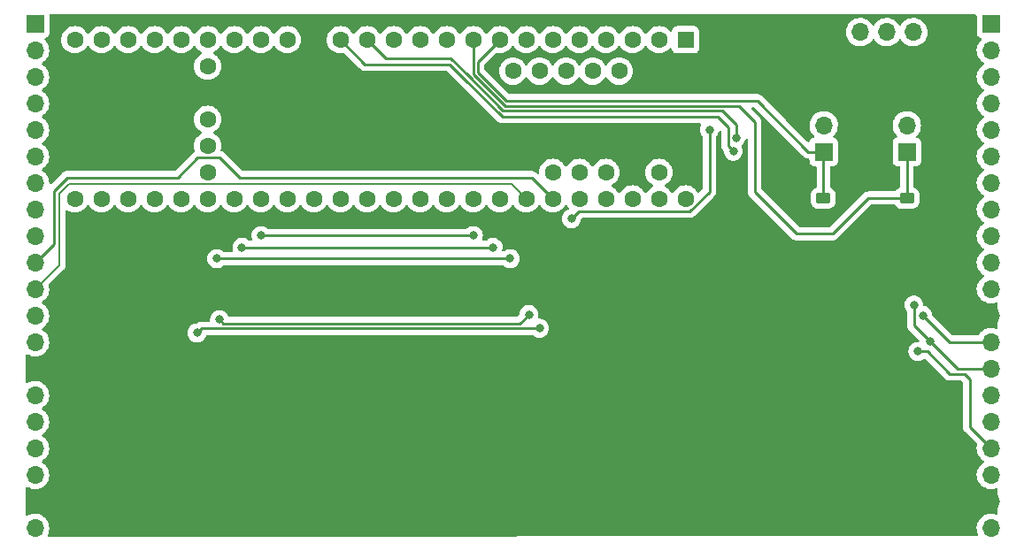
<source format=gbr>
G04 #@! TF.GenerationSoftware,KiCad,Pcbnew,(6.0.7-1)-1*
G04 #@! TF.CreationDate,2022-10-14T20:53:50-04:00*
G04 #@! TF.ProjectId,ebike_TFT,6562696b-655f-4544-9654-2e6b69636164,rev?*
G04 #@! TF.SameCoordinates,Original*
G04 #@! TF.FileFunction,Copper,L2,Bot*
G04 #@! TF.FilePolarity,Positive*
%FSLAX46Y46*%
G04 Gerber Fmt 4.6, Leading zero omitted, Abs format (unit mm)*
G04 Created by KiCad (PCBNEW (6.0.7-1)-1) date 2022-10-14 20:53:50*
%MOMM*%
%LPD*%
G01*
G04 APERTURE LIST*
G04 Aperture macros list*
%AMRoundRect*
0 Rectangle with rounded corners*
0 $1 Rounding radius*
0 $2 $3 $4 $5 $6 $7 $8 $9 X,Y pos of 4 corners*
0 Add a 4 corners polygon primitive as box body*
4,1,4,$2,$3,$4,$5,$6,$7,$8,$9,$2,$3,0*
0 Add four circle primitives for the rounded corners*
1,1,$1+$1,$2,$3*
1,1,$1+$1,$4,$5*
1,1,$1+$1,$6,$7*
1,1,$1+$1,$8,$9*
0 Add four rect primitives between the rounded corners*
20,1,$1+$1,$2,$3,$4,$5,0*
20,1,$1+$1,$4,$5,$6,$7,0*
20,1,$1+$1,$6,$7,$8,$9,0*
20,1,$1+$1,$8,$9,$2,$3,0*%
G04 Aperture macros list end*
G04 #@! TA.AperFunction,ComponentPad*
%ADD10C,1.600000*%
G04 #@! TD*
G04 #@! TA.AperFunction,ComponentPad*
%ADD11R,1.600000X1.600000*%
G04 #@! TD*
G04 #@! TA.AperFunction,ComponentPad*
%ADD12R,1.700000X1.700000*%
G04 #@! TD*
G04 #@! TA.AperFunction,ComponentPad*
%ADD13O,1.700000X1.700000*%
G04 #@! TD*
G04 #@! TA.AperFunction,SMDPad,CuDef*
%ADD14RoundRect,0.249999X0.450001X-0.262501X0.450001X0.262501X-0.450001X0.262501X-0.450001X-0.262501X0*%
G04 #@! TD*
G04 #@! TA.AperFunction,ViaPad*
%ADD15C,0.800000*%
G04 #@! TD*
G04 #@! TA.AperFunction,Conductor*
%ADD16C,0.250000*%
G04 #@! TD*
G04 #@! TA.AperFunction,Conductor*
%ADD17C,0.200000*%
G04 #@! TD*
G04 APERTURE END LIST*
D10*
X46990000Y-26924000D03*
X44450000Y-26924000D03*
X41910000Y-26924000D03*
X39370000Y-26924000D03*
X49530000Y-26924000D03*
X52070000Y-26924000D03*
X54610000Y-26924000D03*
X36830000Y-26924000D03*
X34290000Y-26924000D03*
X31750000Y-26924000D03*
X29210000Y-26924000D03*
X41910000Y-29464000D03*
X41910000Y-32004000D03*
X41910000Y-34544000D03*
X41910000Y-37084000D03*
X41910000Y-39624000D03*
X29210000Y-42164000D03*
X31750000Y-42164000D03*
X34290000Y-42164000D03*
X36830000Y-42164000D03*
X39370000Y-42164000D03*
X41910000Y-42164000D03*
X44450000Y-42164000D03*
X46990000Y-42164000D03*
X57150000Y-26924000D03*
X59690000Y-26924000D03*
X62230000Y-26924000D03*
X64770000Y-26924000D03*
X67310000Y-26924000D03*
X69850000Y-26924000D03*
X72390000Y-26924000D03*
X74930000Y-26924000D03*
X77470000Y-26924000D03*
X80010000Y-26924000D03*
X82550000Y-26924000D03*
X85090000Y-26924000D03*
D11*
X87630000Y-26924000D03*
D10*
X49530000Y-42164000D03*
X52070000Y-42164000D03*
X54610000Y-42164000D03*
X57150000Y-42164000D03*
X59690000Y-42164000D03*
X62230000Y-42164000D03*
X64770000Y-42164000D03*
X67310000Y-42164000D03*
X69850000Y-42164000D03*
X72390000Y-42164000D03*
X74930000Y-42164000D03*
X77470000Y-42164000D03*
X80010000Y-42164000D03*
X82550000Y-42164000D03*
X85090000Y-42164000D03*
X87630000Y-42164000D03*
X85090000Y-39624000D03*
X80010000Y-39624000D03*
X77470000Y-39624000D03*
X74930000Y-39624000D03*
X81280000Y-29924000D03*
X78740000Y-29924000D03*
X76200000Y-29924000D03*
X73660000Y-29924000D03*
X71120000Y-29924000D03*
D12*
X116840000Y-25400000D03*
D13*
X116840000Y-27940000D03*
X116840000Y-30480000D03*
X116840000Y-33020000D03*
X116840000Y-35560000D03*
X116840000Y-38100000D03*
X116840000Y-40640000D03*
X116840000Y-43180000D03*
X116840000Y-45720000D03*
X116840000Y-48260000D03*
X116840000Y-50800000D03*
X116840000Y-53340000D03*
X116840000Y-55880000D03*
X116840000Y-58420000D03*
X116840000Y-60960000D03*
X116840000Y-63500000D03*
X116840000Y-66040000D03*
X116840000Y-68580000D03*
X116840000Y-71120000D03*
X116840000Y-73660000D03*
D12*
X25400000Y-25400000D03*
D13*
X25400000Y-27940000D03*
X25400000Y-30480000D03*
X25400000Y-33020000D03*
X25400000Y-35560000D03*
X25400000Y-38100000D03*
X25400000Y-40640000D03*
X25400000Y-43180000D03*
X25400000Y-45720000D03*
X25400000Y-48260000D03*
X25400000Y-50800000D03*
X25400000Y-53340000D03*
X25400000Y-55880000D03*
X25400000Y-58420000D03*
X25400000Y-60960000D03*
X25400000Y-63500000D03*
X25400000Y-66040000D03*
X25400000Y-68580000D03*
X25400000Y-71120000D03*
X25400000Y-73660000D03*
D12*
X101800000Y-26200000D03*
D13*
X104340000Y-26200000D03*
X106880000Y-26200000D03*
X109420000Y-26200000D03*
D12*
X100850000Y-37650000D03*
D13*
X100850000Y-35110000D03*
D12*
X108800000Y-37650000D03*
D13*
X108800000Y-35110000D03*
D14*
X108800000Y-43912500D03*
X108800000Y-42087500D03*
X100800000Y-43912500D03*
X100800000Y-42087500D03*
D15*
X76708000Y-44069000D03*
X109855000Y-56769000D03*
X109474000Y-52324000D03*
X92202000Y-37592000D03*
X92456000Y-36322000D03*
X89916000Y-35560000D03*
X73655001Y-54544999D03*
X111030000Y-55830000D03*
X40894000Y-54991000D03*
X43053000Y-53721000D03*
X72644000Y-53232003D03*
X110325000Y-53325000D03*
X42797000Y-47879000D03*
X70847000Y-47879000D03*
X45204999Y-46795001D03*
X69204999Y-46795001D03*
X67330000Y-45670000D03*
X47030000Y-45670000D03*
D16*
X41340001Y-54544999D02*
X73655001Y-54544999D01*
X41340001Y-54544999D02*
X40894000Y-54991000D01*
X72644000Y-53232003D02*
X71781004Y-54094999D01*
X71781004Y-54094999D02*
X43426999Y-54094999D01*
X43426999Y-54094999D02*
X43053000Y-53721000D01*
X88044496Y-43340496D02*
X89916000Y-41468991D01*
X88044496Y-43340496D02*
X77436504Y-43340496D01*
X76962000Y-43815000D02*
X76708000Y-44069000D01*
X77436504Y-43340496D02*
X76962000Y-43815000D01*
X116840000Y-66040000D02*
X114808000Y-64008000D01*
X114808000Y-64008000D02*
X114808000Y-59436000D01*
X114808000Y-59436000D02*
X114300000Y-58928000D01*
X114300000Y-58928000D02*
X112903000Y-58928000D01*
X112903000Y-58928000D02*
X110744000Y-56769000D01*
X110744000Y-56769000D02*
X109855000Y-56769000D01*
X74930000Y-42164000D02*
X72898000Y-40132000D01*
X72898000Y-40132000D02*
X44994000Y-40132000D01*
X44994000Y-40132000D02*
X43071000Y-38209000D01*
X28448000Y-40132000D02*
X27178000Y-41402000D01*
X43071000Y-38209000D02*
X40968001Y-38209000D01*
X40968001Y-38209000D02*
X39045002Y-40132000D01*
X39045002Y-40132000D02*
X28448000Y-40132000D01*
X27178000Y-41402000D02*
X27178000Y-46482000D01*
X27178000Y-46482000D02*
X25400000Y-48260000D01*
X111030000Y-55830000D02*
X109474000Y-54274000D01*
X109474000Y-54274000D02*
X109474000Y-52324000D01*
X58928000Y-28702000D02*
X65152396Y-28702000D01*
X92456000Y-36322000D02*
X92456000Y-35052000D01*
X92456000Y-35052000D02*
X91128000Y-33724000D01*
X91128000Y-33724000D02*
X70171604Y-33724000D01*
X70171604Y-33724000D02*
X66802000Y-30354396D01*
X66802000Y-30354396D02*
X66802000Y-30351604D01*
X66802000Y-30351604D02*
X65152396Y-28702000D01*
X89916000Y-41468991D02*
X89916000Y-35560000D01*
X58928000Y-28702000D02*
X57150000Y-26924000D01*
X91694000Y-37084000D02*
X91694000Y-35306000D01*
X70101208Y-34290000D02*
X66352000Y-30540792D01*
X91694000Y-35306000D02*
X90678000Y-34290000D01*
X90678000Y-34290000D02*
X70101208Y-34290000D01*
X92202000Y-37592000D02*
X91694000Y-37084000D01*
X66352000Y-30540792D02*
X66352000Y-30538000D01*
X66352000Y-30538000D02*
X65088198Y-29274198D01*
X65088198Y-29274198D02*
X56960198Y-29274198D01*
X56960198Y-29274198D02*
X54610000Y-26924000D01*
X94488000Y-32766000D02*
X99372000Y-37650000D01*
X69850000Y-26924000D02*
X67760000Y-29014000D01*
X67760000Y-29014000D02*
X67760000Y-30039604D01*
X67760000Y-30039604D02*
X70486396Y-32766000D01*
X70486396Y-32766000D02*
X94488000Y-32766000D01*
X70358000Y-33274000D02*
X67310000Y-30226000D01*
X67310000Y-30226000D02*
X67310000Y-26924000D01*
D17*
X25400000Y-50800000D02*
X27686000Y-48514000D01*
X27686000Y-48514000D02*
X27686000Y-41656000D01*
X27686000Y-41656000D02*
X28618000Y-40724000D01*
X28618000Y-40724000D02*
X70950000Y-40724000D01*
X70950000Y-40724000D02*
X72390000Y-42164000D01*
D16*
X94234000Y-41490000D02*
X94234000Y-34798000D01*
X94234000Y-34798000D02*
X92710000Y-33274000D01*
X70358000Y-33274000D02*
X92710000Y-33274000D01*
X98254000Y-45510000D02*
X101690000Y-45510000D01*
X98254000Y-45510000D02*
X94234000Y-41490000D01*
X99372000Y-37650000D02*
X100850000Y-37650000D01*
X111030000Y-55830000D02*
X113620000Y-58420000D01*
X116840000Y-58420000D02*
X113620000Y-58420000D01*
X110325000Y-53325000D02*
X112880000Y-55880000D01*
X116840000Y-55880000D02*
X112880000Y-55880000D01*
X70847000Y-47879000D02*
X42797000Y-47879000D01*
X45204999Y-46795001D02*
X69204999Y-46795001D01*
X67330000Y-45670000D02*
X47030000Y-45670000D01*
X105112500Y-42087500D02*
X101690000Y-45510000D01*
X108800000Y-42087500D02*
X105112500Y-42087500D01*
X108800000Y-42087500D02*
X108800000Y-37650000D01*
X100800000Y-37700000D02*
X100850000Y-37650000D01*
X100800000Y-42087500D02*
X100800000Y-37700000D01*
G04 #@! TA.AperFunction,Conductor*
G36*
X115423621Y-24528502D02*
G01*
X115470114Y-24582158D01*
X115481500Y-24634500D01*
X115481500Y-26298134D01*
X115488255Y-26360316D01*
X115539385Y-26496705D01*
X115626739Y-26613261D01*
X115743295Y-26700615D01*
X115751704Y-26703767D01*
X115751705Y-26703768D01*
X115860451Y-26744535D01*
X115917216Y-26787176D01*
X115941916Y-26853738D01*
X115926709Y-26923087D01*
X115907316Y-26949568D01*
X115858465Y-27000688D01*
X115780629Y-27082138D01*
X115654743Y-27266680D01*
X115560688Y-27469305D01*
X115500989Y-27684570D01*
X115477251Y-27906695D01*
X115477548Y-27911848D01*
X115477548Y-27911851D01*
X115489812Y-28124547D01*
X115490110Y-28129715D01*
X115491247Y-28134761D01*
X115491248Y-28134767D01*
X115513191Y-28232131D01*
X115539222Y-28347639D01*
X115623266Y-28554616D01*
X115625965Y-28559020D01*
X115707479Y-28692039D01*
X115739987Y-28745088D01*
X115886250Y-28913938D01*
X116058126Y-29056632D01*
X116105322Y-29084211D01*
X116131445Y-29099476D01*
X116180169Y-29151114D01*
X116193240Y-29220897D01*
X116166509Y-29286669D01*
X116126055Y-29320027D01*
X116113607Y-29326507D01*
X116109474Y-29329610D01*
X116109471Y-29329612D01*
X115939100Y-29457530D01*
X115934965Y-29460635D01*
X115780629Y-29622138D01*
X115654743Y-29806680D01*
X115622846Y-29875397D01*
X115590722Y-29944603D01*
X115560688Y-30009305D01*
X115500989Y-30224570D01*
X115477251Y-30446695D01*
X115477548Y-30451848D01*
X115477548Y-30451851D01*
X115483011Y-30546590D01*
X115490110Y-30669715D01*
X115491247Y-30674761D01*
X115491248Y-30674767D01*
X115496548Y-30698284D01*
X115539222Y-30887639D01*
X115579346Y-30986453D01*
X115608547Y-31058366D01*
X115623266Y-31094616D01*
X115625965Y-31099020D01*
X115698596Y-31217543D01*
X115739987Y-31285088D01*
X115886250Y-31453938D01*
X116058126Y-31596632D01*
X116128595Y-31637811D01*
X116131445Y-31639476D01*
X116180169Y-31691114D01*
X116193240Y-31760897D01*
X116166509Y-31826669D01*
X116126055Y-31860027D01*
X116113607Y-31866507D01*
X116109474Y-31869610D01*
X116109471Y-31869612D01*
X115939100Y-31997530D01*
X115934965Y-32000635D01*
X115780629Y-32162138D01*
X115777715Y-32166410D01*
X115777714Y-32166411D01*
X115723700Y-32245593D01*
X115654743Y-32346680D01*
X115560688Y-32549305D01*
X115500989Y-32764570D01*
X115477251Y-32986695D01*
X115477548Y-32991848D01*
X115477548Y-32991851D01*
X115483011Y-33086590D01*
X115490110Y-33209715D01*
X115491247Y-33214761D01*
X115491248Y-33214767D01*
X115513170Y-33312039D01*
X115539222Y-33427639D01*
X115623266Y-33634616D01*
X115625965Y-33639020D01*
X115720811Y-33793795D01*
X115739987Y-33825088D01*
X115886250Y-33993938D01*
X116058126Y-34136632D01*
X116128595Y-34177811D01*
X116131445Y-34179476D01*
X116180169Y-34231114D01*
X116193240Y-34300897D01*
X116166509Y-34366669D01*
X116126055Y-34400027D01*
X116113607Y-34406507D01*
X116109474Y-34409610D01*
X116109471Y-34409612D01*
X115939100Y-34537530D01*
X115934965Y-34540635D01*
X115931393Y-34544373D01*
X115799632Y-34682253D01*
X115780629Y-34702138D01*
X115654743Y-34886680D01*
X115560688Y-35089305D01*
X115500989Y-35304570D01*
X115477251Y-35526695D01*
X115477548Y-35531848D01*
X115477548Y-35531851D01*
X115484158Y-35646491D01*
X115490110Y-35749715D01*
X115491247Y-35754761D01*
X115491248Y-35754767D01*
X115513392Y-35853023D01*
X115539222Y-35967639D01*
X115623266Y-36174616D01*
X115636221Y-36195756D01*
X115733665Y-36354771D01*
X115739987Y-36365088D01*
X115886250Y-36533938D01*
X116058126Y-36676632D01*
X116067800Y-36682285D01*
X116131445Y-36719476D01*
X116180169Y-36771114D01*
X116193240Y-36840897D01*
X116166509Y-36906669D01*
X116126055Y-36940027D01*
X116113607Y-36946507D01*
X116109474Y-36949610D01*
X116109471Y-36949612D01*
X115939100Y-37077530D01*
X115934965Y-37080635D01*
X115780629Y-37242138D01*
X115654743Y-37426680D01*
X115639003Y-37460590D01*
X115563998Y-37622175D01*
X115560688Y-37629305D01*
X115500989Y-37844570D01*
X115477251Y-38066695D01*
X115477548Y-38071848D01*
X115477548Y-38071851D01*
X115487570Y-38245666D01*
X115490110Y-38289715D01*
X115491247Y-38294761D01*
X115491248Y-38294767D01*
X115513170Y-38392039D01*
X115539222Y-38507639D01*
X115623266Y-38714616D01*
X115625965Y-38719020D01*
X115709956Y-38856081D01*
X115739987Y-38905088D01*
X115886250Y-39073938D01*
X116058126Y-39216632D01*
X116128595Y-39257811D01*
X116131445Y-39259476D01*
X116180169Y-39311114D01*
X116193240Y-39380897D01*
X116166509Y-39446669D01*
X116126055Y-39480027D01*
X116113607Y-39486507D01*
X116109474Y-39489610D01*
X116109471Y-39489612D01*
X115939100Y-39617530D01*
X115934965Y-39620635D01*
X115780629Y-39782138D01*
X115654743Y-39966680D01*
X115560688Y-40169305D01*
X115500989Y-40384570D01*
X115477251Y-40606695D01*
X115477548Y-40611848D01*
X115477548Y-40611851D01*
X115483011Y-40706590D01*
X115490110Y-40829715D01*
X115491247Y-40834761D01*
X115491248Y-40834767D01*
X115513170Y-40932039D01*
X115539222Y-41047639D01*
X115583954Y-41157802D01*
X115618749Y-41243491D01*
X115623266Y-41254616D01*
X115625965Y-41259020D01*
X115724649Y-41420058D01*
X115739987Y-41445088D01*
X115886250Y-41613938D01*
X116058126Y-41756632D01*
X116115650Y-41790246D01*
X116131445Y-41799476D01*
X116180169Y-41851114D01*
X116193240Y-41920897D01*
X116166509Y-41986669D01*
X116126055Y-42020027D01*
X116113607Y-42026507D01*
X116109474Y-42029610D01*
X116109471Y-42029612D01*
X115939100Y-42157530D01*
X115934965Y-42160635D01*
X115780629Y-42322138D01*
X115654743Y-42506680D01*
X115560688Y-42709305D01*
X115500989Y-42924570D01*
X115477251Y-43146695D01*
X115477548Y-43151848D01*
X115477548Y-43151851D01*
X115482496Y-43237669D01*
X115490110Y-43369715D01*
X115491247Y-43374761D01*
X115491248Y-43374767D01*
X115496548Y-43398284D01*
X115539222Y-43587639D01*
X115623266Y-43794616D01*
X115633077Y-43810626D01*
X115734387Y-43975949D01*
X115739987Y-43985088D01*
X115886250Y-44153938D01*
X116058126Y-44296632D01*
X116128595Y-44337811D01*
X116131445Y-44339476D01*
X116180169Y-44391114D01*
X116193240Y-44460897D01*
X116166509Y-44526669D01*
X116126055Y-44560027D01*
X116113607Y-44566507D01*
X116109474Y-44569610D01*
X116109471Y-44569612D01*
X115939100Y-44697530D01*
X115934965Y-44700635D01*
X115894523Y-44742955D01*
X115802172Y-44839595D01*
X115780629Y-44862138D01*
X115777715Y-44866410D01*
X115777714Y-44866411D01*
X115729020Y-44937794D01*
X115654743Y-45046680D01*
X115560688Y-45249305D01*
X115500989Y-45464570D01*
X115477251Y-45686695D01*
X115477548Y-45691848D01*
X115477548Y-45691851D01*
X115488851Y-45887873D01*
X115490110Y-45909715D01*
X115491247Y-45914761D01*
X115491248Y-45914767D01*
X115508926Y-45993207D01*
X115539222Y-46127639D01*
X115623266Y-46334616D01*
X115739987Y-46525088D01*
X115886250Y-46693938D01*
X116058126Y-46836632D01*
X116128595Y-46877811D01*
X116131445Y-46879476D01*
X116180169Y-46931114D01*
X116193240Y-47000897D01*
X116166509Y-47066669D01*
X116126055Y-47100027D01*
X116113607Y-47106507D01*
X116109474Y-47109610D01*
X116109471Y-47109612D01*
X115939100Y-47237530D01*
X115934965Y-47240635D01*
X115780629Y-47402138D01*
X115654743Y-47586680D01*
X115652564Y-47591375D01*
X115567976Y-47773605D01*
X115560688Y-47789305D01*
X115500989Y-48004570D01*
X115477251Y-48226695D01*
X115477548Y-48231848D01*
X115477548Y-48231851D01*
X115487833Y-48410226D01*
X115490110Y-48449715D01*
X115491247Y-48454761D01*
X115491248Y-48454767D01*
X115502752Y-48505812D01*
X115539222Y-48667639D01*
X115623266Y-48874616D01*
X115739987Y-49065088D01*
X115886250Y-49233938D01*
X116058126Y-49376632D01*
X116128595Y-49417811D01*
X116131445Y-49419476D01*
X116180169Y-49471114D01*
X116193240Y-49540897D01*
X116166509Y-49606669D01*
X116126055Y-49640027D01*
X116113607Y-49646507D01*
X116109474Y-49649610D01*
X116109471Y-49649612D01*
X115939100Y-49777530D01*
X115934965Y-49780635D01*
X115780629Y-49942138D01*
X115654743Y-50126680D01*
X115560688Y-50329305D01*
X115500989Y-50544570D01*
X115477251Y-50766695D01*
X115477548Y-50771848D01*
X115477548Y-50771851D01*
X115483011Y-50866590D01*
X115490110Y-50989715D01*
X115491247Y-50994761D01*
X115491248Y-50994767D01*
X115511119Y-51082939D01*
X115539222Y-51207639D01*
X115623266Y-51414616D01*
X115625965Y-51419020D01*
X115698118Y-51536763D01*
X115739987Y-51605088D01*
X115886250Y-51773938D01*
X116058126Y-51916632D01*
X116251000Y-52029338D01*
X116459692Y-52109030D01*
X116464760Y-52110061D01*
X116464763Y-52110062D01*
X116551919Y-52127794D01*
X116678597Y-52153567D01*
X116683772Y-52153757D01*
X116683774Y-52153757D01*
X116896673Y-52161564D01*
X116896677Y-52161564D01*
X116901837Y-52161753D01*
X116906957Y-52161097D01*
X116906959Y-52161097D01*
X117118288Y-52134025D01*
X117118289Y-52134025D01*
X117123416Y-52133368D01*
X117141995Y-52127794D01*
X117329292Y-52071602D01*
X117400288Y-52071186D01*
X117460238Y-52109218D01*
X117490110Y-52173624D01*
X117491500Y-52192288D01*
X117491500Y-54491183D01*
X117471498Y-54559304D01*
X117417842Y-54605797D01*
X117347568Y-54615901D01*
X117323444Y-54609957D01*
X117222599Y-54574246D01*
X117193087Y-54563795D01*
X117193083Y-54563794D01*
X117188212Y-54562069D01*
X117183119Y-54561162D01*
X117183116Y-54561161D01*
X116973373Y-54523800D01*
X116973367Y-54523799D01*
X116968284Y-54522894D01*
X116894452Y-54521992D01*
X116750081Y-54520228D01*
X116750079Y-54520228D01*
X116744911Y-54520165D01*
X116524091Y-54553955D01*
X116311756Y-54623357D01*
X116113607Y-54726507D01*
X116109474Y-54729610D01*
X116109471Y-54729612D01*
X115939100Y-54857530D01*
X115934965Y-54860635D01*
X115931393Y-54864373D01*
X115804112Y-54997565D01*
X115780629Y-55022138D01*
X115777715Y-55026410D01*
X115777714Y-55026411D01*
X115665095Y-55191504D01*
X115610184Y-55236507D01*
X115561007Y-55246500D01*
X113194594Y-55246500D01*
X113126473Y-55226498D01*
X113105499Y-55209595D01*
X111272122Y-53376217D01*
X111238096Y-53313905D01*
X111235907Y-53300292D01*
X111219232Y-53141635D01*
X111219232Y-53141633D01*
X111218542Y-53135072D01*
X111159527Y-52953444D01*
X111145924Y-52929882D01*
X111067341Y-52793774D01*
X111064040Y-52788056D01*
X110981009Y-52695840D01*
X110940675Y-52651045D01*
X110940674Y-52651044D01*
X110936253Y-52646134D01*
X110781752Y-52533882D01*
X110775724Y-52531198D01*
X110775722Y-52531197D01*
X110613319Y-52458891D01*
X110613318Y-52458891D01*
X110607288Y-52456206D01*
X110486239Y-52430476D01*
X110423765Y-52396747D01*
X110389444Y-52334598D01*
X110387126Y-52320400D01*
X110368232Y-52140635D01*
X110368232Y-52140633D01*
X110367542Y-52134072D01*
X110308527Y-51952444D01*
X110213040Y-51787056D01*
X110085253Y-51645134D01*
X109930752Y-51532882D01*
X109924724Y-51530198D01*
X109924722Y-51530197D01*
X109762319Y-51457891D01*
X109762318Y-51457891D01*
X109756288Y-51455206D01*
X109662888Y-51435353D01*
X109575944Y-51416872D01*
X109575939Y-51416872D01*
X109569487Y-51415500D01*
X109378513Y-51415500D01*
X109372061Y-51416872D01*
X109372056Y-51416872D01*
X109285112Y-51435353D01*
X109191712Y-51455206D01*
X109185682Y-51457891D01*
X109185681Y-51457891D01*
X109023278Y-51530197D01*
X109023276Y-51530198D01*
X109017248Y-51532882D01*
X108862747Y-51645134D01*
X108734960Y-51787056D01*
X108639473Y-51952444D01*
X108580458Y-52134072D01*
X108579768Y-52140633D01*
X108579768Y-52140635D01*
X108572709Y-52207800D01*
X108560496Y-52324000D01*
X108561186Y-52330565D01*
X108579463Y-52504457D01*
X108580458Y-52513928D01*
X108639473Y-52695556D01*
X108734960Y-52860944D01*
X108808137Y-52942215D01*
X108838853Y-53006221D01*
X108840500Y-53026524D01*
X108840500Y-54195233D01*
X108839973Y-54206416D01*
X108838298Y-54213909D01*
X108838547Y-54221835D01*
X108838547Y-54221836D01*
X108840438Y-54281986D01*
X108840500Y-54285945D01*
X108840500Y-54313856D01*
X108840997Y-54317790D01*
X108840997Y-54317791D01*
X108841005Y-54317856D01*
X108841938Y-54329693D01*
X108843327Y-54373889D01*
X108848978Y-54393339D01*
X108852987Y-54412700D01*
X108855526Y-54432797D01*
X108858445Y-54440168D01*
X108858445Y-54440170D01*
X108871804Y-54473912D01*
X108875649Y-54485142D01*
X108887982Y-54527593D01*
X108892015Y-54534412D01*
X108892017Y-54534417D01*
X108898293Y-54545028D01*
X108906988Y-54562776D01*
X108914448Y-54581617D01*
X108919110Y-54588033D01*
X108919110Y-54588034D01*
X108940436Y-54617387D01*
X108946952Y-54627307D01*
X108969458Y-54665362D01*
X108983779Y-54679683D01*
X108996619Y-54694716D01*
X109008528Y-54711107D01*
X109029388Y-54728364D01*
X109042605Y-54739298D01*
X109051384Y-54747288D01*
X109949501Y-55645405D01*
X109983527Y-55707717D01*
X109978462Y-55778532D01*
X109935915Y-55835368D01*
X109869395Y-55860179D01*
X109860406Y-55860500D01*
X109759513Y-55860500D01*
X109753061Y-55861872D01*
X109753056Y-55861872D01*
X109683552Y-55876646D01*
X109572712Y-55900206D01*
X109566682Y-55902891D01*
X109566681Y-55902891D01*
X109404278Y-55975197D01*
X109404276Y-55975198D01*
X109398248Y-55977882D01*
X109243747Y-56090134D01*
X109115960Y-56232056D01*
X109020473Y-56397444D01*
X108961458Y-56579072D01*
X108960768Y-56585633D01*
X108960768Y-56585635D01*
X108942516Y-56759292D01*
X108941496Y-56769000D01*
X108961458Y-56958928D01*
X109020473Y-57140556D01*
X109023776Y-57146278D01*
X109023777Y-57146279D01*
X109049055Y-57190062D01*
X109115960Y-57305944D01*
X109120378Y-57310851D01*
X109120379Y-57310852D01*
X109239325Y-57442955D01*
X109243747Y-57447866D01*
X109398248Y-57560118D01*
X109404276Y-57562802D01*
X109404278Y-57562803D01*
X109412382Y-57566411D01*
X109572712Y-57637794D01*
X109666113Y-57657647D01*
X109753056Y-57676128D01*
X109753061Y-57676128D01*
X109759513Y-57677500D01*
X109950487Y-57677500D01*
X109956939Y-57676128D01*
X109956944Y-57676128D01*
X110043887Y-57657647D01*
X110137288Y-57637794D01*
X110297618Y-57566411D01*
X110305722Y-57562803D01*
X110305724Y-57562802D01*
X110311752Y-57560118D01*
X110414354Y-57485573D01*
X110481222Y-57461715D01*
X110550373Y-57477795D01*
X110577510Y-57498414D01*
X112399348Y-59320253D01*
X112406888Y-59328539D01*
X112411000Y-59335018D01*
X112416777Y-59340443D01*
X112460651Y-59381643D01*
X112463493Y-59384398D01*
X112483230Y-59404135D01*
X112486427Y-59406615D01*
X112495447Y-59414318D01*
X112527679Y-59444586D01*
X112534625Y-59448405D01*
X112534628Y-59448407D01*
X112545434Y-59454348D01*
X112561953Y-59465199D01*
X112577959Y-59477614D01*
X112585228Y-59480759D01*
X112585232Y-59480762D01*
X112618537Y-59495174D01*
X112629187Y-59500391D01*
X112667940Y-59521695D01*
X112675615Y-59523666D01*
X112675616Y-59523666D01*
X112687562Y-59526733D01*
X112706266Y-59533137D01*
X112714343Y-59536632D01*
X112724855Y-59541181D01*
X112732678Y-59542420D01*
X112732688Y-59542423D01*
X112768524Y-59548099D01*
X112780144Y-59550505D01*
X112815289Y-59559528D01*
X112822970Y-59561500D01*
X112843224Y-59561500D01*
X112862934Y-59563051D01*
X112882943Y-59566220D01*
X112890835Y-59565474D01*
X112926961Y-59562059D01*
X112938819Y-59561500D01*
X113985406Y-59561500D01*
X114053527Y-59581502D01*
X114074501Y-59598405D01*
X114137595Y-59661499D01*
X114171621Y-59723811D01*
X114174500Y-59750594D01*
X114174500Y-63929233D01*
X114173973Y-63940416D01*
X114172298Y-63947909D01*
X114172547Y-63955835D01*
X114172547Y-63955836D01*
X114174438Y-64015986D01*
X114174500Y-64019945D01*
X114174500Y-64047856D01*
X114174997Y-64051790D01*
X114174997Y-64051791D01*
X114175005Y-64051856D01*
X114175938Y-64063693D01*
X114177327Y-64107889D01*
X114182978Y-64127339D01*
X114186987Y-64146700D01*
X114189526Y-64166797D01*
X114192445Y-64174168D01*
X114192445Y-64174170D01*
X114205804Y-64207912D01*
X114209649Y-64219142D01*
X114221982Y-64261593D01*
X114226015Y-64268412D01*
X114226017Y-64268417D01*
X114232293Y-64279028D01*
X114240988Y-64296776D01*
X114248448Y-64315617D01*
X114253110Y-64322033D01*
X114253110Y-64322034D01*
X114274436Y-64351387D01*
X114280952Y-64361307D01*
X114294071Y-64383489D01*
X114303458Y-64399362D01*
X114317779Y-64413683D01*
X114330619Y-64428716D01*
X114342528Y-64445107D01*
X114348634Y-64450158D01*
X114376605Y-64473298D01*
X114385384Y-64481288D01*
X115489777Y-65585682D01*
X115523803Y-65647994D01*
X115522100Y-65708446D01*
X115500989Y-65784570D01*
X115477251Y-66006695D01*
X115477548Y-66011848D01*
X115477548Y-66011851D01*
X115483011Y-66106590D01*
X115490110Y-66229715D01*
X115491247Y-66234761D01*
X115491248Y-66234767D01*
X115511119Y-66322939D01*
X115539222Y-66447639D01*
X115623266Y-66654616D01*
X115739987Y-66845088D01*
X115886250Y-67013938D01*
X116058126Y-67156632D01*
X116128595Y-67197811D01*
X116131445Y-67199476D01*
X116180169Y-67251114D01*
X116193240Y-67320897D01*
X116166509Y-67386669D01*
X116126055Y-67420027D01*
X116113607Y-67426507D01*
X116109474Y-67429610D01*
X116109471Y-67429612D01*
X115939100Y-67557530D01*
X115934965Y-67560635D01*
X115780629Y-67722138D01*
X115654743Y-67906680D01*
X115560688Y-68109305D01*
X115500989Y-68324570D01*
X115477251Y-68546695D01*
X115477548Y-68551848D01*
X115477548Y-68551851D01*
X115483011Y-68646590D01*
X115490110Y-68769715D01*
X115491247Y-68774761D01*
X115491248Y-68774767D01*
X115511119Y-68862939D01*
X115539222Y-68987639D01*
X115623266Y-69194616D01*
X115739987Y-69385088D01*
X115886250Y-69553938D01*
X116058126Y-69696632D01*
X116251000Y-69809338D01*
X116459692Y-69889030D01*
X116464760Y-69890061D01*
X116464763Y-69890062D01*
X116572017Y-69911883D01*
X116678597Y-69933567D01*
X116683772Y-69933757D01*
X116683774Y-69933757D01*
X116896673Y-69941564D01*
X116896677Y-69941564D01*
X116901837Y-69941753D01*
X116906957Y-69941097D01*
X116906959Y-69941097D01*
X117118288Y-69914025D01*
X117118289Y-69914025D01*
X117123416Y-69913368D01*
X117128366Y-69911883D01*
X117329292Y-69851602D01*
X117400288Y-69851186D01*
X117460238Y-69889218D01*
X117490110Y-69953624D01*
X117491500Y-69972288D01*
X117491500Y-72271183D01*
X117471498Y-72339304D01*
X117417842Y-72385797D01*
X117347568Y-72395901D01*
X117323444Y-72389957D01*
X117251364Y-72364432D01*
X117193087Y-72343795D01*
X117193083Y-72343794D01*
X117188212Y-72342069D01*
X117183119Y-72341162D01*
X117183116Y-72341161D01*
X116973373Y-72303800D01*
X116973367Y-72303799D01*
X116968284Y-72302894D01*
X116894452Y-72301992D01*
X116750081Y-72300228D01*
X116750079Y-72300228D01*
X116744911Y-72300165D01*
X116524091Y-72333955D01*
X116311756Y-72403357D01*
X116281443Y-72419137D01*
X116156524Y-72484166D01*
X116113607Y-72506507D01*
X116109474Y-72509610D01*
X116109471Y-72509612D01*
X115939100Y-72637530D01*
X115934965Y-72640635D01*
X115780629Y-72802138D01*
X115654743Y-72986680D01*
X115560688Y-73189305D01*
X115500989Y-73404570D01*
X115477251Y-73626695D01*
X115477548Y-73631848D01*
X115477548Y-73631851D01*
X115483011Y-73726590D01*
X115490110Y-73849715D01*
X115491247Y-73854761D01*
X115491248Y-73854767D01*
X115511119Y-73942939D01*
X115539222Y-74067639D01*
X115591955Y-74197505D01*
X115621157Y-74269423D01*
X115628253Y-74340064D01*
X115596031Y-74403328D01*
X115534721Y-74439128D01*
X115504481Y-74442827D01*
X26708088Y-74490059D01*
X26639958Y-74470093D01*
X26593436Y-74416462D01*
X26583295Y-74346194D01*
X26595064Y-74308233D01*
X26667430Y-74161811D01*
X26732370Y-73948069D01*
X26761529Y-73726590D01*
X26763156Y-73660000D01*
X26744852Y-73437361D01*
X26690431Y-73220702D01*
X26601354Y-73015840D01*
X26480014Y-72828277D01*
X26329670Y-72663051D01*
X26325619Y-72659852D01*
X26325615Y-72659848D01*
X26158414Y-72527800D01*
X26158410Y-72527798D01*
X26154359Y-72524598D01*
X25958789Y-72416638D01*
X25953920Y-72414914D01*
X25953916Y-72414912D01*
X25753087Y-72343795D01*
X25753083Y-72343794D01*
X25748212Y-72342069D01*
X25743119Y-72341162D01*
X25743116Y-72341161D01*
X25533373Y-72303800D01*
X25533367Y-72303799D01*
X25528284Y-72302894D01*
X25454452Y-72301992D01*
X25310081Y-72300228D01*
X25310079Y-72300228D01*
X25304911Y-72300165D01*
X25084091Y-72333955D01*
X24871756Y-72403357D01*
X24867168Y-72405745D01*
X24867164Y-72405747D01*
X24692680Y-72496578D01*
X24623021Y-72510291D01*
X24557005Y-72484166D01*
X24515594Y-72426498D01*
X24508500Y-72384815D01*
X24508500Y-69852135D01*
X24528502Y-69784014D01*
X24582158Y-69737521D01*
X24652432Y-69727417D01*
X24698067Y-69743346D01*
X24811000Y-69809338D01*
X25019692Y-69889030D01*
X25024760Y-69890061D01*
X25024763Y-69890062D01*
X25132017Y-69911883D01*
X25238597Y-69933567D01*
X25243772Y-69933757D01*
X25243774Y-69933757D01*
X25456673Y-69941564D01*
X25456677Y-69941564D01*
X25461837Y-69941753D01*
X25466957Y-69941097D01*
X25466959Y-69941097D01*
X25678288Y-69914025D01*
X25678289Y-69914025D01*
X25683416Y-69913368D01*
X25688366Y-69911883D01*
X25892429Y-69850661D01*
X25892434Y-69850659D01*
X25897384Y-69849174D01*
X26097994Y-69750896D01*
X26279860Y-69621173D01*
X26295469Y-69605619D01*
X26434435Y-69467137D01*
X26438096Y-69463489D01*
X26497594Y-69380689D01*
X26565435Y-69286277D01*
X26568453Y-69282077D01*
X26667430Y-69081811D01*
X26732370Y-68868069D01*
X26761529Y-68646590D01*
X26763156Y-68580000D01*
X26744852Y-68357361D01*
X26690431Y-68140702D01*
X26601354Y-67935840D01*
X26480014Y-67748277D01*
X26329670Y-67583051D01*
X26325619Y-67579852D01*
X26325615Y-67579848D01*
X26158414Y-67447800D01*
X26158410Y-67447798D01*
X26154359Y-67444598D01*
X26113053Y-67421796D01*
X26063084Y-67371364D01*
X26048312Y-67301921D01*
X26073428Y-67235516D01*
X26100780Y-67208909D01*
X26144603Y-67177650D01*
X26279860Y-67081173D01*
X26295469Y-67065619D01*
X26434435Y-66927137D01*
X26438096Y-66923489D01*
X26497594Y-66840689D01*
X26565435Y-66746277D01*
X26568453Y-66742077D01*
X26667430Y-66541811D01*
X26732370Y-66328069D01*
X26761529Y-66106590D01*
X26763156Y-66040000D01*
X26744852Y-65817361D01*
X26690431Y-65600702D01*
X26601354Y-65395840D01*
X26480014Y-65208277D01*
X26329670Y-65043051D01*
X26325619Y-65039852D01*
X26325615Y-65039848D01*
X26158414Y-64907800D01*
X26158410Y-64907798D01*
X26154359Y-64904598D01*
X26113053Y-64881796D01*
X26063084Y-64831364D01*
X26048312Y-64761921D01*
X26073428Y-64695516D01*
X26100780Y-64668909D01*
X26174070Y-64616632D01*
X26279860Y-64541173D01*
X26295469Y-64525619D01*
X26434435Y-64387137D01*
X26438096Y-64383489D01*
X26461164Y-64351387D01*
X26565435Y-64206277D01*
X26568453Y-64202077D01*
X26582246Y-64174170D01*
X26665136Y-64006453D01*
X26665137Y-64006451D01*
X26667430Y-64001811D01*
X26732370Y-63788069D01*
X26761529Y-63566590D01*
X26763156Y-63500000D01*
X26744852Y-63277361D01*
X26690431Y-63060702D01*
X26601354Y-62855840D01*
X26561906Y-62794862D01*
X26482822Y-62672617D01*
X26482820Y-62672614D01*
X26480014Y-62668277D01*
X26329670Y-62503051D01*
X26325619Y-62499852D01*
X26325615Y-62499848D01*
X26158414Y-62367800D01*
X26158410Y-62367798D01*
X26154359Y-62364598D01*
X26113053Y-62341796D01*
X26063084Y-62291364D01*
X26048312Y-62221921D01*
X26073428Y-62155516D01*
X26100780Y-62128909D01*
X26144603Y-62097650D01*
X26279860Y-62001173D01*
X26295469Y-61985619D01*
X26434435Y-61847137D01*
X26438096Y-61843489D01*
X26497594Y-61760689D01*
X26565435Y-61666277D01*
X26568453Y-61662077D01*
X26599111Y-61600046D01*
X26665136Y-61466453D01*
X26665137Y-61466451D01*
X26667430Y-61461811D01*
X26732370Y-61248069D01*
X26761529Y-61026590D01*
X26763156Y-60960000D01*
X26744852Y-60737361D01*
X26690431Y-60520702D01*
X26601354Y-60315840D01*
X26561906Y-60254862D01*
X26482822Y-60132617D01*
X26482820Y-60132614D01*
X26480014Y-60128277D01*
X26329670Y-59963051D01*
X26325619Y-59959852D01*
X26325615Y-59959848D01*
X26158414Y-59827800D01*
X26158410Y-59827798D01*
X26154359Y-59824598D01*
X25958789Y-59716638D01*
X25953920Y-59714914D01*
X25953916Y-59714912D01*
X25753087Y-59643795D01*
X25753083Y-59643794D01*
X25748212Y-59642069D01*
X25743119Y-59641162D01*
X25743116Y-59641161D01*
X25533373Y-59603800D01*
X25533367Y-59603799D01*
X25528284Y-59602894D01*
X25454452Y-59601992D01*
X25310081Y-59600228D01*
X25310079Y-59600228D01*
X25304911Y-59600165D01*
X25084091Y-59633955D01*
X24871756Y-59703357D01*
X24867168Y-59705745D01*
X24867164Y-59705747D01*
X24692680Y-59796578D01*
X24623021Y-59810291D01*
X24557005Y-59784166D01*
X24515594Y-59726498D01*
X24508500Y-59684815D01*
X24508500Y-57152135D01*
X24528502Y-57084014D01*
X24582158Y-57037521D01*
X24652432Y-57027417D01*
X24698067Y-57043346D01*
X24811000Y-57109338D01*
X25019692Y-57189030D01*
X25024760Y-57190061D01*
X25024763Y-57190062D01*
X25132017Y-57211883D01*
X25238597Y-57233567D01*
X25243772Y-57233757D01*
X25243774Y-57233757D01*
X25456673Y-57241564D01*
X25456677Y-57241564D01*
X25461837Y-57241753D01*
X25466957Y-57241097D01*
X25466959Y-57241097D01*
X25678288Y-57214025D01*
X25678289Y-57214025D01*
X25683416Y-57213368D01*
X25688366Y-57211883D01*
X25892429Y-57150661D01*
X25892434Y-57150659D01*
X25897384Y-57149174D01*
X26097994Y-57050896D01*
X26279860Y-56921173D01*
X26295469Y-56905619D01*
X26425978Y-56775565D01*
X26438096Y-56763489D01*
X26568453Y-56582077D01*
X26572611Y-56573665D01*
X26665136Y-56386453D01*
X26665137Y-56386451D01*
X26667430Y-56381811D01*
X26732370Y-56168069D01*
X26761529Y-55946590D01*
X26762597Y-55902891D01*
X26763074Y-55883365D01*
X26763074Y-55883361D01*
X26763156Y-55880000D01*
X26744852Y-55657361D01*
X26690431Y-55440702D01*
X26601354Y-55235840D01*
X26501794Y-55081943D01*
X26482822Y-55052617D01*
X26482820Y-55052614D01*
X26480014Y-55048277D01*
X26427896Y-54991000D01*
X39980496Y-54991000D01*
X40000458Y-55180928D01*
X40059473Y-55362556D01*
X40154960Y-55527944D01*
X40282747Y-55669866D01*
X40437248Y-55782118D01*
X40443276Y-55784802D01*
X40443278Y-55784803D01*
X40605681Y-55857109D01*
X40611712Y-55859794D01*
X40690994Y-55876646D01*
X40792056Y-55898128D01*
X40792061Y-55898128D01*
X40798513Y-55899500D01*
X40989487Y-55899500D01*
X40995939Y-55898128D01*
X40995944Y-55898128D01*
X41097006Y-55876646D01*
X41176288Y-55859794D01*
X41182319Y-55857109D01*
X41344722Y-55784803D01*
X41344724Y-55784802D01*
X41350752Y-55782118D01*
X41505253Y-55669866D01*
X41633040Y-55527944D01*
X41728527Y-55362556D01*
X41760042Y-55265562D01*
X41800115Y-55206957D01*
X41865512Y-55179320D01*
X41879875Y-55178499D01*
X72946801Y-55178499D01*
X73014922Y-55198501D01*
X73034148Y-55214842D01*
X73034421Y-55214539D01*
X73039333Y-55218962D01*
X73043748Y-55223865D01*
X73198249Y-55336117D01*
X73204277Y-55338801D01*
X73204279Y-55338802D01*
X73257632Y-55362556D01*
X73372713Y-55413793D01*
X73466114Y-55433646D01*
X73553057Y-55452127D01*
X73553062Y-55452127D01*
X73559514Y-55453499D01*
X73750488Y-55453499D01*
X73756940Y-55452127D01*
X73756945Y-55452127D01*
X73843888Y-55433646D01*
X73937289Y-55413793D01*
X74052370Y-55362556D01*
X74105723Y-55338802D01*
X74105725Y-55338801D01*
X74111753Y-55336117D01*
X74266254Y-55223865D01*
X74281478Y-55206957D01*
X74389622Y-55086851D01*
X74389623Y-55086850D01*
X74394041Y-55081943D01*
X74489528Y-54916555D01*
X74548543Y-54734927D01*
X74553495Y-54687817D01*
X74567815Y-54551564D01*
X74568505Y-54544999D01*
X74565977Y-54520948D01*
X74549233Y-54361634D01*
X74549233Y-54361632D01*
X74548543Y-54355071D01*
X74489528Y-54173443D01*
X74394041Y-54008055D01*
X74377882Y-53990108D01*
X74270676Y-53871044D01*
X74270675Y-53871043D01*
X74266254Y-53866133D01*
X74111753Y-53753881D01*
X74105725Y-53751197D01*
X74105723Y-53751196D01*
X73943320Y-53678890D01*
X73943319Y-53678890D01*
X73937289Y-53676205D01*
X73843889Y-53656352D01*
X73756945Y-53637871D01*
X73756940Y-53637871D01*
X73750488Y-53636499D01*
X73641248Y-53636499D01*
X73573127Y-53616497D01*
X73526634Y-53562841D01*
X73516530Y-53492567D01*
X73521413Y-53471570D01*
X73537542Y-53421931D01*
X73539155Y-53406590D01*
X73556814Y-53238568D01*
X73557504Y-53232003D01*
X73547316Y-53135072D01*
X73538232Y-53048638D01*
X73538232Y-53048636D01*
X73537542Y-53042075D01*
X73478527Y-52860447D01*
X73383040Y-52695059D01*
X73377829Y-52689271D01*
X73259675Y-52558048D01*
X73259674Y-52558047D01*
X73255253Y-52553137D01*
X73125535Y-52458891D01*
X73106094Y-52444766D01*
X73106093Y-52444765D01*
X73100752Y-52440885D01*
X73094724Y-52438201D01*
X73094722Y-52438200D01*
X72932319Y-52365894D01*
X72932318Y-52365894D01*
X72926288Y-52363209D01*
X72816384Y-52339848D01*
X72745944Y-52324875D01*
X72745939Y-52324875D01*
X72739487Y-52323503D01*
X72548513Y-52323503D01*
X72542061Y-52324875D01*
X72542056Y-52324875D01*
X72471616Y-52339848D01*
X72361712Y-52363209D01*
X72355682Y-52365894D01*
X72355681Y-52365894D01*
X72193278Y-52438200D01*
X72193276Y-52438201D01*
X72187248Y-52440885D01*
X72181907Y-52444765D01*
X72181906Y-52444766D01*
X72162465Y-52458891D01*
X72032747Y-52553137D01*
X72028326Y-52558047D01*
X72028325Y-52558048D01*
X71910172Y-52689271D01*
X71904960Y-52695059D01*
X71809473Y-52860447D01*
X71750458Y-53042075D01*
X71749768Y-53048636D01*
X71749768Y-53048638D01*
X71733093Y-53207295D01*
X71706080Y-53272952D01*
X71696878Y-53283221D01*
X71555503Y-53424595D01*
X71493191Y-53458620D01*
X71466408Y-53461499D01*
X44015480Y-53461499D01*
X43947359Y-53441497D01*
X43900866Y-53387841D01*
X43895647Y-53374435D01*
X43889569Y-53355729D01*
X43887527Y-53349444D01*
X43882075Y-53340000D01*
X43828917Y-53247929D01*
X43792040Y-53184056D01*
X43727469Y-53112342D01*
X43668675Y-53047045D01*
X43668674Y-53047044D01*
X43664253Y-53042134D01*
X43509752Y-52929882D01*
X43503724Y-52927198D01*
X43503722Y-52927197D01*
X43341319Y-52854891D01*
X43341318Y-52854891D01*
X43335288Y-52852206D01*
X43241887Y-52832353D01*
X43154944Y-52813872D01*
X43154939Y-52813872D01*
X43148487Y-52812500D01*
X42957513Y-52812500D01*
X42951061Y-52813872D01*
X42951056Y-52813872D01*
X42864112Y-52832353D01*
X42770712Y-52852206D01*
X42764682Y-52854891D01*
X42764681Y-52854891D01*
X42602278Y-52927197D01*
X42602276Y-52927198D01*
X42596248Y-52929882D01*
X42441747Y-53042134D01*
X42437326Y-53047044D01*
X42437325Y-53047045D01*
X42378532Y-53112342D01*
X42313960Y-53184056D01*
X42277083Y-53247929D01*
X42223926Y-53340000D01*
X42218473Y-53349444D01*
X42159458Y-53531072D01*
X42158768Y-53537633D01*
X42158768Y-53537635D01*
X42149263Y-53628069D01*
X42139496Y-53721000D01*
X42140186Y-53727564D01*
X42144891Y-53772328D01*
X42132119Y-53842167D01*
X42083617Y-53894013D01*
X42019581Y-53911499D01*
X41418769Y-53911499D01*
X41407586Y-53910972D01*
X41400093Y-53909297D01*
X41392167Y-53909546D01*
X41392166Y-53909546D01*
X41332003Y-53911437D01*
X41328045Y-53911499D01*
X41300145Y-53911499D01*
X41296155Y-53912003D01*
X41284321Y-53912935D01*
X41240112Y-53914325D01*
X41232496Y-53916538D01*
X41232494Y-53916538D01*
X41220653Y-53919978D01*
X41201294Y-53923987D01*
X41199984Y-53924153D01*
X41181204Y-53926525D01*
X41173838Y-53929441D01*
X41173832Y-53929443D01*
X41140099Y-53942799D01*
X41128869Y-53946644D01*
X41094018Y-53956769D01*
X41086408Y-53958980D01*
X41079585Y-53963015D01*
X41068967Y-53969294D01*
X41051214Y-53977991D01*
X41043569Y-53981018D01*
X41032384Y-53985447D01*
X41025969Y-53990108D01*
X40996613Y-54011436D01*
X40986696Y-54017950D01*
X40948639Y-54040457D01*
X40943030Y-54046066D01*
X40936771Y-54050921D01*
X40935871Y-54049761D01*
X40881189Y-54079621D01*
X40854406Y-54082500D01*
X40798513Y-54082500D01*
X40792061Y-54083872D01*
X40792056Y-54083872D01*
X40705112Y-54102353D01*
X40611712Y-54122206D01*
X40605682Y-54124891D01*
X40605681Y-54124891D01*
X40443278Y-54197197D01*
X40443276Y-54197198D01*
X40437248Y-54199882D01*
X40431907Y-54203762D01*
X40431906Y-54203763D01*
X40407031Y-54221836D01*
X40282747Y-54312134D01*
X40278326Y-54317044D01*
X40278325Y-54317045D01*
X40174102Y-54432797D01*
X40154960Y-54454056D01*
X40059473Y-54619444D01*
X40000458Y-54801072D01*
X39980496Y-54991000D01*
X26427896Y-54991000D01*
X26329670Y-54883051D01*
X26325619Y-54879852D01*
X26325615Y-54879848D01*
X26158414Y-54747800D01*
X26158410Y-54747798D01*
X26154359Y-54744598D01*
X26113053Y-54721796D01*
X26063084Y-54671364D01*
X26048312Y-54601921D01*
X26073428Y-54535516D01*
X26100780Y-54508909D01*
X26184562Y-54449148D01*
X26279860Y-54381173D01*
X26287170Y-54373889D01*
X26434435Y-54227137D01*
X26438096Y-54223489D01*
X26452271Y-54203763D01*
X26565435Y-54046277D01*
X26568453Y-54042077D01*
X26571249Y-54036421D01*
X26665136Y-53846453D01*
X26665137Y-53846451D01*
X26667430Y-53841811D01*
X26732370Y-53628069D01*
X26761529Y-53406590D01*
X26763156Y-53340000D01*
X26744852Y-53117361D01*
X26690431Y-52900702D01*
X26601354Y-52695840D01*
X26561906Y-52634862D01*
X26482822Y-52512617D01*
X26482820Y-52512614D01*
X26480014Y-52508277D01*
X26329670Y-52343051D01*
X26325619Y-52339852D01*
X26325615Y-52339848D01*
X26158414Y-52207800D01*
X26158410Y-52207798D01*
X26154359Y-52204598D01*
X26113053Y-52181796D01*
X26063084Y-52131364D01*
X26048312Y-52061921D01*
X26073428Y-51995516D01*
X26100780Y-51968909D01*
X26144603Y-51937650D01*
X26279860Y-51841173D01*
X26295469Y-51825619D01*
X26434435Y-51687137D01*
X26438096Y-51683489D01*
X26497594Y-51600689D01*
X26565435Y-51506277D01*
X26568453Y-51502077D01*
X26667430Y-51301811D01*
X26732370Y-51088069D01*
X26761529Y-50866590D01*
X26763156Y-50800000D01*
X26744852Y-50577361D01*
X26709723Y-50437508D01*
X26712527Y-50366567D01*
X26742832Y-50317717D01*
X28082234Y-48978315D01*
X28094625Y-48967448D01*
X28113437Y-48953013D01*
X28119987Y-48947987D01*
X28144474Y-48916075D01*
X28144480Y-48916069D01*
X28212496Y-48827429D01*
X28212497Y-48827427D01*
X28217524Y-48820876D01*
X28231349Y-48787500D01*
X28252112Y-48737371D01*
X28252113Y-48737369D01*
X28275679Y-48680476D01*
X28278838Y-48672850D01*
X28294500Y-48553885D01*
X28294500Y-48553878D01*
X28299750Y-48514000D01*
X28295578Y-48482307D01*
X28294500Y-48465864D01*
X28294500Y-47879000D01*
X41883496Y-47879000D01*
X41884186Y-47885565D01*
X41900683Y-48042522D01*
X41903458Y-48068928D01*
X41962473Y-48250556D01*
X41965776Y-48256278D01*
X41965777Y-48256279D01*
X41969052Y-48261951D01*
X42057960Y-48415944D01*
X42062378Y-48420851D01*
X42062379Y-48420852D01*
X42092916Y-48454767D01*
X42185747Y-48557866D01*
X42340248Y-48670118D01*
X42346276Y-48672802D01*
X42346278Y-48672803D01*
X42491297Y-48737369D01*
X42514712Y-48747794D01*
X42608113Y-48767647D01*
X42695056Y-48786128D01*
X42695061Y-48786128D01*
X42701513Y-48787500D01*
X42892487Y-48787500D01*
X42898939Y-48786128D01*
X42898944Y-48786128D01*
X42985887Y-48767647D01*
X43079288Y-48747794D01*
X43102703Y-48737369D01*
X43247722Y-48672803D01*
X43247724Y-48672802D01*
X43253752Y-48670118D01*
X43305068Y-48632835D01*
X43386671Y-48573546D01*
X43408253Y-48557866D01*
X43412668Y-48552963D01*
X43417580Y-48548540D01*
X43418705Y-48549789D01*
X43472014Y-48516949D01*
X43505200Y-48512500D01*
X70138800Y-48512500D01*
X70206921Y-48532502D01*
X70226147Y-48548843D01*
X70226420Y-48548540D01*
X70231332Y-48552963D01*
X70235747Y-48557866D01*
X70257329Y-48573546D01*
X70338933Y-48632835D01*
X70390248Y-48670118D01*
X70396276Y-48672802D01*
X70396278Y-48672803D01*
X70541297Y-48737369D01*
X70564712Y-48747794D01*
X70658113Y-48767647D01*
X70745056Y-48786128D01*
X70745061Y-48786128D01*
X70751513Y-48787500D01*
X70942487Y-48787500D01*
X70948939Y-48786128D01*
X70948944Y-48786128D01*
X71035887Y-48767647D01*
X71129288Y-48747794D01*
X71152703Y-48737369D01*
X71297722Y-48672803D01*
X71297724Y-48672802D01*
X71303752Y-48670118D01*
X71458253Y-48557866D01*
X71551084Y-48454767D01*
X71581621Y-48420852D01*
X71581622Y-48420851D01*
X71586040Y-48415944D01*
X71674948Y-48261951D01*
X71678223Y-48256279D01*
X71678224Y-48256278D01*
X71681527Y-48250556D01*
X71740542Y-48068928D01*
X71743318Y-48042522D01*
X71759814Y-47885565D01*
X71760504Y-47879000D01*
X71752829Y-47805974D01*
X71741232Y-47695635D01*
X71741232Y-47695633D01*
X71740542Y-47689072D01*
X71681527Y-47507444D01*
X71586040Y-47342056D01*
X71497440Y-47243655D01*
X71462675Y-47205045D01*
X71462674Y-47205044D01*
X71458253Y-47200134D01*
X71303752Y-47087882D01*
X71297724Y-47085198D01*
X71297722Y-47085197D01*
X71135319Y-47012891D01*
X71135318Y-47012891D01*
X71129288Y-47010206D01*
X71010370Y-46984929D01*
X70948944Y-46971872D01*
X70948939Y-46971872D01*
X70942487Y-46970500D01*
X70751513Y-46970500D01*
X70745061Y-46971872D01*
X70745056Y-46971872D01*
X70683630Y-46984929D01*
X70564712Y-47010206D01*
X70558682Y-47012891D01*
X70558681Y-47012891D01*
X70396278Y-47085197D01*
X70396276Y-47085198D01*
X70390248Y-47087882D01*
X70278335Y-47169192D01*
X70211470Y-47193049D01*
X70142318Y-47176969D01*
X70092838Y-47126056D01*
X70078738Y-47056473D01*
X70084443Y-47028320D01*
X70096501Y-46991210D01*
X70096503Y-46991203D01*
X70098541Y-46984929D01*
X70099914Y-46971872D01*
X70117813Y-46801566D01*
X70118503Y-46795001D01*
X70098541Y-46605073D01*
X70039526Y-46423445D01*
X69944039Y-46258057D01*
X69855439Y-46159656D01*
X69820674Y-46121046D01*
X69820673Y-46121045D01*
X69816252Y-46116135D01*
X69661751Y-46003883D01*
X69655723Y-46001199D01*
X69655721Y-46001198D01*
X69493318Y-45928892D01*
X69493317Y-45928892D01*
X69487287Y-45926207D01*
X69393887Y-45906354D01*
X69306943Y-45887873D01*
X69306938Y-45887873D01*
X69300486Y-45886501D01*
X69109512Y-45886501D01*
X69103060Y-45887873D01*
X69103055Y-45887873D01*
X69016111Y-45906354D01*
X68922711Y-45926207D01*
X68916681Y-45928892D01*
X68916680Y-45928892D01*
X68754277Y-46001198D01*
X68754275Y-46001199D01*
X68748247Y-46003883D01*
X68742906Y-46007763D01*
X68742905Y-46007764D01*
X68702599Y-46037048D01*
X68593746Y-46116135D01*
X68589331Y-46121038D01*
X68584419Y-46125461D01*
X68583294Y-46124212D01*
X68529985Y-46157052D01*
X68496799Y-46161501D01*
X68298979Y-46161501D01*
X68230858Y-46141499D01*
X68184365Y-46087843D01*
X68174261Y-46017569D01*
X68179146Y-45996565D01*
X68221502Y-45866206D01*
X68223542Y-45859928D01*
X68243504Y-45670000D01*
X68223542Y-45480072D01*
X68164527Y-45298444D01*
X68069040Y-45133056D01*
X67941253Y-44991134D01*
X67786752Y-44878882D01*
X67780724Y-44876198D01*
X67780722Y-44876197D01*
X67618319Y-44803891D01*
X67618318Y-44803891D01*
X67612288Y-44801206D01*
X67518888Y-44781353D01*
X67431944Y-44762872D01*
X67431939Y-44762872D01*
X67425487Y-44761500D01*
X67234513Y-44761500D01*
X67228061Y-44762872D01*
X67228056Y-44762872D01*
X67141112Y-44781353D01*
X67047712Y-44801206D01*
X67041682Y-44803891D01*
X67041681Y-44803891D01*
X66879278Y-44876197D01*
X66879276Y-44876198D01*
X66873248Y-44878882D01*
X66867907Y-44882762D01*
X66867906Y-44882763D01*
X66740329Y-44975454D01*
X66718747Y-44991134D01*
X66714332Y-44996037D01*
X66709420Y-45000460D01*
X66708295Y-44999211D01*
X66654986Y-45032051D01*
X66621800Y-45036500D01*
X47738200Y-45036500D01*
X47670079Y-45016498D01*
X47650853Y-45000157D01*
X47650580Y-45000460D01*
X47645668Y-44996037D01*
X47641253Y-44991134D01*
X47619671Y-44975454D01*
X47492094Y-44882763D01*
X47492093Y-44882762D01*
X47486752Y-44878882D01*
X47480724Y-44876198D01*
X47480722Y-44876197D01*
X47318319Y-44803891D01*
X47318318Y-44803891D01*
X47312288Y-44801206D01*
X47218888Y-44781353D01*
X47131944Y-44762872D01*
X47131939Y-44762872D01*
X47125487Y-44761500D01*
X46934513Y-44761500D01*
X46928061Y-44762872D01*
X46928056Y-44762872D01*
X46841112Y-44781353D01*
X46747712Y-44801206D01*
X46741682Y-44803891D01*
X46741681Y-44803891D01*
X46579278Y-44876197D01*
X46579276Y-44876198D01*
X46573248Y-44878882D01*
X46418747Y-44991134D01*
X46290960Y-45133056D01*
X46195473Y-45298444D01*
X46136458Y-45480072D01*
X46116496Y-45670000D01*
X46136458Y-45859928D01*
X46138498Y-45866206D01*
X46180854Y-45996565D01*
X46182881Y-46067533D01*
X46146219Y-46128330D01*
X46082507Y-46159656D01*
X46061021Y-46161501D01*
X45913199Y-46161501D01*
X45845078Y-46141499D01*
X45825852Y-46125158D01*
X45825579Y-46125461D01*
X45820667Y-46121038D01*
X45816252Y-46116135D01*
X45707399Y-46037048D01*
X45667093Y-46007764D01*
X45667092Y-46007763D01*
X45661751Y-46003883D01*
X45655723Y-46001199D01*
X45655721Y-46001198D01*
X45493318Y-45928892D01*
X45493317Y-45928892D01*
X45487287Y-45926207D01*
X45393887Y-45906354D01*
X45306943Y-45887873D01*
X45306938Y-45887873D01*
X45300486Y-45886501D01*
X45109512Y-45886501D01*
X45103060Y-45887873D01*
X45103055Y-45887873D01*
X45016111Y-45906354D01*
X44922711Y-45926207D01*
X44916681Y-45928892D01*
X44916680Y-45928892D01*
X44754277Y-46001198D01*
X44754275Y-46001199D01*
X44748247Y-46003883D01*
X44593746Y-46116135D01*
X44589325Y-46121045D01*
X44589324Y-46121046D01*
X44554560Y-46159656D01*
X44465959Y-46258057D01*
X44370472Y-46423445D01*
X44311457Y-46605073D01*
X44291495Y-46795001D01*
X44292185Y-46801566D01*
X44310085Y-46971872D01*
X44311457Y-46984929D01*
X44321760Y-47016638D01*
X44342531Y-47080564D01*
X44344559Y-47151531D01*
X44307896Y-47212329D01*
X44244184Y-47243655D01*
X44222698Y-47245500D01*
X43505200Y-47245500D01*
X43437079Y-47225498D01*
X43417853Y-47209157D01*
X43417580Y-47209460D01*
X43412668Y-47205037D01*
X43408253Y-47200134D01*
X43253752Y-47087882D01*
X43247724Y-47085198D01*
X43247722Y-47085197D01*
X43085319Y-47012891D01*
X43085318Y-47012891D01*
X43079288Y-47010206D01*
X42960370Y-46984929D01*
X42898944Y-46971872D01*
X42898939Y-46971872D01*
X42892487Y-46970500D01*
X42701513Y-46970500D01*
X42695061Y-46971872D01*
X42695056Y-46971872D01*
X42633630Y-46984929D01*
X42514712Y-47010206D01*
X42508682Y-47012891D01*
X42508681Y-47012891D01*
X42346278Y-47085197D01*
X42346276Y-47085198D01*
X42340248Y-47087882D01*
X42185747Y-47200134D01*
X42181326Y-47205044D01*
X42181325Y-47205045D01*
X42146561Y-47243655D01*
X42057960Y-47342056D01*
X41962473Y-47507444D01*
X41903458Y-47689072D01*
X41902768Y-47695633D01*
X41902768Y-47695635D01*
X41891171Y-47805974D01*
X41883496Y-47879000D01*
X28294500Y-47879000D01*
X28294500Y-43362387D01*
X28314502Y-43294266D01*
X28368158Y-43247773D01*
X28438432Y-43237669D01*
X28492770Y-43259174D01*
X28553251Y-43301523D01*
X28558233Y-43303846D01*
X28558238Y-43303849D01*
X28683775Y-43362387D01*
X28760757Y-43398284D01*
X28766065Y-43399706D01*
X28766067Y-43399707D01*
X28976598Y-43456119D01*
X28976600Y-43456119D01*
X28981913Y-43457543D01*
X29210000Y-43477498D01*
X29438087Y-43457543D01*
X29443400Y-43456119D01*
X29443402Y-43456119D01*
X29653933Y-43399707D01*
X29653935Y-43399706D01*
X29659243Y-43398284D01*
X29736225Y-43362387D01*
X29861762Y-43303849D01*
X29861767Y-43303846D01*
X29866749Y-43301523D01*
X29971611Y-43228098D01*
X30049789Y-43173357D01*
X30049792Y-43173355D01*
X30054300Y-43170198D01*
X30216198Y-43008300D01*
X30347523Y-42820749D01*
X30349846Y-42815767D01*
X30349849Y-42815762D01*
X30365805Y-42781543D01*
X30412722Y-42728258D01*
X30480999Y-42708797D01*
X30548959Y-42729339D01*
X30594195Y-42781543D01*
X30610151Y-42815762D01*
X30610154Y-42815767D01*
X30612477Y-42820749D01*
X30743802Y-43008300D01*
X30905700Y-43170198D01*
X30910208Y-43173355D01*
X30910211Y-43173357D01*
X30988389Y-43228098D01*
X31093251Y-43301523D01*
X31098233Y-43303846D01*
X31098238Y-43303849D01*
X31223775Y-43362387D01*
X31300757Y-43398284D01*
X31306065Y-43399706D01*
X31306067Y-43399707D01*
X31516598Y-43456119D01*
X31516600Y-43456119D01*
X31521913Y-43457543D01*
X31750000Y-43477498D01*
X31978087Y-43457543D01*
X31983400Y-43456119D01*
X31983402Y-43456119D01*
X32193933Y-43399707D01*
X32193935Y-43399706D01*
X32199243Y-43398284D01*
X32276225Y-43362387D01*
X32401762Y-43303849D01*
X32401767Y-43303846D01*
X32406749Y-43301523D01*
X32511611Y-43228098D01*
X32589789Y-43173357D01*
X32589792Y-43173355D01*
X32594300Y-43170198D01*
X32756198Y-43008300D01*
X32887523Y-42820749D01*
X32889846Y-42815767D01*
X32889849Y-42815762D01*
X32905805Y-42781543D01*
X32952722Y-42728258D01*
X33020999Y-42708797D01*
X33088959Y-42729339D01*
X33134195Y-42781543D01*
X33150151Y-42815762D01*
X33150154Y-42815767D01*
X33152477Y-42820749D01*
X33283802Y-43008300D01*
X33445700Y-43170198D01*
X33450208Y-43173355D01*
X33450211Y-43173357D01*
X33528389Y-43228098D01*
X33633251Y-43301523D01*
X33638233Y-43303846D01*
X33638238Y-43303849D01*
X33763775Y-43362387D01*
X33840757Y-43398284D01*
X33846065Y-43399706D01*
X33846067Y-43399707D01*
X34056598Y-43456119D01*
X34056600Y-43456119D01*
X34061913Y-43457543D01*
X34290000Y-43477498D01*
X34518087Y-43457543D01*
X34523400Y-43456119D01*
X34523402Y-43456119D01*
X34733933Y-43399707D01*
X34733935Y-43399706D01*
X34739243Y-43398284D01*
X34816225Y-43362387D01*
X34941762Y-43303849D01*
X34941767Y-43303846D01*
X34946749Y-43301523D01*
X35051611Y-43228098D01*
X35129789Y-43173357D01*
X35129792Y-43173355D01*
X35134300Y-43170198D01*
X35296198Y-43008300D01*
X35427523Y-42820749D01*
X35429846Y-42815767D01*
X35429849Y-42815762D01*
X35445805Y-42781543D01*
X35492722Y-42728258D01*
X35560999Y-42708797D01*
X35628959Y-42729339D01*
X35674195Y-42781543D01*
X35690151Y-42815762D01*
X35690154Y-42815767D01*
X35692477Y-42820749D01*
X35823802Y-43008300D01*
X35985700Y-43170198D01*
X35990208Y-43173355D01*
X35990211Y-43173357D01*
X36068389Y-43228098D01*
X36173251Y-43301523D01*
X36178233Y-43303846D01*
X36178238Y-43303849D01*
X36303775Y-43362387D01*
X36380757Y-43398284D01*
X36386065Y-43399706D01*
X36386067Y-43399707D01*
X36596598Y-43456119D01*
X36596600Y-43456119D01*
X36601913Y-43457543D01*
X36830000Y-43477498D01*
X37058087Y-43457543D01*
X37063400Y-43456119D01*
X37063402Y-43456119D01*
X37273933Y-43399707D01*
X37273935Y-43399706D01*
X37279243Y-43398284D01*
X37356225Y-43362387D01*
X37481762Y-43303849D01*
X37481767Y-43303846D01*
X37486749Y-43301523D01*
X37591611Y-43228098D01*
X37669789Y-43173357D01*
X37669792Y-43173355D01*
X37674300Y-43170198D01*
X37836198Y-43008300D01*
X37967523Y-42820749D01*
X37969846Y-42815767D01*
X37969849Y-42815762D01*
X37985805Y-42781543D01*
X38032722Y-42728258D01*
X38100999Y-42708797D01*
X38168959Y-42729339D01*
X38214195Y-42781543D01*
X38230151Y-42815762D01*
X38230154Y-42815767D01*
X38232477Y-42820749D01*
X38363802Y-43008300D01*
X38525700Y-43170198D01*
X38530208Y-43173355D01*
X38530211Y-43173357D01*
X38608389Y-43228098D01*
X38713251Y-43301523D01*
X38718233Y-43303846D01*
X38718238Y-43303849D01*
X38843775Y-43362387D01*
X38920757Y-43398284D01*
X38926065Y-43399706D01*
X38926067Y-43399707D01*
X39136598Y-43456119D01*
X39136600Y-43456119D01*
X39141913Y-43457543D01*
X39370000Y-43477498D01*
X39598087Y-43457543D01*
X39603400Y-43456119D01*
X39603402Y-43456119D01*
X39813933Y-43399707D01*
X39813935Y-43399706D01*
X39819243Y-43398284D01*
X39896225Y-43362387D01*
X40021762Y-43303849D01*
X40021767Y-43303846D01*
X40026749Y-43301523D01*
X40131611Y-43228098D01*
X40209789Y-43173357D01*
X40209792Y-43173355D01*
X40214300Y-43170198D01*
X40376198Y-43008300D01*
X40507523Y-42820749D01*
X40509846Y-42815767D01*
X40509849Y-42815762D01*
X40525805Y-42781543D01*
X40572722Y-42728258D01*
X40640999Y-42708797D01*
X40708959Y-42729339D01*
X40754195Y-42781543D01*
X40770151Y-42815762D01*
X40770154Y-42815767D01*
X40772477Y-42820749D01*
X40903802Y-43008300D01*
X41065700Y-43170198D01*
X41070208Y-43173355D01*
X41070211Y-43173357D01*
X41148389Y-43228098D01*
X41253251Y-43301523D01*
X41258233Y-43303846D01*
X41258238Y-43303849D01*
X41383775Y-43362387D01*
X41460757Y-43398284D01*
X41466065Y-43399706D01*
X41466067Y-43399707D01*
X41676598Y-43456119D01*
X41676600Y-43456119D01*
X41681913Y-43457543D01*
X41910000Y-43477498D01*
X42138087Y-43457543D01*
X42143400Y-43456119D01*
X42143402Y-43456119D01*
X42353933Y-43399707D01*
X42353935Y-43399706D01*
X42359243Y-43398284D01*
X42436225Y-43362387D01*
X42561762Y-43303849D01*
X42561767Y-43303846D01*
X42566749Y-43301523D01*
X42671611Y-43228098D01*
X42749789Y-43173357D01*
X42749792Y-43173355D01*
X42754300Y-43170198D01*
X42916198Y-43008300D01*
X43047523Y-42820749D01*
X43049846Y-42815767D01*
X43049849Y-42815762D01*
X43065805Y-42781543D01*
X43112722Y-42728258D01*
X43180999Y-42708797D01*
X43248959Y-42729339D01*
X43294195Y-42781543D01*
X43310151Y-42815762D01*
X43310154Y-42815767D01*
X43312477Y-42820749D01*
X43443802Y-43008300D01*
X43605700Y-43170198D01*
X43610208Y-43173355D01*
X43610211Y-43173357D01*
X43688389Y-43228098D01*
X43793251Y-43301523D01*
X43798233Y-43303846D01*
X43798238Y-43303849D01*
X43923775Y-43362387D01*
X44000757Y-43398284D01*
X44006065Y-43399706D01*
X44006067Y-43399707D01*
X44216598Y-43456119D01*
X44216600Y-43456119D01*
X44221913Y-43457543D01*
X44450000Y-43477498D01*
X44678087Y-43457543D01*
X44683400Y-43456119D01*
X44683402Y-43456119D01*
X44893933Y-43399707D01*
X44893935Y-43399706D01*
X44899243Y-43398284D01*
X44976225Y-43362387D01*
X45101762Y-43303849D01*
X45101767Y-43303846D01*
X45106749Y-43301523D01*
X45211611Y-43228098D01*
X45289789Y-43173357D01*
X45289792Y-43173355D01*
X45294300Y-43170198D01*
X45456198Y-43008300D01*
X45587523Y-42820749D01*
X45589846Y-42815767D01*
X45589849Y-42815762D01*
X45605805Y-42781543D01*
X45652722Y-42728258D01*
X45720999Y-42708797D01*
X45788959Y-42729339D01*
X45834195Y-42781543D01*
X45850151Y-42815762D01*
X45850154Y-42815767D01*
X45852477Y-42820749D01*
X45983802Y-43008300D01*
X46145700Y-43170198D01*
X46150208Y-43173355D01*
X46150211Y-43173357D01*
X46228389Y-43228098D01*
X46333251Y-43301523D01*
X46338233Y-43303846D01*
X46338238Y-43303849D01*
X46463775Y-43362387D01*
X46540757Y-43398284D01*
X46546065Y-43399706D01*
X46546067Y-43399707D01*
X46756598Y-43456119D01*
X46756600Y-43456119D01*
X46761913Y-43457543D01*
X46990000Y-43477498D01*
X47218087Y-43457543D01*
X47223400Y-43456119D01*
X47223402Y-43456119D01*
X47433933Y-43399707D01*
X47433935Y-43399706D01*
X47439243Y-43398284D01*
X47516225Y-43362387D01*
X47641762Y-43303849D01*
X47641767Y-43303846D01*
X47646749Y-43301523D01*
X47751611Y-43228098D01*
X47829789Y-43173357D01*
X47829792Y-43173355D01*
X47834300Y-43170198D01*
X47996198Y-43008300D01*
X48127523Y-42820749D01*
X48129846Y-42815767D01*
X48129849Y-42815762D01*
X48145805Y-42781543D01*
X48192722Y-42728258D01*
X48260999Y-42708797D01*
X48328959Y-42729339D01*
X48374195Y-42781543D01*
X48390151Y-42815762D01*
X48390154Y-42815767D01*
X48392477Y-42820749D01*
X48523802Y-43008300D01*
X48685700Y-43170198D01*
X48690208Y-43173355D01*
X48690211Y-43173357D01*
X48768389Y-43228098D01*
X48873251Y-43301523D01*
X48878233Y-43303846D01*
X48878238Y-43303849D01*
X49003775Y-43362387D01*
X49080757Y-43398284D01*
X49086065Y-43399706D01*
X49086067Y-43399707D01*
X49296598Y-43456119D01*
X49296600Y-43456119D01*
X49301913Y-43457543D01*
X49530000Y-43477498D01*
X49758087Y-43457543D01*
X49763400Y-43456119D01*
X49763402Y-43456119D01*
X49973933Y-43399707D01*
X49973935Y-43399706D01*
X49979243Y-43398284D01*
X50056225Y-43362387D01*
X50181762Y-43303849D01*
X50181767Y-43303846D01*
X50186749Y-43301523D01*
X50291611Y-43228098D01*
X50369789Y-43173357D01*
X50369792Y-43173355D01*
X50374300Y-43170198D01*
X50536198Y-43008300D01*
X50667523Y-42820749D01*
X50669846Y-42815767D01*
X50669849Y-42815762D01*
X50685805Y-42781543D01*
X50732722Y-42728258D01*
X50800999Y-42708797D01*
X50868959Y-42729339D01*
X50914195Y-42781543D01*
X50930151Y-42815762D01*
X50930154Y-42815767D01*
X50932477Y-42820749D01*
X51063802Y-43008300D01*
X51225700Y-43170198D01*
X51230208Y-43173355D01*
X51230211Y-43173357D01*
X51308389Y-43228098D01*
X51413251Y-43301523D01*
X51418233Y-43303846D01*
X51418238Y-43303849D01*
X51543775Y-43362387D01*
X51620757Y-43398284D01*
X51626065Y-43399706D01*
X51626067Y-43399707D01*
X51836598Y-43456119D01*
X51836600Y-43456119D01*
X51841913Y-43457543D01*
X52070000Y-43477498D01*
X52298087Y-43457543D01*
X52303400Y-43456119D01*
X52303402Y-43456119D01*
X52513933Y-43399707D01*
X52513935Y-43399706D01*
X52519243Y-43398284D01*
X52596225Y-43362387D01*
X52721762Y-43303849D01*
X52721767Y-43303846D01*
X52726749Y-43301523D01*
X52831611Y-43228098D01*
X52909789Y-43173357D01*
X52909792Y-43173355D01*
X52914300Y-43170198D01*
X53076198Y-43008300D01*
X53207523Y-42820749D01*
X53209846Y-42815767D01*
X53209849Y-42815762D01*
X53225805Y-42781543D01*
X53272722Y-42728258D01*
X53340999Y-42708797D01*
X53408959Y-42729339D01*
X53454195Y-42781543D01*
X53470151Y-42815762D01*
X53470154Y-42815767D01*
X53472477Y-42820749D01*
X53603802Y-43008300D01*
X53765700Y-43170198D01*
X53770208Y-43173355D01*
X53770211Y-43173357D01*
X53848389Y-43228098D01*
X53953251Y-43301523D01*
X53958233Y-43303846D01*
X53958238Y-43303849D01*
X54083775Y-43362387D01*
X54160757Y-43398284D01*
X54166065Y-43399706D01*
X54166067Y-43399707D01*
X54376598Y-43456119D01*
X54376600Y-43456119D01*
X54381913Y-43457543D01*
X54610000Y-43477498D01*
X54838087Y-43457543D01*
X54843400Y-43456119D01*
X54843402Y-43456119D01*
X55053933Y-43399707D01*
X55053935Y-43399706D01*
X55059243Y-43398284D01*
X55136225Y-43362387D01*
X55261762Y-43303849D01*
X55261767Y-43303846D01*
X55266749Y-43301523D01*
X55371611Y-43228098D01*
X55449789Y-43173357D01*
X55449792Y-43173355D01*
X55454300Y-43170198D01*
X55616198Y-43008300D01*
X55747523Y-42820749D01*
X55749846Y-42815767D01*
X55749849Y-42815762D01*
X55765805Y-42781543D01*
X55812722Y-42728258D01*
X55880999Y-42708797D01*
X55948959Y-42729339D01*
X55994195Y-42781543D01*
X56010151Y-42815762D01*
X56010154Y-42815767D01*
X56012477Y-42820749D01*
X56143802Y-43008300D01*
X56305700Y-43170198D01*
X56310208Y-43173355D01*
X56310211Y-43173357D01*
X56388389Y-43228098D01*
X56493251Y-43301523D01*
X56498233Y-43303846D01*
X56498238Y-43303849D01*
X56623775Y-43362387D01*
X56700757Y-43398284D01*
X56706065Y-43399706D01*
X56706067Y-43399707D01*
X56916598Y-43456119D01*
X56916600Y-43456119D01*
X56921913Y-43457543D01*
X57150000Y-43477498D01*
X57378087Y-43457543D01*
X57383400Y-43456119D01*
X57383402Y-43456119D01*
X57593933Y-43399707D01*
X57593935Y-43399706D01*
X57599243Y-43398284D01*
X57676225Y-43362387D01*
X57801762Y-43303849D01*
X57801767Y-43303846D01*
X57806749Y-43301523D01*
X57911611Y-43228098D01*
X57989789Y-43173357D01*
X57989792Y-43173355D01*
X57994300Y-43170198D01*
X58156198Y-43008300D01*
X58287523Y-42820749D01*
X58289846Y-42815767D01*
X58289849Y-42815762D01*
X58305805Y-42781543D01*
X58352722Y-42728258D01*
X58420999Y-42708797D01*
X58488959Y-42729339D01*
X58534195Y-42781543D01*
X58550151Y-42815762D01*
X58550154Y-42815767D01*
X58552477Y-42820749D01*
X58683802Y-43008300D01*
X58845700Y-43170198D01*
X58850208Y-43173355D01*
X58850211Y-43173357D01*
X58928389Y-43228098D01*
X59033251Y-43301523D01*
X59038233Y-43303846D01*
X59038238Y-43303849D01*
X59163775Y-43362387D01*
X59240757Y-43398284D01*
X59246065Y-43399706D01*
X59246067Y-43399707D01*
X59456598Y-43456119D01*
X59456600Y-43456119D01*
X59461913Y-43457543D01*
X59690000Y-43477498D01*
X59918087Y-43457543D01*
X59923400Y-43456119D01*
X59923402Y-43456119D01*
X60133933Y-43399707D01*
X60133935Y-43399706D01*
X60139243Y-43398284D01*
X60216225Y-43362387D01*
X60341762Y-43303849D01*
X60341767Y-43303846D01*
X60346749Y-43301523D01*
X60451611Y-43228098D01*
X60529789Y-43173357D01*
X60529792Y-43173355D01*
X60534300Y-43170198D01*
X60696198Y-43008300D01*
X60827523Y-42820749D01*
X60829846Y-42815767D01*
X60829849Y-42815762D01*
X60845805Y-42781543D01*
X60892722Y-42728258D01*
X60960999Y-42708797D01*
X61028959Y-42729339D01*
X61074195Y-42781543D01*
X61090151Y-42815762D01*
X61090154Y-42815767D01*
X61092477Y-42820749D01*
X61223802Y-43008300D01*
X61385700Y-43170198D01*
X61390208Y-43173355D01*
X61390211Y-43173357D01*
X61468389Y-43228098D01*
X61573251Y-43301523D01*
X61578233Y-43303846D01*
X61578238Y-43303849D01*
X61703775Y-43362387D01*
X61780757Y-43398284D01*
X61786065Y-43399706D01*
X61786067Y-43399707D01*
X61996598Y-43456119D01*
X61996600Y-43456119D01*
X62001913Y-43457543D01*
X62230000Y-43477498D01*
X62458087Y-43457543D01*
X62463400Y-43456119D01*
X62463402Y-43456119D01*
X62673933Y-43399707D01*
X62673935Y-43399706D01*
X62679243Y-43398284D01*
X62756225Y-43362387D01*
X62881762Y-43303849D01*
X62881767Y-43303846D01*
X62886749Y-43301523D01*
X62991611Y-43228098D01*
X63069789Y-43173357D01*
X63069792Y-43173355D01*
X63074300Y-43170198D01*
X63236198Y-43008300D01*
X63367523Y-42820749D01*
X63369846Y-42815767D01*
X63369849Y-42815762D01*
X63385805Y-42781543D01*
X63432722Y-42728258D01*
X63500999Y-42708797D01*
X63568959Y-42729339D01*
X63614195Y-42781543D01*
X63630151Y-42815762D01*
X63630154Y-42815767D01*
X63632477Y-42820749D01*
X63763802Y-43008300D01*
X63925700Y-43170198D01*
X63930208Y-43173355D01*
X63930211Y-43173357D01*
X64008389Y-43228098D01*
X64113251Y-43301523D01*
X64118233Y-43303846D01*
X64118238Y-43303849D01*
X64243775Y-43362387D01*
X64320757Y-43398284D01*
X64326065Y-43399706D01*
X64326067Y-43399707D01*
X64536598Y-43456119D01*
X64536600Y-43456119D01*
X64541913Y-43457543D01*
X64770000Y-43477498D01*
X64998087Y-43457543D01*
X65003400Y-43456119D01*
X65003402Y-43456119D01*
X65213933Y-43399707D01*
X65213935Y-43399706D01*
X65219243Y-43398284D01*
X65296225Y-43362387D01*
X65421762Y-43303849D01*
X65421767Y-43303846D01*
X65426749Y-43301523D01*
X65531611Y-43228098D01*
X65609789Y-43173357D01*
X65609792Y-43173355D01*
X65614300Y-43170198D01*
X65776198Y-43008300D01*
X65907523Y-42820749D01*
X65909846Y-42815767D01*
X65909849Y-42815762D01*
X65925805Y-42781543D01*
X65972722Y-42728258D01*
X66040999Y-42708797D01*
X66108959Y-42729339D01*
X66154195Y-42781543D01*
X66170151Y-42815762D01*
X66170154Y-42815767D01*
X66172477Y-42820749D01*
X66303802Y-43008300D01*
X66465700Y-43170198D01*
X66470208Y-43173355D01*
X66470211Y-43173357D01*
X66548389Y-43228098D01*
X66653251Y-43301523D01*
X66658233Y-43303846D01*
X66658238Y-43303849D01*
X66783775Y-43362387D01*
X66860757Y-43398284D01*
X66866065Y-43399706D01*
X66866067Y-43399707D01*
X67076598Y-43456119D01*
X67076600Y-43456119D01*
X67081913Y-43457543D01*
X67310000Y-43477498D01*
X67538087Y-43457543D01*
X67543400Y-43456119D01*
X67543402Y-43456119D01*
X67753933Y-43399707D01*
X67753935Y-43399706D01*
X67759243Y-43398284D01*
X67836225Y-43362387D01*
X67961762Y-43303849D01*
X67961767Y-43303846D01*
X67966749Y-43301523D01*
X68071611Y-43228098D01*
X68149789Y-43173357D01*
X68149792Y-43173355D01*
X68154300Y-43170198D01*
X68316198Y-43008300D01*
X68447523Y-42820749D01*
X68449846Y-42815767D01*
X68449849Y-42815762D01*
X68465805Y-42781543D01*
X68512722Y-42728258D01*
X68580999Y-42708797D01*
X68648959Y-42729339D01*
X68694195Y-42781543D01*
X68710151Y-42815762D01*
X68710154Y-42815767D01*
X68712477Y-42820749D01*
X68843802Y-43008300D01*
X69005700Y-43170198D01*
X69010208Y-43173355D01*
X69010211Y-43173357D01*
X69088389Y-43228098D01*
X69193251Y-43301523D01*
X69198233Y-43303846D01*
X69198238Y-43303849D01*
X69323775Y-43362387D01*
X69400757Y-43398284D01*
X69406065Y-43399706D01*
X69406067Y-43399707D01*
X69616598Y-43456119D01*
X69616600Y-43456119D01*
X69621913Y-43457543D01*
X69850000Y-43477498D01*
X70078087Y-43457543D01*
X70083400Y-43456119D01*
X70083402Y-43456119D01*
X70293933Y-43399707D01*
X70293935Y-43399706D01*
X70299243Y-43398284D01*
X70376225Y-43362387D01*
X70501762Y-43303849D01*
X70501767Y-43303846D01*
X70506749Y-43301523D01*
X70611611Y-43228098D01*
X70689789Y-43173357D01*
X70689792Y-43173355D01*
X70694300Y-43170198D01*
X70856198Y-43008300D01*
X70987523Y-42820749D01*
X70989846Y-42815767D01*
X70989849Y-42815762D01*
X71005805Y-42781543D01*
X71052722Y-42728258D01*
X71120999Y-42708797D01*
X71188959Y-42729339D01*
X71234195Y-42781543D01*
X71250151Y-42815762D01*
X71250154Y-42815767D01*
X71252477Y-42820749D01*
X71383802Y-43008300D01*
X71545700Y-43170198D01*
X71550208Y-43173355D01*
X71550211Y-43173357D01*
X71628389Y-43228098D01*
X71733251Y-43301523D01*
X71738233Y-43303846D01*
X71738238Y-43303849D01*
X71863775Y-43362387D01*
X71940757Y-43398284D01*
X71946065Y-43399706D01*
X71946067Y-43399707D01*
X72156598Y-43456119D01*
X72156600Y-43456119D01*
X72161913Y-43457543D01*
X72390000Y-43477498D01*
X72618087Y-43457543D01*
X72623400Y-43456119D01*
X72623402Y-43456119D01*
X72833933Y-43399707D01*
X72833935Y-43399706D01*
X72839243Y-43398284D01*
X72916225Y-43362387D01*
X73041762Y-43303849D01*
X73041767Y-43303846D01*
X73046749Y-43301523D01*
X73151611Y-43228098D01*
X73229789Y-43173357D01*
X73229792Y-43173355D01*
X73234300Y-43170198D01*
X73396198Y-43008300D01*
X73527523Y-42820749D01*
X73529846Y-42815767D01*
X73529849Y-42815762D01*
X73545805Y-42781543D01*
X73592722Y-42728258D01*
X73660999Y-42708797D01*
X73728959Y-42729339D01*
X73774195Y-42781543D01*
X73790151Y-42815762D01*
X73790154Y-42815767D01*
X73792477Y-42820749D01*
X73923802Y-43008300D01*
X74085700Y-43170198D01*
X74090208Y-43173355D01*
X74090211Y-43173357D01*
X74168389Y-43228098D01*
X74273251Y-43301523D01*
X74278233Y-43303846D01*
X74278238Y-43303849D01*
X74403775Y-43362387D01*
X74480757Y-43398284D01*
X74486065Y-43399706D01*
X74486067Y-43399707D01*
X74696598Y-43456119D01*
X74696600Y-43456119D01*
X74701913Y-43457543D01*
X74930000Y-43477498D01*
X75158087Y-43457543D01*
X75163400Y-43456119D01*
X75163402Y-43456119D01*
X75373933Y-43399707D01*
X75373935Y-43399706D01*
X75379243Y-43398284D01*
X75456225Y-43362387D01*
X75581762Y-43303849D01*
X75581767Y-43303846D01*
X75586749Y-43301523D01*
X75691611Y-43228098D01*
X75769789Y-43173357D01*
X75769792Y-43173355D01*
X75774300Y-43170198D01*
X75936198Y-43008300D01*
X76067523Y-42820749D01*
X76069846Y-42815767D01*
X76069849Y-42815762D01*
X76085805Y-42781543D01*
X76132722Y-42728258D01*
X76200999Y-42708797D01*
X76268959Y-42729339D01*
X76314195Y-42781543D01*
X76330151Y-42815762D01*
X76330154Y-42815767D01*
X76332477Y-42820749D01*
X76338620Y-42829522D01*
X76460644Y-43003791D01*
X76460649Y-43003796D01*
X76463802Y-43008300D01*
X76464250Y-43008748D01*
X76492114Y-43072405D01*
X76480901Y-43142510D01*
X76433567Y-43195425D01*
X76418378Y-43203471D01*
X76257278Y-43275197D01*
X76257276Y-43275198D01*
X76251248Y-43277882D01*
X76096747Y-43390134D01*
X75968960Y-43532056D01*
X75873473Y-43697444D01*
X75814458Y-43879072D01*
X75813768Y-43885633D01*
X75813768Y-43885635D01*
X75805663Y-43962752D01*
X75794496Y-44069000D01*
X75814458Y-44258928D01*
X75873473Y-44440556D01*
X75876776Y-44446278D01*
X75876777Y-44446279D01*
X75879963Y-44451797D01*
X75968960Y-44605944D01*
X75973378Y-44610851D01*
X75973379Y-44610852D01*
X76092325Y-44742955D01*
X76096747Y-44747866D01*
X76195843Y-44819864D01*
X76223001Y-44839595D01*
X76251248Y-44860118D01*
X76257276Y-44862802D01*
X76257278Y-44862803D01*
X76314494Y-44888277D01*
X76425712Y-44937794D01*
X76519113Y-44957647D01*
X76606056Y-44976128D01*
X76606061Y-44976128D01*
X76612513Y-44977500D01*
X76803487Y-44977500D01*
X76809939Y-44976128D01*
X76809944Y-44976128D01*
X76896887Y-44957647D01*
X76990288Y-44937794D01*
X77101506Y-44888277D01*
X77158722Y-44862803D01*
X77158724Y-44862802D01*
X77164752Y-44860118D01*
X77193000Y-44839595D01*
X77220157Y-44819864D01*
X77319253Y-44747866D01*
X77323675Y-44742955D01*
X77442621Y-44610852D01*
X77442622Y-44610851D01*
X77447040Y-44605944D01*
X77536037Y-44451797D01*
X77539223Y-44446279D01*
X77539224Y-44446278D01*
X77542527Y-44440556D01*
X77601542Y-44258928D01*
X77618907Y-44093708D01*
X77645920Y-44028051D01*
X77655128Y-44017776D01*
X77662011Y-44010894D01*
X77724326Y-43976874D01*
X77751100Y-43973996D01*
X87965729Y-43973996D01*
X87976912Y-43974523D01*
X87984405Y-43976198D01*
X87992331Y-43975949D01*
X87992332Y-43975949D01*
X88052482Y-43974058D01*
X88056441Y-43973996D01*
X88084352Y-43973996D01*
X88088287Y-43973499D01*
X88088352Y-43973491D01*
X88100189Y-43972558D01*
X88132006Y-43971558D01*
X88136467Y-43971418D01*
X88144386Y-43971169D01*
X88163838Y-43965518D01*
X88183190Y-43961510D01*
X88190261Y-43960616D01*
X88203293Y-43958970D01*
X88210662Y-43956053D01*
X88210664Y-43956052D01*
X88244399Y-43942696D01*
X88255626Y-43938851D01*
X88257809Y-43938217D01*
X88298089Y-43926514D01*
X88304911Y-43922480D01*
X88304917Y-43922477D01*
X88315528Y-43916202D01*
X88333278Y-43907506D01*
X88344740Y-43902968D01*
X88344745Y-43902965D01*
X88352113Y-43900048D01*
X88371951Y-43885635D01*
X88387871Y-43874069D01*
X88397789Y-43867553D01*
X88416477Y-43856501D01*
X88435859Y-43845038D01*
X88450183Y-43830714D01*
X88465215Y-43817875D01*
X88481603Y-43805968D01*
X88509785Y-43771902D01*
X88517774Y-43763123D01*
X90308253Y-41972643D01*
X90316539Y-41965103D01*
X90323018Y-41960991D01*
X90369644Y-41911339D01*
X90372398Y-41908498D01*
X90392135Y-41888761D01*
X90394615Y-41885564D01*
X90402320Y-41876542D01*
X90409085Y-41869338D01*
X90432586Y-41844312D01*
X90436405Y-41837366D01*
X90436407Y-41837363D01*
X90442348Y-41826557D01*
X90453199Y-41810038D01*
X90457856Y-41804034D01*
X90465614Y-41794032D01*
X90468759Y-41786763D01*
X90468762Y-41786759D01*
X90483174Y-41753454D01*
X90488391Y-41742804D01*
X90509695Y-41704051D01*
X90514733Y-41684428D01*
X90521137Y-41665725D01*
X90526033Y-41654411D01*
X90526033Y-41654410D01*
X90529181Y-41647136D01*
X90530420Y-41639313D01*
X90530423Y-41639303D01*
X90536099Y-41603467D01*
X90538505Y-41591847D01*
X90547528Y-41556702D01*
X90547528Y-41556701D01*
X90549500Y-41549021D01*
X90549500Y-41528767D01*
X90551051Y-41509056D01*
X90552980Y-41496877D01*
X90554220Y-41489048D01*
X90550059Y-41445029D01*
X90549500Y-41433172D01*
X90549500Y-36262524D01*
X90569502Y-36194403D01*
X90581858Y-36178221D01*
X90655040Y-36096944D01*
X90726931Y-35972425D01*
X90747223Y-35937279D01*
X90747224Y-35937278D01*
X90750527Y-35931556D01*
X90809542Y-35749928D01*
X90810232Y-35743364D01*
X90811254Y-35738556D01*
X90844982Y-35676083D01*
X90907132Y-35641762D01*
X90977971Y-35646491D01*
X91035008Y-35688767D01*
X91060135Y-35755168D01*
X91060500Y-35764754D01*
X91060500Y-37005233D01*
X91059973Y-37016416D01*
X91058298Y-37023909D01*
X91058547Y-37031835D01*
X91058547Y-37031836D01*
X91060438Y-37091986D01*
X91060500Y-37095945D01*
X91060500Y-37123856D01*
X91060997Y-37127790D01*
X91060997Y-37127791D01*
X91061005Y-37127856D01*
X91061938Y-37139693D01*
X91063327Y-37183889D01*
X91068978Y-37203339D01*
X91072987Y-37222700D01*
X91075526Y-37242797D01*
X91078445Y-37250168D01*
X91078445Y-37250170D01*
X91091804Y-37283912D01*
X91095649Y-37295142D01*
X91107982Y-37337593D01*
X91112015Y-37344412D01*
X91112017Y-37344417D01*
X91118293Y-37355028D01*
X91126988Y-37372776D01*
X91134448Y-37391617D01*
X91139110Y-37398033D01*
X91139110Y-37398034D01*
X91160436Y-37427387D01*
X91166952Y-37437307D01*
X91180722Y-37460590D01*
X91189458Y-37475362D01*
X91203779Y-37489683D01*
X91216619Y-37504716D01*
X91228528Y-37521107D01*
X91234632Y-37526156D01*
X91234636Y-37526161D01*
X91246425Y-37535913D01*
X91286164Y-37594747D01*
X91291421Y-37619828D01*
X91291752Y-37622982D01*
X91303047Y-37730441D01*
X91308458Y-37781928D01*
X91367473Y-37963556D01*
X91462960Y-38128944D01*
X91467378Y-38133851D01*
X91467379Y-38133852D01*
X91580993Y-38260033D01*
X91590747Y-38270866D01*
X91745248Y-38383118D01*
X91751276Y-38385802D01*
X91751278Y-38385803D01*
X91813487Y-38413500D01*
X91919712Y-38460794D01*
X92013113Y-38480647D01*
X92100056Y-38499128D01*
X92100061Y-38499128D01*
X92106513Y-38500500D01*
X92297487Y-38500500D01*
X92303939Y-38499128D01*
X92303944Y-38499128D01*
X92390887Y-38480647D01*
X92484288Y-38460794D01*
X92590513Y-38413500D01*
X92652722Y-38385803D01*
X92652724Y-38385802D01*
X92658752Y-38383118D01*
X92813253Y-38270866D01*
X92823007Y-38260033D01*
X92936621Y-38133852D01*
X92936622Y-38133851D01*
X92941040Y-38128944D01*
X93036527Y-37963556D01*
X93095542Y-37781928D01*
X93100954Y-37730441D01*
X93114814Y-37598565D01*
X93115504Y-37592000D01*
X93109368Y-37533616D01*
X93096232Y-37408635D01*
X93096232Y-37408633D01*
X93095542Y-37402072D01*
X93036527Y-37220444D01*
X93032149Y-37212861D01*
X93013022Y-37179732D01*
X92996284Y-37110736D01*
X93019505Y-37043645D01*
X93048080Y-37014796D01*
X93061909Y-37004749D01*
X93061911Y-37004747D01*
X93067253Y-37000866D01*
X93099909Y-36964598D01*
X93190621Y-36863852D01*
X93190622Y-36863851D01*
X93195040Y-36858944D01*
X93290527Y-36693556D01*
X93349542Y-36511928D01*
X93350232Y-36505364D01*
X93351254Y-36500556D01*
X93384982Y-36438083D01*
X93447132Y-36403762D01*
X93517971Y-36408491D01*
X93575008Y-36450767D01*
X93600135Y-36517168D01*
X93600500Y-36526754D01*
X93600500Y-41411233D01*
X93599973Y-41422416D01*
X93598298Y-41429909D01*
X93598547Y-41437835D01*
X93598547Y-41437836D01*
X93600438Y-41497986D01*
X93600500Y-41501945D01*
X93600500Y-41529856D01*
X93600997Y-41533790D01*
X93600997Y-41533791D01*
X93601005Y-41533856D01*
X93601938Y-41545693D01*
X93603327Y-41589889D01*
X93607272Y-41603467D01*
X93608978Y-41609339D01*
X93612987Y-41628700D01*
X93614327Y-41639303D01*
X93615526Y-41648797D01*
X93618445Y-41656168D01*
X93618445Y-41656170D01*
X93631804Y-41689912D01*
X93635649Y-41701142D01*
X93641222Y-41720325D01*
X93647982Y-41743593D01*
X93652015Y-41750412D01*
X93652017Y-41750417D01*
X93658293Y-41761028D01*
X93666988Y-41778776D01*
X93674448Y-41797617D01*
X93679110Y-41804033D01*
X93679110Y-41804034D01*
X93700436Y-41833387D01*
X93706952Y-41843307D01*
X93729458Y-41881362D01*
X93743779Y-41895683D01*
X93756619Y-41910716D01*
X93768528Y-41927107D01*
X93774634Y-41932158D01*
X93802605Y-41955298D01*
X93811384Y-41963288D01*
X97750343Y-45902247D01*
X97757887Y-45910537D01*
X97762000Y-45917018D01*
X97767777Y-45922443D01*
X97811667Y-45963658D01*
X97814509Y-45966413D01*
X97834231Y-45986135D01*
X97837355Y-45988558D01*
X97837359Y-45988562D01*
X97837424Y-45988612D01*
X97846445Y-45996317D01*
X97878679Y-46026586D01*
X97885627Y-46030405D01*
X97885629Y-46030407D01*
X97896432Y-46036346D01*
X97912959Y-46047202D01*
X97922698Y-46054757D01*
X97922700Y-46054758D01*
X97928960Y-46059614D01*
X97969540Y-46077174D01*
X97980188Y-46082391D01*
X98004976Y-46096018D01*
X98018940Y-46103695D01*
X98026616Y-46105666D01*
X98026619Y-46105667D01*
X98038562Y-46108733D01*
X98057266Y-46115137D01*
X98059573Y-46116135D01*
X98075855Y-46123181D01*
X98083678Y-46124420D01*
X98083688Y-46124423D01*
X98119524Y-46130099D01*
X98131144Y-46132505D01*
X98162959Y-46140673D01*
X98173970Y-46143500D01*
X98194224Y-46143500D01*
X98213934Y-46145051D01*
X98233943Y-46148220D01*
X98241835Y-46147474D01*
X98260580Y-46145702D01*
X98277962Y-46144059D01*
X98289819Y-46143500D01*
X101611233Y-46143500D01*
X101622416Y-46144027D01*
X101629909Y-46145702D01*
X101637835Y-46145453D01*
X101637836Y-46145453D01*
X101697986Y-46143562D01*
X101701945Y-46143500D01*
X101729856Y-46143500D01*
X101733791Y-46143003D01*
X101733856Y-46142995D01*
X101745693Y-46142062D01*
X101777951Y-46141048D01*
X101781970Y-46140922D01*
X101789889Y-46140673D01*
X101809343Y-46135021D01*
X101828700Y-46131013D01*
X101840930Y-46129468D01*
X101840931Y-46129468D01*
X101848797Y-46128474D01*
X101856168Y-46125555D01*
X101856170Y-46125555D01*
X101889912Y-46112196D01*
X101901142Y-46108351D01*
X101935983Y-46098229D01*
X101935984Y-46098229D01*
X101943593Y-46096018D01*
X101950412Y-46091985D01*
X101950417Y-46091983D01*
X101961028Y-46085707D01*
X101978776Y-46077012D01*
X101997617Y-46069552D01*
X102033387Y-46043564D01*
X102043307Y-46037048D01*
X102074535Y-46018580D01*
X102074538Y-46018578D01*
X102081362Y-46014542D01*
X102095683Y-46000221D01*
X102110717Y-45987380D01*
X102112431Y-45986135D01*
X102127107Y-45975472D01*
X102155298Y-45941395D01*
X102163288Y-45932616D01*
X105338000Y-42757905D01*
X105400312Y-42723879D01*
X105427095Y-42721000D01*
X107617364Y-42721000D01*
X107685485Y-42741002D01*
X107724508Y-42780697D01*
X107747667Y-42818122D01*
X107747669Y-42818124D01*
X107751521Y-42824349D01*
X107876697Y-42949306D01*
X108027261Y-43042115D01*
X108107004Y-43068564D01*
X108188610Y-43095632D01*
X108188612Y-43095632D01*
X108195138Y-43097797D01*
X108201974Y-43098497D01*
X108201977Y-43098498D01*
X108245030Y-43102909D01*
X108299599Y-43108500D01*
X108796141Y-43108500D01*
X109300400Y-43108499D01*
X109406167Y-43097526D01*
X109565347Y-43044419D01*
X109567002Y-43043867D01*
X109567004Y-43043866D01*
X109573946Y-43041550D01*
X109724349Y-42948479D01*
X109849306Y-42823303D01*
X109910592Y-42723879D01*
X109938275Y-42678969D01*
X109938276Y-42678967D01*
X109942115Y-42672739D01*
X109997797Y-42504862D01*
X110000350Y-42479950D01*
X110003627Y-42447957D01*
X110008500Y-42400401D01*
X110008499Y-41774600D01*
X109997526Y-41668833D01*
X109983948Y-41628134D01*
X109943867Y-41507998D01*
X109943866Y-41507996D01*
X109941550Y-41501054D01*
X109848479Y-41350651D01*
X109723303Y-41225694D01*
X109608037Y-41154643D01*
X109578969Y-41136725D01*
X109578967Y-41136724D01*
X109572739Y-41132885D01*
X109519833Y-41115337D01*
X109461473Y-41074907D01*
X109434236Y-41009342D01*
X109433500Y-40995744D01*
X109433500Y-39134500D01*
X109453502Y-39066379D01*
X109507158Y-39019886D01*
X109559500Y-39008500D01*
X109698134Y-39008500D01*
X109760316Y-39001745D01*
X109896705Y-38950615D01*
X110013261Y-38863261D01*
X110100615Y-38746705D01*
X110151745Y-38610316D01*
X110158500Y-38548134D01*
X110158500Y-36751866D01*
X110151745Y-36689684D01*
X110100615Y-36553295D01*
X110013261Y-36436739D01*
X109896705Y-36349385D01*
X109823656Y-36322000D01*
X109778203Y-36304960D01*
X109721439Y-36262318D01*
X109696739Y-36195756D01*
X109711947Y-36126408D01*
X109733493Y-36097727D01*
X109756658Y-36074643D01*
X109838096Y-35993489D01*
X109897594Y-35910689D01*
X109965435Y-35816277D01*
X109968453Y-35812077D01*
X109985155Y-35778284D01*
X110065136Y-35616453D01*
X110065137Y-35616451D01*
X110067430Y-35611811D01*
X110132370Y-35398069D01*
X110161529Y-35176590D01*
X110162895Y-35120702D01*
X110163074Y-35113365D01*
X110163074Y-35113361D01*
X110163156Y-35110000D01*
X110144852Y-34887361D01*
X110090431Y-34670702D01*
X110001354Y-34465840D01*
X109904362Y-34315913D01*
X109882822Y-34282617D01*
X109882820Y-34282614D01*
X109880014Y-34278277D01*
X109729670Y-34113051D01*
X109725619Y-34109852D01*
X109725615Y-34109848D01*
X109558414Y-33977800D01*
X109558410Y-33977798D01*
X109554359Y-33974598D01*
X109358789Y-33866638D01*
X109353920Y-33864914D01*
X109353916Y-33864912D01*
X109153087Y-33793795D01*
X109153083Y-33793794D01*
X109148212Y-33792069D01*
X109143119Y-33791162D01*
X109143116Y-33791161D01*
X108933373Y-33753800D01*
X108933367Y-33753799D01*
X108928284Y-33752894D01*
X108854452Y-33751992D01*
X108710081Y-33750228D01*
X108710079Y-33750228D01*
X108704911Y-33750165D01*
X108484091Y-33783955D01*
X108271756Y-33853357D01*
X108073607Y-33956507D01*
X108069474Y-33959610D01*
X108069471Y-33959612D01*
X107899100Y-34087530D01*
X107894965Y-34090635D01*
X107740629Y-34252138D01*
X107737715Y-34256410D01*
X107737714Y-34256411D01*
X107688246Y-34328928D01*
X107614743Y-34436680D01*
X107571206Y-34530473D01*
X107532020Y-34614893D01*
X107520688Y-34639305D01*
X107460989Y-34854570D01*
X107437251Y-35076695D01*
X107437548Y-35081848D01*
X107437548Y-35081851D01*
X107443011Y-35176590D01*
X107450110Y-35299715D01*
X107451247Y-35304761D01*
X107451248Y-35304767D01*
X107457463Y-35332342D01*
X107499222Y-35517639D01*
X107583266Y-35724616D01*
X107699987Y-35915088D01*
X107846250Y-36083938D01*
X107850230Y-36087242D01*
X107854981Y-36091187D01*
X107894616Y-36150090D01*
X107896113Y-36221071D01*
X107858997Y-36281593D01*
X107818724Y-36306112D01*
X107703295Y-36349385D01*
X107586739Y-36436739D01*
X107499385Y-36553295D01*
X107448255Y-36689684D01*
X107441500Y-36751866D01*
X107441500Y-38548134D01*
X107448255Y-38610316D01*
X107499385Y-38746705D01*
X107586739Y-38863261D01*
X107703295Y-38950615D01*
X107839684Y-39001745D01*
X107901866Y-39008500D01*
X108040500Y-39008500D01*
X108108621Y-39028502D01*
X108155114Y-39082158D01*
X108166500Y-39134500D01*
X108166500Y-40995803D01*
X108146498Y-41063924D01*
X108092842Y-41110417D01*
X108080377Y-41115326D01*
X108032998Y-41131133D01*
X108032996Y-41131134D01*
X108026054Y-41133450D01*
X107875651Y-41226521D01*
X107750694Y-41351697D01*
X107746855Y-41357925D01*
X107746851Y-41357930D01*
X107724547Y-41394115D01*
X107671776Y-41441609D01*
X107617287Y-41454000D01*
X105191267Y-41454000D01*
X105180084Y-41453473D01*
X105172591Y-41451798D01*
X105164665Y-41452047D01*
X105164664Y-41452047D01*
X105104501Y-41453938D01*
X105100543Y-41454000D01*
X105072644Y-41454000D01*
X105068654Y-41454504D01*
X105056820Y-41455436D01*
X105012611Y-41456826D01*
X105004997Y-41459038D01*
X105004992Y-41459039D01*
X104993159Y-41462477D01*
X104973796Y-41466488D01*
X104953703Y-41469026D01*
X104946336Y-41471943D01*
X104946331Y-41471944D01*
X104912592Y-41485302D01*
X104901365Y-41489146D01*
X104858907Y-41501482D01*
X104852081Y-41505519D01*
X104841472Y-41511793D01*
X104823724Y-41520488D01*
X104804883Y-41527948D01*
X104798467Y-41532610D01*
X104798466Y-41532610D01*
X104769113Y-41553936D01*
X104759193Y-41560452D01*
X104727965Y-41578920D01*
X104727962Y-41578922D01*
X104721138Y-41582958D01*
X104706817Y-41597279D01*
X104691784Y-41610119D01*
X104675393Y-41622028D01*
X104661102Y-41639303D01*
X104647202Y-41656105D01*
X104639212Y-41664884D01*
X101464500Y-44839595D01*
X101402188Y-44873621D01*
X101375405Y-44876500D01*
X98568594Y-44876500D01*
X98500473Y-44856498D01*
X98479499Y-44839595D01*
X94904405Y-41264500D01*
X94870379Y-41202188D01*
X94867500Y-41175405D01*
X94867500Y-34876763D01*
X94868027Y-34865579D01*
X94869701Y-34858091D01*
X94867562Y-34790032D01*
X94867500Y-34786075D01*
X94867500Y-34758144D01*
X94866994Y-34754138D01*
X94866061Y-34742292D01*
X94864922Y-34706037D01*
X94864673Y-34698110D01*
X94859022Y-34678658D01*
X94855014Y-34659306D01*
X94853468Y-34647068D01*
X94853467Y-34647066D01*
X94852474Y-34639203D01*
X94836194Y-34598086D01*
X94832359Y-34586885D01*
X94820018Y-34544406D01*
X94815985Y-34537587D01*
X94815983Y-34537582D01*
X94809707Y-34526971D01*
X94801010Y-34509221D01*
X94793552Y-34490383D01*
X94779172Y-34470590D01*
X94767572Y-34454625D01*
X94761053Y-34444701D01*
X94742578Y-34413460D01*
X94742574Y-34413455D01*
X94738542Y-34406637D01*
X94724218Y-34392313D01*
X94711376Y-34377278D01*
X94699472Y-34360893D01*
X94665406Y-34332711D01*
X94656627Y-34324722D01*
X93946500Y-33614595D01*
X93912474Y-33552283D01*
X93917539Y-33481468D01*
X93960086Y-33424632D01*
X94026606Y-33399821D01*
X94035595Y-33399500D01*
X94173406Y-33399500D01*
X94241527Y-33419502D01*
X94262501Y-33436405D01*
X96569460Y-35743365D01*
X98868348Y-38042253D01*
X98875888Y-38050539D01*
X98880000Y-38057018D01*
X98885777Y-38062443D01*
X98929651Y-38103643D01*
X98932493Y-38106398D01*
X98952230Y-38126135D01*
X98955427Y-38128615D01*
X98964447Y-38136318D01*
X98996679Y-38166586D01*
X99003625Y-38170405D01*
X99003628Y-38170407D01*
X99014434Y-38176348D01*
X99030953Y-38187199D01*
X99046959Y-38199614D01*
X99054228Y-38202759D01*
X99054232Y-38202762D01*
X99087537Y-38217174D01*
X99098187Y-38222391D01*
X99136940Y-38243695D01*
X99144615Y-38245666D01*
X99144616Y-38245666D01*
X99156562Y-38248733D01*
X99175267Y-38255137D01*
X99193855Y-38263181D01*
X99201678Y-38264420D01*
X99201688Y-38264423D01*
X99237524Y-38270099D01*
X99249144Y-38272505D01*
X99284289Y-38281528D01*
X99291970Y-38283500D01*
X99312224Y-38283500D01*
X99331934Y-38285051D01*
X99351943Y-38288220D01*
X99359835Y-38287474D01*
X99367758Y-38287723D01*
X99367662Y-38290780D01*
X99423317Y-38301548D01*
X99474665Y-38350579D01*
X99491500Y-38413500D01*
X99491500Y-38548134D01*
X99498255Y-38610316D01*
X99549385Y-38746705D01*
X99636739Y-38863261D01*
X99753295Y-38950615D01*
X99889684Y-39001745D01*
X99951866Y-39008500D01*
X100040500Y-39008500D01*
X100108621Y-39028502D01*
X100155114Y-39082158D01*
X100166500Y-39134500D01*
X100166500Y-40995803D01*
X100146498Y-41063924D01*
X100092842Y-41110417D01*
X100080377Y-41115326D01*
X100032998Y-41131133D01*
X100032996Y-41131134D01*
X100026054Y-41133450D01*
X99875651Y-41226521D01*
X99750694Y-41351697D01*
X99708556Y-41420058D01*
X99666030Y-41489048D01*
X99657885Y-41502261D01*
X99640745Y-41553936D01*
X99606858Y-41656105D01*
X99602203Y-41670138D01*
X99601503Y-41676974D01*
X99601502Y-41676977D01*
X99601072Y-41681173D01*
X99591500Y-41774599D01*
X99591501Y-42400400D01*
X99602474Y-42506167D01*
X99604658Y-42512713D01*
X99655730Y-42665792D01*
X99658450Y-42673946D01*
X99751521Y-42824349D01*
X99876697Y-42949306D01*
X100027261Y-43042115D01*
X100107004Y-43068564D01*
X100188610Y-43095632D01*
X100188612Y-43095632D01*
X100195138Y-43097797D01*
X100201974Y-43098497D01*
X100201977Y-43098498D01*
X100245030Y-43102909D01*
X100299599Y-43108500D01*
X100796141Y-43108500D01*
X101300400Y-43108499D01*
X101406167Y-43097526D01*
X101565347Y-43044419D01*
X101567002Y-43043867D01*
X101567004Y-43043866D01*
X101573946Y-43041550D01*
X101724349Y-42948479D01*
X101849306Y-42823303D01*
X101910592Y-42723879D01*
X101938275Y-42678969D01*
X101938276Y-42678967D01*
X101942115Y-42672739D01*
X101997797Y-42504862D01*
X102000350Y-42479950D01*
X102003627Y-42447957D01*
X102008500Y-42400401D01*
X102008499Y-41774600D01*
X101997526Y-41668833D01*
X101983948Y-41628134D01*
X101943867Y-41507998D01*
X101943866Y-41507996D01*
X101941550Y-41501054D01*
X101848479Y-41350651D01*
X101723303Y-41225694D01*
X101608037Y-41154643D01*
X101578969Y-41136725D01*
X101578967Y-41136724D01*
X101572739Y-41132885D01*
X101519833Y-41115337D01*
X101461473Y-41074907D01*
X101434236Y-41009342D01*
X101433500Y-40995744D01*
X101433500Y-39134500D01*
X101453502Y-39066379D01*
X101507158Y-39019886D01*
X101559500Y-39008500D01*
X101748134Y-39008500D01*
X101810316Y-39001745D01*
X101946705Y-38950615D01*
X102063261Y-38863261D01*
X102150615Y-38746705D01*
X102201745Y-38610316D01*
X102208500Y-38548134D01*
X102208500Y-36751866D01*
X102201745Y-36689684D01*
X102150615Y-36553295D01*
X102063261Y-36436739D01*
X101946705Y-36349385D01*
X101873656Y-36322000D01*
X101828203Y-36304960D01*
X101771439Y-36262318D01*
X101746739Y-36195756D01*
X101761947Y-36126408D01*
X101783493Y-36097727D01*
X101806658Y-36074643D01*
X101888096Y-35993489D01*
X101947594Y-35910689D01*
X102015435Y-35816277D01*
X102018453Y-35812077D01*
X102035155Y-35778284D01*
X102115136Y-35616453D01*
X102115137Y-35616451D01*
X102117430Y-35611811D01*
X102182370Y-35398069D01*
X102211529Y-35176590D01*
X102212895Y-35120702D01*
X102213074Y-35113365D01*
X102213074Y-35113361D01*
X102213156Y-35110000D01*
X102194852Y-34887361D01*
X102140431Y-34670702D01*
X102051354Y-34465840D01*
X101954362Y-34315913D01*
X101932822Y-34282617D01*
X101932820Y-34282614D01*
X101930014Y-34278277D01*
X101779670Y-34113051D01*
X101775619Y-34109852D01*
X101775615Y-34109848D01*
X101608414Y-33977800D01*
X101608410Y-33977798D01*
X101604359Y-33974598D01*
X101408789Y-33866638D01*
X101403920Y-33864914D01*
X101403916Y-33864912D01*
X101203087Y-33793795D01*
X101203083Y-33793794D01*
X101198212Y-33792069D01*
X101193119Y-33791162D01*
X101193116Y-33791161D01*
X100983373Y-33753800D01*
X100983367Y-33753799D01*
X100978284Y-33752894D01*
X100904452Y-33751992D01*
X100760081Y-33750228D01*
X100760079Y-33750228D01*
X100754911Y-33750165D01*
X100534091Y-33783955D01*
X100321756Y-33853357D01*
X100123607Y-33956507D01*
X100119474Y-33959610D01*
X100119471Y-33959612D01*
X99949100Y-34087530D01*
X99944965Y-34090635D01*
X99790629Y-34252138D01*
X99787715Y-34256410D01*
X99787714Y-34256411D01*
X99738246Y-34328928D01*
X99664743Y-34436680D01*
X99621206Y-34530473D01*
X99582020Y-34614893D01*
X99570688Y-34639305D01*
X99510989Y-34854570D01*
X99487251Y-35076695D01*
X99487548Y-35081848D01*
X99487548Y-35081851D01*
X99493011Y-35176590D01*
X99500110Y-35299715D01*
X99501247Y-35304761D01*
X99501248Y-35304767D01*
X99507463Y-35332342D01*
X99549222Y-35517639D01*
X99633266Y-35724616D01*
X99749987Y-35915088D01*
X99896250Y-36083938D01*
X99900230Y-36087242D01*
X99904981Y-36091187D01*
X99944616Y-36150090D01*
X99946113Y-36221071D01*
X99908997Y-36281593D01*
X99868724Y-36306112D01*
X99753295Y-36349385D01*
X99636739Y-36436739D01*
X99549385Y-36553295D01*
X99546233Y-36561703D01*
X99546232Y-36561705D01*
X99514963Y-36645116D01*
X99472322Y-36701881D01*
X99405761Y-36726581D01*
X99336412Y-36711374D01*
X99307886Y-36689982D01*
X97232798Y-34614893D01*
X94991652Y-32373747D01*
X94984112Y-32365461D01*
X94980000Y-32358982D01*
X94930348Y-32312356D01*
X94927507Y-32309602D01*
X94907770Y-32289865D01*
X94904573Y-32287385D01*
X94895551Y-32279680D01*
X94869100Y-32254841D01*
X94863321Y-32249414D01*
X94856375Y-32245595D01*
X94856372Y-32245593D01*
X94845566Y-32239652D01*
X94829047Y-32228801D01*
X94828583Y-32228441D01*
X94813041Y-32216386D01*
X94805772Y-32213241D01*
X94805768Y-32213238D01*
X94772463Y-32198826D01*
X94761813Y-32193609D01*
X94723060Y-32172305D01*
X94703437Y-32167267D01*
X94684734Y-32160863D01*
X94673420Y-32155967D01*
X94673419Y-32155967D01*
X94666145Y-32152819D01*
X94658322Y-32151580D01*
X94658312Y-32151577D01*
X94622476Y-32145901D01*
X94610856Y-32143495D01*
X94575711Y-32134472D01*
X94575710Y-32134472D01*
X94568030Y-32132500D01*
X94547776Y-32132500D01*
X94528065Y-32130949D01*
X94515886Y-32129020D01*
X94508057Y-32127780D01*
X94500165Y-32128526D01*
X94464039Y-32131941D01*
X94452181Y-32132500D01*
X70800991Y-32132500D01*
X70732870Y-32112498D01*
X70711896Y-32095595D01*
X68540301Y-29924000D01*
X69806502Y-29924000D01*
X69826457Y-30152087D01*
X69827881Y-30157400D01*
X69827881Y-30157402D01*
X69869359Y-30312197D01*
X69885716Y-30373243D01*
X69888039Y-30378224D01*
X69888039Y-30378225D01*
X69980151Y-30575762D01*
X69980154Y-30575767D01*
X69982477Y-30580749D01*
X69998652Y-30603849D01*
X70105273Y-30756119D01*
X70113802Y-30768300D01*
X70275700Y-30930198D01*
X70280208Y-30933355D01*
X70280211Y-30933357D01*
X70334665Y-30971486D01*
X70463251Y-31061523D01*
X70468233Y-31063846D01*
X70468238Y-31063849D01*
X70665775Y-31155961D01*
X70670757Y-31158284D01*
X70676065Y-31159706D01*
X70676067Y-31159707D01*
X70886598Y-31216119D01*
X70886600Y-31216119D01*
X70891913Y-31217543D01*
X71120000Y-31237498D01*
X71348087Y-31217543D01*
X71353400Y-31216119D01*
X71353402Y-31216119D01*
X71563933Y-31159707D01*
X71563935Y-31159706D01*
X71569243Y-31158284D01*
X71574225Y-31155961D01*
X71771762Y-31063849D01*
X71771767Y-31063846D01*
X71776749Y-31061523D01*
X71905335Y-30971486D01*
X71959789Y-30933357D01*
X71959792Y-30933355D01*
X71964300Y-30930198D01*
X72126198Y-30768300D01*
X72134728Y-30756119D01*
X72241348Y-30603849D01*
X72257523Y-30580749D01*
X72259846Y-30575767D01*
X72259849Y-30575762D01*
X72275805Y-30541543D01*
X72322722Y-30488258D01*
X72390999Y-30468797D01*
X72458959Y-30489339D01*
X72504195Y-30541543D01*
X72520151Y-30575762D01*
X72520154Y-30575767D01*
X72522477Y-30580749D01*
X72538652Y-30603849D01*
X72645273Y-30756119D01*
X72653802Y-30768300D01*
X72815700Y-30930198D01*
X72820208Y-30933355D01*
X72820211Y-30933357D01*
X72874665Y-30971486D01*
X73003251Y-31061523D01*
X73008233Y-31063846D01*
X73008238Y-31063849D01*
X73205775Y-31155961D01*
X73210757Y-31158284D01*
X73216065Y-31159706D01*
X73216067Y-31159707D01*
X73426598Y-31216119D01*
X73426600Y-31216119D01*
X73431913Y-31217543D01*
X73660000Y-31237498D01*
X73888087Y-31217543D01*
X73893400Y-31216119D01*
X73893402Y-31216119D01*
X74103933Y-31159707D01*
X74103935Y-31159706D01*
X74109243Y-31158284D01*
X74114225Y-31155961D01*
X74311762Y-31063849D01*
X74311767Y-31063846D01*
X74316749Y-31061523D01*
X74445335Y-30971486D01*
X74499789Y-30933357D01*
X74499792Y-30933355D01*
X74504300Y-30930198D01*
X74666198Y-30768300D01*
X74674728Y-30756119D01*
X74781348Y-30603849D01*
X74797523Y-30580749D01*
X74799846Y-30575767D01*
X74799849Y-30575762D01*
X74815805Y-30541543D01*
X74862722Y-30488258D01*
X74930999Y-30468797D01*
X74998959Y-30489339D01*
X75044195Y-30541543D01*
X75060151Y-30575762D01*
X75060154Y-30575767D01*
X75062477Y-30580749D01*
X75078652Y-30603849D01*
X75185273Y-30756119D01*
X75193802Y-30768300D01*
X75355700Y-30930198D01*
X75360208Y-30933355D01*
X75360211Y-30933357D01*
X75414665Y-30971486D01*
X75543251Y-31061523D01*
X75548233Y-31063846D01*
X75548238Y-31063849D01*
X75745775Y-31155961D01*
X75750757Y-31158284D01*
X75756065Y-31159706D01*
X75756067Y-31159707D01*
X75966598Y-31216119D01*
X75966600Y-31216119D01*
X75971913Y-31217543D01*
X76200000Y-31237498D01*
X76428087Y-31217543D01*
X76433400Y-31216119D01*
X76433402Y-31216119D01*
X76643933Y-31159707D01*
X76643935Y-31159706D01*
X76649243Y-31158284D01*
X76654225Y-31155961D01*
X76851762Y-31063849D01*
X76851767Y-31063846D01*
X76856749Y-31061523D01*
X76985335Y-30971486D01*
X77039789Y-30933357D01*
X77039792Y-30933355D01*
X77044300Y-30930198D01*
X77206198Y-30768300D01*
X77214728Y-30756119D01*
X77321348Y-30603849D01*
X77337523Y-30580749D01*
X77339846Y-30575767D01*
X77339849Y-30575762D01*
X77355805Y-30541543D01*
X77402722Y-30488258D01*
X77470999Y-30468797D01*
X77538959Y-30489339D01*
X77584195Y-30541543D01*
X77600151Y-30575762D01*
X77600154Y-30575767D01*
X77602477Y-30580749D01*
X77618652Y-30603849D01*
X77725273Y-30756119D01*
X77733802Y-30768300D01*
X77895700Y-30930198D01*
X77900208Y-30933355D01*
X77900211Y-30933357D01*
X77954665Y-30971486D01*
X78083251Y-31061523D01*
X78088233Y-31063846D01*
X78088238Y-31063849D01*
X78285775Y-31155961D01*
X78290757Y-31158284D01*
X78296065Y-31159706D01*
X78296067Y-31159707D01*
X78506598Y-31216119D01*
X78506600Y-31216119D01*
X78511913Y-31217543D01*
X78740000Y-31237498D01*
X78968087Y-31217543D01*
X78973400Y-31216119D01*
X78973402Y-31216119D01*
X79183933Y-31159707D01*
X79183935Y-31159706D01*
X79189243Y-31158284D01*
X79194225Y-31155961D01*
X79391762Y-31063849D01*
X79391767Y-31063846D01*
X79396749Y-31061523D01*
X79525335Y-30971486D01*
X79579789Y-30933357D01*
X79579792Y-30933355D01*
X79584300Y-30930198D01*
X79746198Y-30768300D01*
X79754728Y-30756119D01*
X79861348Y-30603849D01*
X79877523Y-30580749D01*
X79879846Y-30575767D01*
X79879849Y-30575762D01*
X79895805Y-30541543D01*
X79942722Y-30488258D01*
X80010999Y-30468797D01*
X80078959Y-30489339D01*
X80124195Y-30541543D01*
X80140151Y-30575762D01*
X80140154Y-30575767D01*
X80142477Y-30580749D01*
X80158652Y-30603849D01*
X80265273Y-30756119D01*
X80273802Y-30768300D01*
X80435700Y-30930198D01*
X80440208Y-30933355D01*
X80440211Y-30933357D01*
X80494665Y-30971486D01*
X80623251Y-31061523D01*
X80628233Y-31063846D01*
X80628238Y-31063849D01*
X80825775Y-31155961D01*
X80830757Y-31158284D01*
X80836065Y-31159706D01*
X80836067Y-31159707D01*
X81046598Y-31216119D01*
X81046600Y-31216119D01*
X81051913Y-31217543D01*
X81280000Y-31237498D01*
X81508087Y-31217543D01*
X81513400Y-31216119D01*
X81513402Y-31216119D01*
X81723933Y-31159707D01*
X81723935Y-31159706D01*
X81729243Y-31158284D01*
X81734225Y-31155961D01*
X81931762Y-31063849D01*
X81931767Y-31063846D01*
X81936749Y-31061523D01*
X82065335Y-30971486D01*
X82119789Y-30933357D01*
X82119792Y-30933355D01*
X82124300Y-30930198D01*
X82286198Y-30768300D01*
X82294728Y-30756119D01*
X82401348Y-30603849D01*
X82417523Y-30580749D01*
X82419846Y-30575767D01*
X82419849Y-30575762D01*
X82511961Y-30378225D01*
X82511961Y-30378224D01*
X82514284Y-30373243D01*
X82530642Y-30312197D01*
X82572119Y-30157402D01*
X82572119Y-30157400D01*
X82573543Y-30152087D01*
X82593498Y-29924000D01*
X82573543Y-29695913D01*
X82571059Y-29686641D01*
X82515707Y-29480067D01*
X82515706Y-29480065D01*
X82514284Y-29474757D01*
X82460148Y-29358661D01*
X82419849Y-29272238D01*
X82419846Y-29272233D01*
X82417523Y-29267251D01*
X82325281Y-29135516D01*
X82289357Y-29084211D01*
X82289355Y-29084208D01*
X82286198Y-29079700D01*
X82124300Y-28917802D01*
X82119792Y-28914645D01*
X82119789Y-28914643D01*
X81989607Y-28823489D01*
X81936749Y-28786477D01*
X81931767Y-28784154D01*
X81931762Y-28784151D01*
X81734225Y-28692039D01*
X81734224Y-28692039D01*
X81729243Y-28689716D01*
X81723935Y-28688294D01*
X81723933Y-28688293D01*
X81513402Y-28631881D01*
X81513400Y-28631881D01*
X81508087Y-28630457D01*
X81280000Y-28610502D01*
X81051913Y-28630457D01*
X81046600Y-28631881D01*
X81046598Y-28631881D01*
X80836067Y-28688293D01*
X80836065Y-28688294D01*
X80830757Y-28689716D01*
X80825776Y-28692039D01*
X80825775Y-28692039D01*
X80628238Y-28784151D01*
X80628233Y-28784154D01*
X80623251Y-28786477D01*
X80570393Y-28823489D01*
X80440211Y-28914643D01*
X80440208Y-28914645D01*
X80435700Y-28917802D01*
X80273802Y-29079700D01*
X80270645Y-29084208D01*
X80270643Y-29084211D01*
X80234719Y-29135516D01*
X80142477Y-29267251D01*
X80140154Y-29272233D01*
X80140151Y-29272238D01*
X80124195Y-29306457D01*
X80077278Y-29359742D01*
X80009001Y-29379203D01*
X79941041Y-29358661D01*
X79895805Y-29306457D01*
X79879849Y-29272238D01*
X79879846Y-29272233D01*
X79877523Y-29267251D01*
X79785281Y-29135516D01*
X79749357Y-29084211D01*
X79749355Y-29084208D01*
X79746198Y-29079700D01*
X79584300Y-28917802D01*
X79579792Y-28914645D01*
X79579789Y-28914643D01*
X79449607Y-28823489D01*
X79396749Y-28786477D01*
X79391767Y-28784154D01*
X79391762Y-28784151D01*
X79194225Y-28692039D01*
X79194224Y-28692039D01*
X79189243Y-28689716D01*
X79183935Y-28688294D01*
X79183933Y-28688293D01*
X78973402Y-28631881D01*
X78973400Y-28631881D01*
X78968087Y-28630457D01*
X78740000Y-28610502D01*
X78511913Y-28630457D01*
X78506600Y-28631881D01*
X78506598Y-28631881D01*
X78296067Y-28688293D01*
X78296065Y-28688294D01*
X78290757Y-28689716D01*
X78285776Y-28692039D01*
X78285775Y-28692039D01*
X78088238Y-28784151D01*
X78088233Y-28784154D01*
X78083251Y-28786477D01*
X78030393Y-28823489D01*
X77900211Y-28914643D01*
X77900208Y-28914645D01*
X77895700Y-28917802D01*
X77733802Y-29079700D01*
X77730645Y-29084208D01*
X77730643Y-29084211D01*
X77694719Y-29135516D01*
X77602477Y-29267251D01*
X77600154Y-29272233D01*
X77600151Y-29272238D01*
X77584195Y-29306457D01*
X77537278Y-29359742D01*
X77469001Y-29379203D01*
X77401041Y-29358661D01*
X77355805Y-29306457D01*
X77339849Y-29272238D01*
X77339846Y-29272233D01*
X77337523Y-29267251D01*
X77245281Y-29135516D01*
X77209357Y-29084211D01*
X77209355Y-29084208D01*
X77206198Y-29079700D01*
X77044300Y-28917802D01*
X77039792Y-28914645D01*
X77039789Y-28914643D01*
X76909607Y-28823489D01*
X76856749Y-28786477D01*
X76851767Y-28784154D01*
X76851762Y-28784151D01*
X76654225Y-28692039D01*
X76654224Y-28692039D01*
X76649243Y-28689716D01*
X76643935Y-28688294D01*
X76643933Y-28688293D01*
X76433402Y-28631881D01*
X76433400Y-28631881D01*
X76428087Y-28630457D01*
X76200000Y-28610502D01*
X75971913Y-28630457D01*
X75966600Y-28631881D01*
X75966598Y-28631881D01*
X75756067Y-28688293D01*
X75756065Y-28688294D01*
X75750757Y-28689716D01*
X75745776Y-28692039D01*
X75745775Y-28692039D01*
X75548238Y-28784151D01*
X75548233Y-28784154D01*
X75543251Y-28786477D01*
X75490393Y-28823489D01*
X75360211Y-28914643D01*
X75360208Y-28914645D01*
X75355700Y-28917802D01*
X75193802Y-29079700D01*
X75190645Y-29084208D01*
X75190643Y-29084211D01*
X75154719Y-29135516D01*
X75062477Y-29267251D01*
X75060154Y-29272233D01*
X75060151Y-29272238D01*
X75044195Y-29306457D01*
X74997278Y-29359742D01*
X74929001Y-29379203D01*
X74861041Y-29358661D01*
X74815805Y-29306457D01*
X74799849Y-29272238D01*
X74799846Y-29272233D01*
X74797523Y-29267251D01*
X74705281Y-29135516D01*
X74669357Y-29084211D01*
X74669355Y-29084208D01*
X74666198Y-29079700D01*
X74504300Y-28917802D01*
X74499792Y-28914645D01*
X74499789Y-28914643D01*
X74369607Y-28823489D01*
X74316749Y-28786477D01*
X74311767Y-28784154D01*
X74311762Y-28784151D01*
X74114225Y-28692039D01*
X74114224Y-28692039D01*
X74109243Y-28689716D01*
X74103935Y-28688294D01*
X74103933Y-28688293D01*
X73893402Y-28631881D01*
X73893400Y-28631881D01*
X73888087Y-28630457D01*
X73660000Y-28610502D01*
X73431913Y-28630457D01*
X73426600Y-28631881D01*
X73426598Y-28631881D01*
X73216067Y-28688293D01*
X73216065Y-28688294D01*
X73210757Y-28689716D01*
X73205776Y-28692039D01*
X73205775Y-28692039D01*
X73008238Y-28784151D01*
X73008233Y-28784154D01*
X73003251Y-28786477D01*
X72950393Y-28823489D01*
X72820211Y-28914643D01*
X72820208Y-28914645D01*
X72815700Y-28917802D01*
X72653802Y-29079700D01*
X72650645Y-29084208D01*
X72650643Y-29084211D01*
X72614719Y-29135516D01*
X72522477Y-29267251D01*
X72520154Y-29272233D01*
X72520151Y-29272238D01*
X72504195Y-29306457D01*
X72457278Y-29359742D01*
X72389001Y-29379203D01*
X72321041Y-29358661D01*
X72275805Y-29306457D01*
X72259849Y-29272238D01*
X72259846Y-29272233D01*
X72257523Y-29267251D01*
X72165281Y-29135516D01*
X72129357Y-29084211D01*
X72129355Y-29084208D01*
X72126198Y-29079700D01*
X71964300Y-28917802D01*
X71959792Y-28914645D01*
X71959789Y-28914643D01*
X71829607Y-28823489D01*
X71776749Y-28786477D01*
X71771767Y-28784154D01*
X71771762Y-28784151D01*
X71574225Y-28692039D01*
X71574224Y-28692039D01*
X71569243Y-28689716D01*
X71563935Y-28688294D01*
X71563933Y-28688293D01*
X71353402Y-28631881D01*
X71353400Y-28631881D01*
X71348087Y-28630457D01*
X71120000Y-28610502D01*
X70891913Y-28630457D01*
X70886600Y-28631881D01*
X70886598Y-28631881D01*
X70676067Y-28688293D01*
X70676065Y-28688294D01*
X70670757Y-28689716D01*
X70665776Y-28692039D01*
X70665775Y-28692039D01*
X70468238Y-28784151D01*
X70468233Y-28784154D01*
X70463251Y-28786477D01*
X70410393Y-28823489D01*
X70280211Y-28914643D01*
X70280208Y-28914645D01*
X70275700Y-28917802D01*
X70113802Y-29079700D01*
X70110645Y-29084208D01*
X70110643Y-29084211D01*
X70074719Y-29135516D01*
X69982477Y-29267251D01*
X69980154Y-29272233D01*
X69980151Y-29272238D01*
X69939852Y-29358661D01*
X69885716Y-29474757D01*
X69884294Y-29480065D01*
X69884293Y-29480067D01*
X69828941Y-29686641D01*
X69826457Y-29695913D01*
X69806502Y-29924000D01*
X68540301Y-29924000D01*
X68430405Y-29814104D01*
X68396379Y-29751792D01*
X68393500Y-29725009D01*
X68393500Y-29328594D01*
X68413502Y-29260473D01*
X68430405Y-29239499D01*
X69436752Y-28233152D01*
X69499064Y-28199126D01*
X69558459Y-28200541D01*
X69616591Y-28216118D01*
X69616602Y-28216120D01*
X69621913Y-28217543D01*
X69850000Y-28237498D01*
X70078087Y-28217543D01*
X70083400Y-28216119D01*
X70083402Y-28216119D01*
X70293933Y-28159707D01*
X70293935Y-28159706D01*
X70299243Y-28158284D01*
X70304225Y-28155961D01*
X70501762Y-28063849D01*
X70501767Y-28063846D01*
X70506749Y-28061523D01*
X70675496Y-27943365D01*
X70689789Y-27933357D01*
X70689792Y-27933355D01*
X70694300Y-27930198D01*
X70856198Y-27768300D01*
X70987523Y-27580749D01*
X70989846Y-27575767D01*
X70989849Y-27575762D01*
X71005805Y-27541543D01*
X71052722Y-27488258D01*
X71120999Y-27468797D01*
X71188959Y-27489339D01*
X71234195Y-27541543D01*
X71250151Y-27575762D01*
X71250154Y-27575767D01*
X71252477Y-27580749D01*
X71383802Y-27768300D01*
X71545700Y-27930198D01*
X71550208Y-27933355D01*
X71550211Y-27933357D01*
X71564504Y-27943365D01*
X71733251Y-28061523D01*
X71738233Y-28063846D01*
X71738238Y-28063849D01*
X71935775Y-28155961D01*
X71940757Y-28158284D01*
X71946065Y-28159706D01*
X71946067Y-28159707D01*
X72156598Y-28216119D01*
X72156600Y-28216119D01*
X72161913Y-28217543D01*
X72390000Y-28237498D01*
X72618087Y-28217543D01*
X72623400Y-28216119D01*
X72623402Y-28216119D01*
X72833933Y-28159707D01*
X72833935Y-28159706D01*
X72839243Y-28158284D01*
X72844225Y-28155961D01*
X73041762Y-28063849D01*
X73041767Y-28063846D01*
X73046749Y-28061523D01*
X73215496Y-27943365D01*
X73229789Y-27933357D01*
X73229792Y-27933355D01*
X73234300Y-27930198D01*
X73396198Y-27768300D01*
X73527523Y-27580749D01*
X73529846Y-27575767D01*
X73529849Y-27575762D01*
X73545805Y-27541543D01*
X73592722Y-27488258D01*
X73660999Y-27468797D01*
X73728959Y-27489339D01*
X73774195Y-27541543D01*
X73790151Y-27575762D01*
X73790154Y-27575767D01*
X73792477Y-27580749D01*
X73923802Y-27768300D01*
X74085700Y-27930198D01*
X74090208Y-27933355D01*
X74090211Y-27933357D01*
X74104504Y-27943365D01*
X74273251Y-28061523D01*
X74278233Y-28063846D01*
X74278238Y-28063849D01*
X74475775Y-28155961D01*
X74480757Y-28158284D01*
X74486065Y-28159706D01*
X74486067Y-28159707D01*
X74696598Y-28216119D01*
X74696600Y-28216119D01*
X74701913Y-28217543D01*
X74930000Y-28237498D01*
X75158087Y-28217543D01*
X75163400Y-28216119D01*
X75163402Y-28216119D01*
X75373933Y-28159707D01*
X75373935Y-28159706D01*
X75379243Y-28158284D01*
X75384225Y-28155961D01*
X75581762Y-28063849D01*
X75581767Y-28063846D01*
X75586749Y-28061523D01*
X75755496Y-27943365D01*
X75769789Y-27933357D01*
X75769792Y-27933355D01*
X75774300Y-27930198D01*
X75936198Y-27768300D01*
X76067523Y-27580749D01*
X76069846Y-27575767D01*
X76069849Y-27575762D01*
X76085805Y-27541543D01*
X76132722Y-27488258D01*
X76200999Y-27468797D01*
X76268959Y-27489339D01*
X76314195Y-27541543D01*
X76330151Y-27575762D01*
X76330154Y-27575767D01*
X76332477Y-27580749D01*
X76463802Y-27768300D01*
X76625700Y-27930198D01*
X76630208Y-27933355D01*
X76630211Y-27933357D01*
X76644504Y-27943365D01*
X76813251Y-28061523D01*
X76818233Y-28063846D01*
X76818238Y-28063849D01*
X77015775Y-28155961D01*
X77020757Y-28158284D01*
X77026065Y-28159706D01*
X77026067Y-28159707D01*
X77236598Y-28216119D01*
X77236600Y-28216119D01*
X77241913Y-28217543D01*
X77470000Y-28237498D01*
X77698087Y-28217543D01*
X77703400Y-28216119D01*
X77703402Y-28216119D01*
X77913933Y-28159707D01*
X77913935Y-28159706D01*
X77919243Y-28158284D01*
X77924225Y-28155961D01*
X78121762Y-28063849D01*
X78121767Y-28063846D01*
X78126749Y-28061523D01*
X78295496Y-27943365D01*
X78309789Y-27933357D01*
X78309792Y-27933355D01*
X78314300Y-27930198D01*
X78476198Y-27768300D01*
X78607523Y-27580749D01*
X78609846Y-27575767D01*
X78609849Y-27575762D01*
X78625805Y-27541543D01*
X78672722Y-27488258D01*
X78740999Y-27468797D01*
X78808959Y-27489339D01*
X78854195Y-27541543D01*
X78870151Y-27575762D01*
X78870154Y-27575767D01*
X78872477Y-27580749D01*
X79003802Y-27768300D01*
X79165700Y-27930198D01*
X79170208Y-27933355D01*
X79170211Y-27933357D01*
X79184504Y-27943365D01*
X79353251Y-28061523D01*
X79358233Y-28063846D01*
X79358238Y-28063849D01*
X79555775Y-28155961D01*
X79560757Y-28158284D01*
X79566065Y-28159706D01*
X79566067Y-28159707D01*
X79776598Y-28216119D01*
X79776600Y-28216119D01*
X79781913Y-28217543D01*
X80010000Y-28237498D01*
X80238087Y-28217543D01*
X80243400Y-28216119D01*
X80243402Y-28216119D01*
X80453933Y-28159707D01*
X80453935Y-28159706D01*
X80459243Y-28158284D01*
X80464225Y-28155961D01*
X80661762Y-28063849D01*
X80661767Y-28063846D01*
X80666749Y-28061523D01*
X80835496Y-27943365D01*
X80849789Y-27933357D01*
X80849792Y-27933355D01*
X80854300Y-27930198D01*
X81016198Y-27768300D01*
X81147523Y-27580749D01*
X81149846Y-27575767D01*
X81149849Y-27575762D01*
X81165805Y-27541543D01*
X81212722Y-27488258D01*
X81280999Y-27468797D01*
X81348959Y-27489339D01*
X81394195Y-27541543D01*
X81410151Y-27575762D01*
X81410154Y-27575767D01*
X81412477Y-27580749D01*
X81543802Y-27768300D01*
X81705700Y-27930198D01*
X81710208Y-27933355D01*
X81710211Y-27933357D01*
X81724504Y-27943365D01*
X81893251Y-28061523D01*
X81898233Y-28063846D01*
X81898238Y-28063849D01*
X82095775Y-28155961D01*
X82100757Y-28158284D01*
X82106065Y-28159706D01*
X82106067Y-28159707D01*
X82316598Y-28216119D01*
X82316600Y-28216119D01*
X82321913Y-28217543D01*
X82550000Y-28237498D01*
X82778087Y-28217543D01*
X82783400Y-28216119D01*
X82783402Y-28216119D01*
X82993933Y-28159707D01*
X82993935Y-28159706D01*
X82999243Y-28158284D01*
X83004225Y-28155961D01*
X83201762Y-28063849D01*
X83201767Y-28063846D01*
X83206749Y-28061523D01*
X83375496Y-27943365D01*
X83389789Y-27933357D01*
X83389792Y-27933355D01*
X83394300Y-27930198D01*
X83556198Y-27768300D01*
X83687523Y-27580749D01*
X83689846Y-27575767D01*
X83689849Y-27575762D01*
X83705805Y-27541543D01*
X83752722Y-27488258D01*
X83820999Y-27468797D01*
X83888959Y-27489339D01*
X83934195Y-27541543D01*
X83950151Y-27575762D01*
X83950154Y-27575767D01*
X83952477Y-27580749D01*
X84083802Y-27768300D01*
X84245700Y-27930198D01*
X84250208Y-27933355D01*
X84250211Y-27933357D01*
X84264504Y-27943365D01*
X84433251Y-28061523D01*
X84438233Y-28063846D01*
X84438238Y-28063849D01*
X84635775Y-28155961D01*
X84640757Y-28158284D01*
X84646065Y-28159706D01*
X84646067Y-28159707D01*
X84856598Y-28216119D01*
X84856600Y-28216119D01*
X84861913Y-28217543D01*
X85090000Y-28237498D01*
X85318087Y-28217543D01*
X85323400Y-28216119D01*
X85323402Y-28216119D01*
X85533933Y-28159707D01*
X85533935Y-28159706D01*
X85539243Y-28158284D01*
X85544225Y-28155961D01*
X85741762Y-28063849D01*
X85741767Y-28063846D01*
X85746749Y-28061523D01*
X85915496Y-27943365D01*
X85929789Y-27933357D01*
X85929792Y-27933355D01*
X85934300Y-27930198D01*
X86096198Y-27768300D01*
X86099357Y-27763789D01*
X86102892Y-27759576D01*
X86104026Y-27760527D01*
X86154071Y-27720529D01*
X86224690Y-27713224D01*
X86288049Y-27745258D01*
X86324030Y-27806462D01*
X86327082Y-27823517D01*
X86328255Y-27834316D01*
X86379385Y-27970705D01*
X86466739Y-28087261D01*
X86583295Y-28174615D01*
X86719684Y-28225745D01*
X86781866Y-28232500D01*
X88478134Y-28232500D01*
X88540316Y-28225745D01*
X88676705Y-28174615D01*
X88793261Y-28087261D01*
X88880615Y-27970705D01*
X88931745Y-27834316D01*
X88938500Y-27772134D01*
X88938500Y-26166695D01*
X102977251Y-26166695D01*
X102977548Y-26171848D01*
X102977548Y-26171851D01*
X102989504Y-26379203D01*
X102990110Y-26389715D01*
X102991247Y-26394761D01*
X102991248Y-26394767D01*
X103009275Y-26474757D01*
X103039222Y-26607639D01*
X103123266Y-26814616D01*
X103164952Y-26882642D01*
X103237291Y-27000688D01*
X103239987Y-27005088D01*
X103386250Y-27173938D01*
X103558126Y-27316632D01*
X103751000Y-27429338D01*
X103959692Y-27509030D01*
X103964760Y-27510061D01*
X103964763Y-27510062D01*
X104072017Y-27531883D01*
X104178597Y-27553567D01*
X104183772Y-27553757D01*
X104183774Y-27553757D01*
X104396673Y-27561564D01*
X104396677Y-27561564D01*
X104401837Y-27561753D01*
X104406957Y-27561097D01*
X104406959Y-27561097D01*
X104618288Y-27534025D01*
X104618289Y-27534025D01*
X104623416Y-27533368D01*
X104628366Y-27531883D01*
X104832429Y-27470661D01*
X104832434Y-27470659D01*
X104837384Y-27469174D01*
X105037994Y-27370896D01*
X105219860Y-27241173D01*
X105378096Y-27083489D01*
X105437594Y-27000689D01*
X105508453Y-26902077D01*
X105509776Y-26903028D01*
X105556645Y-26859857D01*
X105626580Y-26847625D01*
X105692026Y-26875144D01*
X105719875Y-26906994D01*
X105779987Y-27005088D01*
X105926250Y-27173938D01*
X106098126Y-27316632D01*
X106291000Y-27429338D01*
X106499692Y-27509030D01*
X106504760Y-27510061D01*
X106504763Y-27510062D01*
X106612017Y-27531883D01*
X106718597Y-27553567D01*
X106723772Y-27553757D01*
X106723774Y-27553757D01*
X106936673Y-27561564D01*
X106936677Y-27561564D01*
X106941837Y-27561753D01*
X106946957Y-27561097D01*
X106946959Y-27561097D01*
X107158288Y-27534025D01*
X107158289Y-27534025D01*
X107163416Y-27533368D01*
X107168366Y-27531883D01*
X107372429Y-27470661D01*
X107372434Y-27470659D01*
X107377384Y-27469174D01*
X107577994Y-27370896D01*
X107759860Y-27241173D01*
X107918096Y-27083489D01*
X107977594Y-27000689D01*
X108048453Y-26902077D01*
X108049776Y-26903028D01*
X108096645Y-26859857D01*
X108166580Y-26847625D01*
X108232026Y-26875144D01*
X108259875Y-26906994D01*
X108319987Y-27005088D01*
X108466250Y-27173938D01*
X108638126Y-27316632D01*
X108831000Y-27429338D01*
X109039692Y-27509030D01*
X109044760Y-27510061D01*
X109044763Y-27510062D01*
X109152017Y-27531883D01*
X109258597Y-27553567D01*
X109263772Y-27553757D01*
X109263774Y-27553757D01*
X109476673Y-27561564D01*
X109476677Y-27561564D01*
X109481837Y-27561753D01*
X109486957Y-27561097D01*
X109486959Y-27561097D01*
X109698288Y-27534025D01*
X109698289Y-27534025D01*
X109703416Y-27533368D01*
X109708366Y-27531883D01*
X109912429Y-27470661D01*
X109912434Y-27470659D01*
X109917384Y-27469174D01*
X110117994Y-27370896D01*
X110299860Y-27241173D01*
X110458096Y-27083489D01*
X110517594Y-27000689D01*
X110585435Y-26906277D01*
X110588453Y-26902077D01*
X110598059Y-26882642D01*
X110685136Y-26706453D01*
X110685137Y-26706451D01*
X110687430Y-26701811D01*
X110752370Y-26488069D01*
X110781529Y-26266590D01*
X110783156Y-26200000D01*
X110764852Y-25977361D01*
X110710431Y-25760702D01*
X110621354Y-25555840D01*
X110500014Y-25368277D01*
X110349670Y-25203051D01*
X110345619Y-25199852D01*
X110345615Y-25199848D01*
X110178414Y-25067800D01*
X110178410Y-25067798D01*
X110174359Y-25064598D01*
X109978789Y-24956638D01*
X109973920Y-24954914D01*
X109973916Y-24954912D01*
X109773087Y-24883795D01*
X109773083Y-24883794D01*
X109768212Y-24882069D01*
X109763119Y-24881162D01*
X109763116Y-24881161D01*
X109553373Y-24843800D01*
X109553367Y-24843799D01*
X109548284Y-24842894D01*
X109474452Y-24841992D01*
X109330081Y-24840228D01*
X109330079Y-24840228D01*
X109324911Y-24840165D01*
X109104091Y-24873955D01*
X108891756Y-24943357D01*
X108693607Y-25046507D01*
X108689474Y-25049610D01*
X108689471Y-25049612D01*
X108665247Y-25067800D01*
X108514965Y-25180635D01*
X108360629Y-25342138D01*
X108253201Y-25499621D01*
X108198293Y-25544621D01*
X108127768Y-25552792D01*
X108064021Y-25521538D01*
X108043324Y-25497054D01*
X107962822Y-25372617D01*
X107962820Y-25372614D01*
X107960014Y-25368277D01*
X107809670Y-25203051D01*
X107805619Y-25199852D01*
X107805615Y-25199848D01*
X107638414Y-25067800D01*
X107638410Y-25067798D01*
X107634359Y-25064598D01*
X107438789Y-24956638D01*
X107433920Y-24954914D01*
X107433916Y-24954912D01*
X107233087Y-24883795D01*
X107233083Y-24883794D01*
X107228212Y-24882069D01*
X107223119Y-24881162D01*
X107223116Y-24881161D01*
X107013373Y-24843800D01*
X107013367Y-24843799D01*
X107008284Y-24842894D01*
X106934452Y-24841992D01*
X106790081Y-24840228D01*
X106790079Y-24840228D01*
X106784911Y-24840165D01*
X106564091Y-24873955D01*
X106351756Y-24943357D01*
X106153607Y-25046507D01*
X106149474Y-25049610D01*
X106149471Y-25049612D01*
X106125247Y-25067800D01*
X105974965Y-25180635D01*
X105820629Y-25342138D01*
X105713201Y-25499621D01*
X105658293Y-25544621D01*
X105587768Y-25552792D01*
X105524021Y-25521538D01*
X105503324Y-25497054D01*
X105422822Y-25372617D01*
X105422820Y-25372614D01*
X105420014Y-25368277D01*
X105269670Y-25203051D01*
X105265619Y-25199852D01*
X105265615Y-25199848D01*
X105098414Y-25067800D01*
X105098410Y-25067798D01*
X105094359Y-25064598D01*
X104898789Y-24956638D01*
X104893920Y-24954914D01*
X104893916Y-24954912D01*
X104693087Y-24883795D01*
X104693083Y-24883794D01*
X104688212Y-24882069D01*
X104683119Y-24881162D01*
X104683116Y-24881161D01*
X104473373Y-24843800D01*
X104473367Y-24843799D01*
X104468284Y-24842894D01*
X104394452Y-24841992D01*
X104250081Y-24840228D01*
X104250079Y-24840228D01*
X104244911Y-24840165D01*
X104024091Y-24873955D01*
X103811756Y-24943357D01*
X103613607Y-25046507D01*
X103609474Y-25049610D01*
X103609471Y-25049612D01*
X103585247Y-25067800D01*
X103434965Y-25180635D01*
X103280629Y-25342138D01*
X103154743Y-25526680D01*
X103139003Y-25560590D01*
X103079065Y-25689716D01*
X103060688Y-25729305D01*
X103000989Y-25944570D01*
X102977251Y-26166695D01*
X88938500Y-26166695D01*
X88938500Y-26075866D01*
X88931745Y-26013684D01*
X88880615Y-25877295D01*
X88793261Y-25760739D01*
X88676705Y-25673385D01*
X88540316Y-25622255D01*
X88478134Y-25615500D01*
X86781866Y-25615500D01*
X86719684Y-25622255D01*
X86583295Y-25673385D01*
X86466739Y-25760739D01*
X86379385Y-25877295D01*
X86328255Y-26013684D01*
X86327083Y-26024474D01*
X86326197Y-26026606D01*
X86325575Y-26029222D01*
X86325152Y-26029121D01*
X86299845Y-26090035D01*
X86241483Y-26130463D01*
X86170529Y-26132922D01*
X86109510Y-26096629D01*
X86102511Y-26087969D01*
X86099354Y-26084207D01*
X86096198Y-26079700D01*
X85934300Y-25917802D01*
X85929792Y-25914645D01*
X85929789Y-25914643D01*
X85851611Y-25859902D01*
X85746749Y-25786477D01*
X85741767Y-25784154D01*
X85741762Y-25784151D01*
X85544225Y-25692039D01*
X85544224Y-25692039D01*
X85539243Y-25689716D01*
X85533935Y-25688294D01*
X85533933Y-25688293D01*
X85323402Y-25631881D01*
X85323400Y-25631881D01*
X85318087Y-25630457D01*
X85090000Y-25610502D01*
X84861913Y-25630457D01*
X84856600Y-25631881D01*
X84856598Y-25631881D01*
X84646067Y-25688293D01*
X84646065Y-25688294D01*
X84640757Y-25689716D01*
X84635776Y-25692039D01*
X84635775Y-25692039D01*
X84438238Y-25784151D01*
X84438233Y-25784154D01*
X84433251Y-25786477D01*
X84328389Y-25859902D01*
X84250211Y-25914643D01*
X84250208Y-25914645D01*
X84245700Y-25917802D01*
X84083802Y-26079700D01*
X83952477Y-26267251D01*
X83950154Y-26272233D01*
X83950151Y-26272238D01*
X83934195Y-26306457D01*
X83887278Y-26359742D01*
X83819001Y-26379203D01*
X83751041Y-26358661D01*
X83705805Y-26306457D01*
X83689849Y-26272238D01*
X83689846Y-26272233D01*
X83687523Y-26267251D01*
X83556198Y-26079700D01*
X83394300Y-25917802D01*
X83389792Y-25914645D01*
X83389789Y-25914643D01*
X83311611Y-25859902D01*
X83206749Y-25786477D01*
X83201767Y-25784154D01*
X83201762Y-25784151D01*
X83004225Y-25692039D01*
X83004224Y-25692039D01*
X82999243Y-25689716D01*
X82993935Y-25688294D01*
X82993933Y-25688293D01*
X82783402Y-25631881D01*
X82783400Y-25631881D01*
X82778087Y-25630457D01*
X82550000Y-25610502D01*
X82321913Y-25630457D01*
X82316600Y-25631881D01*
X82316598Y-25631881D01*
X82106067Y-25688293D01*
X82106065Y-25688294D01*
X82100757Y-25689716D01*
X82095776Y-25692039D01*
X82095775Y-25692039D01*
X81898238Y-25784151D01*
X81898233Y-25784154D01*
X81893251Y-25786477D01*
X81788389Y-25859902D01*
X81710211Y-25914643D01*
X81710208Y-25914645D01*
X81705700Y-25917802D01*
X81543802Y-26079700D01*
X81412477Y-26267251D01*
X81410154Y-26272233D01*
X81410151Y-26272238D01*
X81394195Y-26306457D01*
X81347278Y-26359742D01*
X81279001Y-26379203D01*
X81211041Y-26358661D01*
X81165805Y-26306457D01*
X81149849Y-26272238D01*
X81149846Y-26272233D01*
X81147523Y-26267251D01*
X81016198Y-26079700D01*
X80854300Y-25917802D01*
X80849792Y-25914645D01*
X80849789Y-25914643D01*
X80771611Y-25859902D01*
X80666749Y-25786477D01*
X80661767Y-25784154D01*
X80661762Y-25784151D01*
X80464225Y-25692039D01*
X80464224Y-25692039D01*
X80459243Y-25689716D01*
X80453935Y-25688294D01*
X80453933Y-25688293D01*
X80243402Y-25631881D01*
X80243400Y-25631881D01*
X80238087Y-25630457D01*
X80010000Y-25610502D01*
X79781913Y-25630457D01*
X79776600Y-25631881D01*
X79776598Y-25631881D01*
X79566067Y-25688293D01*
X79566065Y-25688294D01*
X79560757Y-25689716D01*
X79555776Y-25692039D01*
X79555775Y-25692039D01*
X79358238Y-25784151D01*
X79358233Y-25784154D01*
X79353251Y-25786477D01*
X79248389Y-25859902D01*
X79170211Y-25914643D01*
X79170208Y-25914645D01*
X79165700Y-25917802D01*
X79003802Y-26079700D01*
X78872477Y-26267251D01*
X78870154Y-26272233D01*
X78870151Y-26272238D01*
X78854195Y-26306457D01*
X78807278Y-26359742D01*
X78739001Y-26379203D01*
X78671041Y-26358661D01*
X78625805Y-26306457D01*
X78609849Y-26272238D01*
X78609846Y-26272233D01*
X78607523Y-26267251D01*
X78476198Y-26079700D01*
X78314300Y-25917802D01*
X78309792Y-25914645D01*
X78309789Y-25914643D01*
X78231611Y-25859902D01*
X78126749Y-25786477D01*
X78121767Y-25784154D01*
X78121762Y-25784151D01*
X77924225Y-25692039D01*
X77924224Y-25692039D01*
X77919243Y-25689716D01*
X77913935Y-25688294D01*
X77913933Y-25688293D01*
X77703402Y-25631881D01*
X77703400Y-25631881D01*
X77698087Y-25630457D01*
X77470000Y-25610502D01*
X77241913Y-25630457D01*
X77236600Y-25631881D01*
X77236598Y-25631881D01*
X77026067Y-25688293D01*
X77026065Y-25688294D01*
X77020757Y-25689716D01*
X77015776Y-25692039D01*
X77015775Y-25692039D01*
X76818238Y-25784151D01*
X76818233Y-25784154D01*
X76813251Y-25786477D01*
X76708389Y-25859902D01*
X76630211Y-25914643D01*
X76630208Y-25914645D01*
X76625700Y-25917802D01*
X76463802Y-26079700D01*
X76332477Y-26267251D01*
X76330154Y-26272233D01*
X76330151Y-26272238D01*
X76314195Y-26306457D01*
X76267278Y-26359742D01*
X76199001Y-26379203D01*
X76131041Y-26358661D01*
X76085805Y-26306457D01*
X76069849Y-26272238D01*
X76069846Y-26272233D01*
X76067523Y-26267251D01*
X75936198Y-26079700D01*
X75774300Y-25917802D01*
X75769792Y-25914645D01*
X75769789Y-25914643D01*
X75691611Y-25859902D01*
X75586749Y-25786477D01*
X75581767Y-25784154D01*
X75581762Y-25784151D01*
X75384225Y-25692039D01*
X75384224Y-25692039D01*
X75379243Y-25689716D01*
X75373935Y-25688294D01*
X75373933Y-25688293D01*
X75163402Y-25631881D01*
X75163400Y-25631881D01*
X75158087Y-25630457D01*
X74930000Y-25610502D01*
X74701913Y-25630457D01*
X74696600Y-25631881D01*
X74696598Y-25631881D01*
X74486067Y-25688293D01*
X74486065Y-25688294D01*
X74480757Y-25689716D01*
X74475776Y-25692039D01*
X74475775Y-25692039D01*
X74278238Y-25784151D01*
X74278233Y-25784154D01*
X74273251Y-25786477D01*
X74168389Y-25859902D01*
X74090211Y-25914643D01*
X74090208Y-25914645D01*
X74085700Y-25917802D01*
X73923802Y-26079700D01*
X73792477Y-26267251D01*
X73790154Y-26272233D01*
X73790151Y-26272238D01*
X73774195Y-26306457D01*
X73727278Y-26359742D01*
X73659001Y-26379203D01*
X73591041Y-26358661D01*
X73545805Y-26306457D01*
X73529849Y-26272238D01*
X73529846Y-26272233D01*
X73527523Y-26267251D01*
X73396198Y-26079700D01*
X73234300Y-25917802D01*
X73229792Y-25914645D01*
X73229789Y-25914643D01*
X73151611Y-25859902D01*
X73046749Y-25786477D01*
X73041767Y-25784154D01*
X73041762Y-25784151D01*
X72844225Y-25692039D01*
X72844224Y-25692039D01*
X72839243Y-25689716D01*
X72833935Y-25688294D01*
X72833933Y-25688293D01*
X72623402Y-25631881D01*
X72623400Y-25631881D01*
X72618087Y-25630457D01*
X72390000Y-25610502D01*
X72161913Y-25630457D01*
X72156600Y-25631881D01*
X72156598Y-25631881D01*
X71946067Y-25688293D01*
X71946065Y-25688294D01*
X71940757Y-25689716D01*
X71935776Y-25692039D01*
X71935775Y-25692039D01*
X71738238Y-25784151D01*
X71738233Y-25784154D01*
X71733251Y-25786477D01*
X71628389Y-25859902D01*
X71550211Y-25914643D01*
X71550208Y-25914645D01*
X71545700Y-25917802D01*
X71383802Y-26079700D01*
X71252477Y-26267251D01*
X71250154Y-26272233D01*
X71250151Y-26272238D01*
X71234195Y-26306457D01*
X71187278Y-26359742D01*
X71119001Y-26379203D01*
X71051041Y-26358661D01*
X71005805Y-26306457D01*
X70989849Y-26272238D01*
X70989846Y-26272233D01*
X70987523Y-26267251D01*
X70856198Y-26079700D01*
X70694300Y-25917802D01*
X70689792Y-25914645D01*
X70689789Y-25914643D01*
X70611611Y-25859902D01*
X70506749Y-25786477D01*
X70501767Y-25784154D01*
X70501762Y-25784151D01*
X70304225Y-25692039D01*
X70304224Y-25692039D01*
X70299243Y-25689716D01*
X70293935Y-25688294D01*
X70293933Y-25688293D01*
X70083402Y-25631881D01*
X70083400Y-25631881D01*
X70078087Y-25630457D01*
X69850000Y-25610502D01*
X69621913Y-25630457D01*
X69616600Y-25631881D01*
X69616598Y-25631881D01*
X69406067Y-25688293D01*
X69406065Y-25688294D01*
X69400757Y-25689716D01*
X69395776Y-25692039D01*
X69395775Y-25692039D01*
X69198238Y-25784151D01*
X69198233Y-25784154D01*
X69193251Y-25786477D01*
X69088389Y-25859902D01*
X69010211Y-25914643D01*
X69010208Y-25914645D01*
X69005700Y-25917802D01*
X68843802Y-26079700D01*
X68712477Y-26267251D01*
X68710154Y-26272233D01*
X68710151Y-26272238D01*
X68694195Y-26306457D01*
X68647278Y-26359742D01*
X68579001Y-26379203D01*
X68511041Y-26358661D01*
X68465805Y-26306457D01*
X68449849Y-26272238D01*
X68449846Y-26272233D01*
X68447523Y-26267251D01*
X68316198Y-26079700D01*
X68154300Y-25917802D01*
X68149792Y-25914645D01*
X68149789Y-25914643D01*
X68071611Y-25859902D01*
X67966749Y-25786477D01*
X67961767Y-25784154D01*
X67961762Y-25784151D01*
X67764225Y-25692039D01*
X67764224Y-25692039D01*
X67759243Y-25689716D01*
X67753935Y-25688294D01*
X67753933Y-25688293D01*
X67543402Y-25631881D01*
X67543400Y-25631881D01*
X67538087Y-25630457D01*
X67310000Y-25610502D01*
X67081913Y-25630457D01*
X67076600Y-25631881D01*
X67076598Y-25631881D01*
X66866067Y-25688293D01*
X66866065Y-25688294D01*
X66860757Y-25689716D01*
X66855776Y-25692039D01*
X66855775Y-25692039D01*
X66658238Y-25784151D01*
X66658233Y-25784154D01*
X66653251Y-25786477D01*
X66548389Y-25859902D01*
X66470211Y-25914643D01*
X66470208Y-25914645D01*
X66465700Y-25917802D01*
X66303802Y-26079700D01*
X66172477Y-26267251D01*
X66170154Y-26272233D01*
X66170151Y-26272238D01*
X66154195Y-26306457D01*
X66107278Y-26359742D01*
X66039001Y-26379203D01*
X65971041Y-26358661D01*
X65925805Y-26306457D01*
X65909849Y-26272238D01*
X65909846Y-26272233D01*
X65907523Y-26267251D01*
X65776198Y-26079700D01*
X65614300Y-25917802D01*
X65609792Y-25914645D01*
X65609789Y-25914643D01*
X65531611Y-25859902D01*
X65426749Y-25786477D01*
X65421767Y-25784154D01*
X65421762Y-25784151D01*
X65224225Y-25692039D01*
X65224224Y-25692039D01*
X65219243Y-25689716D01*
X65213935Y-25688294D01*
X65213933Y-25688293D01*
X65003402Y-25631881D01*
X65003400Y-25631881D01*
X64998087Y-25630457D01*
X64770000Y-25610502D01*
X64541913Y-25630457D01*
X64536600Y-25631881D01*
X64536598Y-25631881D01*
X64326067Y-25688293D01*
X64326065Y-25688294D01*
X64320757Y-25689716D01*
X64315776Y-25692039D01*
X64315775Y-25692039D01*
X64118238Y-25784151D01*
X64118233Y-25784154D01*
X64113251Y-25786477D01*
X64008389Y-25859902D01*
X63930211Y-25914643D01*
X63930208Y-25914645D01*
X63925700Y-25917802D01*
X63763802Y-26079700D01*
X63632477Y-26267251D01*
X63630154Y-26272233D01*
X63630151Y-26272238D01*
X63614195Y-26306457D01*
X63567278Y-26359742D01*
X63499001Y-26379203D01*
X63431041Y-26358661D01*
X63385805Y-26306457D01*
X63369849Y-26272238D01*
X63369846Y-26272233D01*
X63367523Y-26267251D01*
X63236198Y-26079700D01*
X63074300Y-25917802D01*
X63069792Y-25914645D01*
X63069789Y-25914643D01*
X62991611Y-25859902D01*
X62886749Y-25786477D01*
X62881767Y-25784154D01*
X62881762Y-25784151D01*
X62684225Y-25692039D01*
X62684224Y-25692039D01*
X62679243Y-25689716D01*
X62673935Y-25688294D01*
X62673933Y-25688293D01*
X62463402Y-25631881D01*
X62463400Y-25631881D01*
X62458087Y-25630457D01*
X62230000Y-25610502D01*
X62001913Y-25630457D01*
X61996600Y-25631881D01*
X61996598Y-25631881D01*
X61786067Y-25688293D01*
X61786065Y-25688294D01*
X61780757Y-25689716D01*
X61775776Y-25692039D01*
X61775775Y-25692039D01*
X61578238Y-25784151D01*
X61578233Y-25784154D01*
X61573251Y-25786477D01*
X61468389Y-25859902D01*
X61390211Y-25914643D01*
X61390208Y-25914645D01*
X61385700Y-25917802D01*
X61223802Y-26079700D01*
X61092477Y-26267251D01*
X61090154Y-26272233D01*
X61090151Y-26272238D01*
X61074195Y-26306457D01*
X61027278Y-26359742D01*
X60959001Y-26379203D01*
X60891041Y-26358661D01*
X60845805Y-26306457D01*
X60829849Y-26272238D01*
X60829846Y-26272233D01*
X60827523Y-26267251D01*
X60696198Y-26079700D01*
X60534300Y-25917802D01*
X60529792Y-25914645D01*
X60529789Y-25914643D01*
X60451611Y-25859902D01*
X60346749Y-25786477D01*
X60341767Y-25784154D01*
X60341762Y-25784151D01*
X60144225Y-25692039D01*
X60144224Y-25692039D01*
X60139243Y-25689716D01*
X60133935Y-25688294D01*
X60133933Y-25688293D01*
X59923402Y-25631881D01*
X59923400Y-25631881D01*
X59918087Y-25630457D01*
X59690000Y-25610502D01*
X59461913Y-25630457D01*
X59456600Y-25631881D01*
X59456598Y-25631881D01*
X59246067Y-25688293D01*
X59246065Y-25688294D01*
X59240757Y-25689716D01*
X59235776Y-25692039D01*
X59235775Y-25692039D01*
X59038238Y-25784151D01*
X59038233Y-25784154D01*
X59033251Y-25786477D01*
X58928389Y-25859902D01*
X58850211Y-25914643D01*
X58850208Y-25914645D01*
X58845700Y-25917802D01*
X58683802Y-26079700D01*
X58552477Y-26267251D01*
X58550154Y-26272233D01*
X58550151Y-26272238D01*
X58534195Y-26306457D01*
X58487278Y-26359742D01*
X58419001Y-26379203D01*
X58351041Y-26358661D01*
X58305805Y-26306457D01*
X58289849Y-26272238D01*
X58289846Y-26272233D01*
X58287523Y-26267251D01*
X58156198Y-26079700D01*
X57994300Y-25917802D01*
X57989792Y-25914645D01*
X57989789Y-25914643D01*
X57911611Y-25859902D01*
X57806749Y-25786477D01*
X57801767Y-25784154D01*
X57801762Y-25784151D01*
X57604225Y-25692039D01*
X57604224Y-25692039D01*
X57599243Y-25689716D01*
X57593935Y-25688294D01*
X57593933Y-25688293D01*
X57383402Y-25631881D01*
X57383400Y-25631881D01*
X57378087Y-25630457D01*
X57150000Y-25610502D01*
X56921913Y-25630457D01*
X56916600Y-25631881D01*
X56916598Y-25631881D01*
X56706067Y-25688293D01*
X56706065Y-25688294D01*
X56700757Y-25689716D01*
X56695776Y-25692039D01*
X56695775Y-25692039D01*
X56498238Y-25784151D01*
X56498233Y-25784154D01*
X56493251Y-25786477D01*
X56388389Y-25859902D01*
X56310211Y-25914643D01*
X56310208Y-25914645D01*
X56305700Y-25917802D01*
X56143802Y-26079700D01*
X56012477Y-26267251D01*
X56010154Y-26272233D01*
X56010151Y-26272238D01*
X55994195Y-26306457D01*
X55947278Y-26359742D01*
X55879001Y-26379203D01*
X55811041Y-26358661D01*
X55765805Y-26306457D01*
X55749849Y-26272238D01*
X55749846Y-26272233D01*
X55747523Y-26267251D01*
X55616198Y-26079700D01*
X55454300Y-25917802D01*
X55449792Y-25914645D01*
X55449789Y-25914643D01*
X55371611Y-25859902D01*
X55266749Y-25786477D01*
X55261767Y-25784154D01*
X55261762Y-25784151D01*
X55064225Y-25692039D01*
X55064224Y-25692039D01*
X55059243Y-25689716D01*
X55053935Y-25688294D01*
X55053933Y-25688293D01*
X54843402Y-25631881D01*
X54843400Y-25631881D01*
X54838087Y-25630457D01*
X54610000Y-25610502D01*
X54381913Y-25630457D01*
X54376600Y-25631881D01*
X54376598Y-25631881D01*
X54166067Y-25688293D01*
X54166065Y-25688294D01*
X54160757Y-25689716D01*
X54155776Y-25692039D01*
X54155775Y-25692039D01*
X53958238Y-25784151D01*
X53958233Y-25784154D01*
X53953251Y-25786477D01*
X53848389Y-25859902D01*
X53770211Y-25914643D01*
X53770208Y-25914645D01*
X53765700Y-25917802D01*
X53603802Y-26079700D01*
X53472477Y-26267251D01*
X53470154Y-26272233D01*
X53470151Y-26272238D01*
X53378500Y-26468787D01*
X53375716Y-26474757D01*
X53374294Y-26480065D01*
X53374293Y-26480067D01*
X53340110Y-26607639D01*
X53316457Y-26695913D01*
X53296502Y-26924000D01*
X53316457Y-27152087D01*
X53317881Y-27157400D01*
X53317881Y-27157402D01*
X53356249Y-27300590D01*
X53375716Y-27373243D01*
X53378039Y-27378224D01*
X53378039Y-27378225D01*
X53470151Y-27575762D01*
X53470154Y-27575767D01*
X53472477Y-27580749D01*
X53603802Y-27768300D01*
X53765700Y-27930198D01*
X53770208Y-27933355D01*
X53770211Y-27933357D01*
X53784504Y-27943365D01*
X53953251Y-28061523D01*
X53958233Y-28063846D01*
X53958238Y-28063849D01*
X54155775Y-28155961D01*
X54160757Y-28158284D01*
X54166065Y-28159706D01*
X54166067Y-28159707D01*
X54376598Y-28216119D01*
X54376600Y-28216119D01*
X54381913Y-28217543D01*
X54610000Y-28237498D01*
X54838087Y-28217543D01*
X54843398Y-28216120D01*
X54843409Y-28216118D01*
X54901541Y-28200541D01*
X54972517Y-28202230D01*
X55023248Y-28233152D01*
X56456546Y-29666451D01*
X56464086Y-29674737D01*
X56468198Y-29681216D01*
X56473975Y-29686641D01*
X56517849Y-29727841D01*
X56520691Y-29730596D01*
X56540428Y-29750333D01*
X56543625Y-29752813D01*
X56552645Y-29760516D01*
X56584877Y-29790784D01*
X56591823Y-29794603D01*
X56591826Y-29794605D01*
X56602632Y-29800546D01*
X56619151Y-29811397D01*
X56635157Y-29823812D01*
X56642426Y-29826957D01*
X56642430Y-29826960D01*
X56675735Y-29841372D01*
X56686385Y-29846589D01*
X56725138Y-29867893D01*
X56732813Y-29869864D01*
X56732814Y-29869864D01*
X56744760Y-29872931D01*
X56763465Y-29879335D01*
X56782053Y-29887379D01*
X56789876Y-29888618D01*
X56789886Y-29888621D01*
X56825722Y-29894297D01*
X56837342Y-29896703D01*
X56872487Y-29905726D01*
X56880168Y-29907698D01*
X56900422Y-29907698D01*
X56920132Y-29909249D01*
X56940141Y-29912418D01*
X56948033Y-29911672D01*
X56984159Y-29908257D01*
X56996017Y-29907698D01*
X64773604Y-29907698D01*
X64841725Y-29927700D01*
X64862695Y-29944599D01*
X65837813Y-30919718D01*
X65844769Y-30927608D01*
X65847458Y-30932154D01*
X65861779Y-30946475D01*
X65874619Y-30961508D01*
X65886528Y-30977899D01*
X65892634Y-30982950D01*
X65920605Y-31006090D01*
X65929384Y-31014080D01*
X69597556Y-34682253D01*
X69605096Y-34690539D01*
X69609208Y-34697018D01*
X69614985Y-34702443D01*
X69658859Y-34743643D01*
X69661701Y-34746398D01*
X69681438Y-34766135D01*
X69684635Y-34768615D01*
X69693655Y-34776318D01*
X69725887Y-34806586D01*
X69732833Y-34810405D01*
X69732836Y-34810407D01*
X69743642Y-34816348D01*
X69760161Y-34827199D01*
X69776167Y-34839614D01*
X69783436Y-34842759D01*
X69783440Y-34842762D01*
X69816745Y-34857174D01*
X69827395Y-34862391D01*
X69866148Y-34883695D01*
X69873823Y-34885666D01*
X69873824Y-34885666D01*
X69885770Y-34888733D01*
X69904475Y-34895137D01*
X69923063Y-34903181D01*
X69930886Y-34904420D01*
X69930896Y-34904423D01*
X69966732Y-34910099D01*
X69978352Y-34912505D01*
X70013497Y-34921528D01*
X70021178Y-34923500D01*
X70041432Y-34923500D01*
X70061142Y-34925051D01*
X70081151Y-34928220D01*
X70089043Y-34927474D01*
X70125169Y-34924059D01*
X70137027Y-34923500D01*
X89016200Y-34923500D01*
X89084321Y-34943502D01*
X89130814Y-34997158D01*
X89140918Y-35067432D01*
X89125319Y-35112500D01*
X89114772Y-35130768D01*
X89081473Y-35188444D01*
X89022458Y-35370072D01*
X89021768Y-35376633D01*
X89021768Y-35376635D01*
X89019515Y-35398069D01*
X89002496Y-35560000D01*
X89003186Y-35566565D01*
X89020261Y-35729020D01*
X89022458Y-35749928D01*
X89081473Y-35931556D01*
X89084776Y-35937278D01*
X89084777Y-35937279D01*
X89105069Y-35972425D01*
X89176960Y-36096944D01*
X89250137Y-36178215D01*
X89280853Y-36242221D01*
X89282500Y-36262524D01*
X89282500Y-41154396D01*
X89262498Y-41222517D01*
X89245595Y-41243491D01*
X88961727Y-41527359D01*
X88899415Y-41561385D01*
X88828600Y-41556320D01*
X88771764Y-41513773D01*
X88767670Y-41507566D01*
X88767523Y-41507251D01*
X88763808Y-41501945D01*
X88639357Y-41324211D01*
X88639355Y-41324208D01*
X88636198Y-41319700D01*
X88474300Y-41157802D01*
X88469792Y-41154645D01*
X88469789Y-41154643D01*
X88355914Y-41074907D01*
X88286749Y-41026477D01*
X88281767Y-41024154D01*
X88281762Y-41024151D01*
X88084225Y-40932039D01*
X88084224Y-40932039D01*
X88079243Y-40929716D01*
X88073935Y-40928294D01*
X88073933Y-40928293D01*
X87863402Y-40871881D01*
X87863400Y-40871881D01*
X87858087Y-40870457D01*
X87630000Y-40850502D01*
X87401913Y-40870457D01*
X87396600Y-40871881D01*
X87396598Y-40871881D01*
X87186067Y-40928293D01*
X87186065Y-40928294D01*
X87180757Y-40929716D01*
X87175776Y-40932039D01*
X87175775Y-40932039D01*
X86978238Y-41024151D01*
X86978233Y-41024154D01*
X86973251Y-41026477D01*
X86904086Y-41074907D01*
X86790211Y-41154643D01*
X86790208Y-41154645D01*
X86785700Y-41157802D01*
X86623802Y-41319700D01*
X86492477Y-41507251D01*
X86490154Y-41512233D01*
X86490151Y-41512238D01*
X86474195Y-41546457D01*
X86427278Y-41599742D01*
X86359001Y-41619203D01*
X86291041Y-41598661D01*
X86245805Y-41546457D01*
X86229849Y-41512238D01*
X86229846Y-41512233D01*
X86227523Y-41507251D01*
X86096198Y-41319700D01*
X85934300Y-41157802D01*
X85929792Y-41154645D01*
X85929789Y-41154643D01*
X85815914Y-41074907D01*
X85746749Y-41026477D01*
X85741767Y-41024154D01*
X85741762Y-41024151D01*
X85707543Y-41008195D01*
X85654258Y-40961278D01*
X85634797Y-40893001D01*
X85655339Y-40825041D01*
X85707543Y-40779805D01*
X85741762Y-40763849D01*
X85741767Y-40763846D01*
X85746749Y-40761523D01*
X85851611Y-40688098D01*
X85929789Y-40633357D01*
X85929792Y-40633355D01*
X85934300Y-40630198D01*
X86096198Y-40468300D01*
X86227523Y-40280749D01*
X86229846Y-40275767D01*
X86229849Y-40275762D01*
X86321961Y-40078225D01*
X86321961Y-40078224D01*
X86324284Y-40073243D01*
X86343752Y-40000590D01*
X86382119Y-39857402D01*
X86382120Y-39857399D01*
X86383543Y-39852087D01*
X86403498Y-39624000D01*
X86383543Y-39395913D01*
X86380179Y-39383357D01*
X86325707Y-39180067D01*
X86325706Y-39180065D01*
X86324284Y-39174757D01*
X86308624Y-39141173D01*
X86229849Y-38972238D01*
X86229846Y-38972233D01*
X86227523Y-38967251D01*
X86149681Y-38856081D01*
X86099357Y-38784211D01*
X86099355Y-38784208D01*
X86096198Y-38779700D01*
X85934300Y-38617802D01*
X85929792Y-38614645D01*
X85929789Y-38614643D01*
X85769769Y-38502596D01*
X85746749Y-38486477D01*
X85741767Y-38484154D01*
X85741762Y-38484151D01*
X85544225Y-38392039D01*
X85544224Y-38392039D01*
X85539243Y-38389716D01*
X85533935Y-38388294D01*
X85533933Y-38388293D01*
X85323402Y-38331881D01*
X85323400Y-38331881D01*
X85318087Y-38330457D01*
X85090000Y-38310502D01*
X84861913Y-38330457D01*
X84856600Y-38331881D01*
X84856598Y-38331881D01*
X84646067Y-38388293D01*
X84646065Y-38388294D01*
X84640757Y-38389716D01*
X84635776Y-38392039D01*
X84635775Y-38392039D01*
X84438238Y-38484151D01*
X84438233Y-38484154D01*
X84433251Y-38486477D01*
X84410231Y-38502596D01*
X84250211Y-38614643D01*
X84250208Y-38614645D01*
X84245700Y-38617802D01*
X84083802Y-38779700D01*
X84080645Y-38784208D01*
X84080643Y-38784211D01*
X84030319Y-38856081D01*
X83952477Y-38967251D01*
X83950154Y-38972233D01*
X83950151Y-38972238D01*
X83871376Y-39141173D01*
X83855716Y-39174757D01*
X83854294Y-39180065D01*
X83854293Y-39180067D01*
X83799821Y-39383357D01*
X83796457Y-39395913D01*
X83776502Y-39624000D01*
X83796457Y-39852087D01*
X83797880Y-39857399D01*
X83797881Y-39857402D01*
X83836249Y-40000590D01*
X83855716Y-40073243D01*
X83858039Y-40078224D01*
X83858039Y-40078225D01*
X83950151Y-40275762D01*
X83950154Y-40275767D01*
X83952477Y-40280749D01*
X84083802Y-40468300D01*
X84245700Y-40630198D01*
X84250208Y-40633355D01*
X84250211Y-40633357D01*
X84328389Y-40688098D01*
X84433251Y-40761523D01*
X84438233Y-40763846D01*
X84438238Y-40763849D01*
X84472457Y-40779805D01*
X84525742Y-40826722D01*
X84545203Y-40894999D01*
X84524661Y-40962959D01*
X84472457Y-41008195D01*
X84438238Y-41024151D01*
X84438233Y-41024154D01*
X84433251Y-41026477D01*
X84364086Y-41074907D01*
X84250211Y-41154643D01*
X84250208Y-41154645D01*
X84245700Y-41157802D01*
X84083802Y-41319700D01*
X83952477Y-41507251D01*
X83950154Y-41512233D01*
X83950151Y-41512238D01*
X83934195Y-41546457D01*
X83887278Y-41599742D01*
X83819001Y-41619203D01*
X83751041Y-41598661D01*
X83705805Y-41546457D01*
X83689849Y-41512238D01*
X83689846Y-41512233D01*
X83687523Y-41507251D01*
X83556198Y-41319700D01*
X83394300Y-41157802D01*
X83389792Y-41154645D01*
X83389789Y-41154643D01*
X83275914Y-41074907D01*
X83206749Y-41026477D01*
X83201767Y-41024154D01*
X83201762Y-41024151D01*
X83004225Y-40932039D01*
X83004224Y-40932039D01*
X82999243Y-40929716D01*
X82993935Y-40928294D01*
X82993933Y-40928293D01*
X82783402Y-40871881D01*
X82783400Y-40871881D01*
X82778087Y-40870457D01*
X82550000Y-40850502D01*
X82321913Y-40870457D01*
X82316600Y-40871881D01*
X82316598Y-40871881D01*
X82106067Y-40928293D01*
X82106065Y-40928294D01*
X82100757Y-40929716D01*
X82095776Y-40932039D01*
X82095775Y-40932039D01*
X81898238Y-41024151D01*
X81898233Y-41024154D01*
X81893251Y-41026477D01*
X81824086Y-41074907D01*
X81710211Y-41154643D01*
X81710208Y-41154645D01*
X81705700Y-41157802D01*
X81543802Y-41319700D01*
X81412477Y-41507251D01*
X81410154Y-41512233D01*
X81410151Y-41512238D01*
X81394195Y-41546457D01*
X81347278Y-41599742D01*
X81279001Y-41619203D01*
X81211041Y-41598661D01*
X81165805Y-41546457D01*
X81149849Y-41512238D01*
X81149846Y-41512233D01*
X81147523Y-41507251D01*
X81016198Y-41319700D01*
X80854300Y-41157802D01*
X80849792Y-41154645D01*
X80849789Y-41154643D01*
X80735914Y-41074907D01*
X80666749Y-41026477D01*
X80661767Y-41024154D01*
X80661762Y-41024151D01*
X80627543Y-41008195D01*
X80574258Y-40961278D01*
X80554797Y-40893001D01*
X80575339Y-40825041D01*
X80627543Y-40779805D01*
X80661762Y-40763849D01*
X80661767Y-40763846D01*
X80666749Y-40761523D01*
X80771611Y-40688098D01*
X80849789Y-40633357D01*
X80849792Y-40633355D01*
X80854300Y-40630198D01*
X81016198Y-40468300D01*
X81147523Y-40280749D01*
X81149846Y-40275767D01*
X81149849Y-40275762D01*
X81241961Y-40078225D01*
X81241961Y-40078224D01*
X81244284Y-40073243D01*
X81263752Y-40000590D01*
X81302119Y-39857402D01*
X81302120Y-39857399D01*
X81303543Y-39852087D01*
X81323498Y-39624000D01*
X81303543Y-39395913D01*
X81300179Y-39383357D01*
X81245707Y-39180067D01*
X81245706Y-39180065D01*
X81244284Y-39174757D01*
X81228624Y-39141173D01*
X81149849Y-38972238D01*
X81149846Y-38972233D01*
X81147523Y-38967251D01*
X81069681Y-38856081D01*
X81019357Y-38784211D01*
X81019355Y-38784208D01*
X81016198Y-38779700D01*
X80854300Y-38617802D01*
X80849792Y-38614645D01*
X80849789Y-38614643D01*
X80689769Y-38502596D01*
X80666749Y-38486477D01*
X80661767Y-38484154D01*
X80661762Y-38484151D01*
X80464225Y-38392039D01*
X80464224Y-38392039D01*
X80459243Y-38389716D01*
X80453935Y-38388294D01*
X80453933Y-38388293D01*
X80243402Y-38331881D01*
X80243400Y-38331881D01*
X80238087Y-38330457D01*
X80010000Y-38310502D01*
X79781913Y-38330457D01*
X79776600Y-38331881D01*
X79776598Y-38331881D01*
X79566067Y-38388293D01*
X79566065Y-38388294D01*
X79560757Y-38389716D01*
X79555776Y-38392039D01*
X79555775Y-38392039D01*
X79358238Y-38484151D01*
X79358233Y-38484154D01*
X79353251Y-38486477D01*
X79330231Y-38502596D01*
X79170211Y-38614643D01*
X79170208Y-38614645D01*
X79165700Y-38617802D01*
X79003802Y-38779700D01*
X79000645Y-38784208D01*
X79000643Y-38784211D01*
X78950319Y-38856081D01*
X78872477Y-38967251D01*
X78870154Y-38972233D01*
X78870151Y-38972238D01*
X78854195Y-39006457D01*
X78807278Y-39059742D01*
X78739001Y-39079203D01*
X78671041Y-39058661D01*
X78625805Y-39006457D01*
X78609849Y-38972238D01*
X78609846Y-38972233D01*
X78607523Y-38967251D01*
X78529681Y-38856081D01*
X78479357Y-38784211D01*
X78479355Y-38784208D01*
X78476198Y-38779700D01*
X78314300Y-38617802D01*
X78309792Y-38614645D01*
X78309789Y-38614643D01*
X78149769Y-38502596D01*
X78126749Y-38486477D01*
X78121767Y-38484154D01*
X78121762Y-38484151D01*
X77924225Y-38392039D01*
X77924224Y-38392039D01*
X77919243Y-38389716D01*
X77913935Y-38388294D01*
X77913933Y-38388293D01*
X77703402Y-38331881D01*
X77703400Y-38331881D01*
X77698087Y-38330457D01*
X77470000Y-38310502D01*
X77241913Y-38330457D01*
X77236600Y-38331881D01*
X77236598Y-38331881D01*
X77026067Y-38388293D01*
X77026065Y-38388294D01*
X77020757Y-38389716D01*
X77015776Y-38392039D01*
X77015775Y-38392039D01*
X76818238Y-38484151D01*
X76818233Y-38484154D01*
X76813251Y-38486477D01*
X76790231Y-38502596D01*
X76630211Y-38614643D01*
X76630208Y-38614645D01*
X76625700Y-38617802D01*
X76463802Y-38779700D01*
X76460645Y-38784208D01*
X76460643Y-38784211D01*
X76410319Y-38856081D01*
X76332477Y-38967251D01*
X76330154Y-38972233D01*
X76330151Y-38972238D01*
X76314195Y-39006457D01*
X76267278Y-39059742D01*
X76199001Y-39079203D01*
X76131041Y-39058661D01*
X76085805Y-39006457D01*
X76069849Y-38972238D01*
X76069846Y-38972233D01*
X76067523Y-38967251D01*
X75989681Y-38856081D01*
X75939357Y-38784211D01*
X75939355Y-38784208D01*
X75936198Y-38779700D01*
X75774300Y-38617802D01*
X75769792Y-38614645D01*
X75769789Y-38614643D01*
X75609769Y-38502596D01*
X75586749Y-38486477D01*
X75581767Y-38484154D01*
X75581762Y-38484151D01*
X75384225Y-38392039D01*
X75384224Y-38392039D01*
X75379243Y-38389716D01*
X75373935Y-38388294D01*
X75373933Y-38388293D01*
X75163402Y-38331881D01*
X75163400Y-38331881D01*
X75158087Y-38330457D01*
X74930000Y-38310502D01*
X74701913Y-38330457D01*
X74696600Y-38331881D01*
X74696598Y-38331881D01*
X74486067Y-38388293D01*
X74486065Y-38388294D01*
X74480757Y-38389716D01*
X74475776Y-38392039D01*
X74475775Y-38392039D01*
X74278238Y-38484151D01*
X74278233Y-38484154D01*
X74273251Y-38486477D01*
X74250231Y-38502596D01*
X74090211Y-38614643D01*
X74090208Y-38614645D01*
X74085700Y-38617802D01*
X73923802Y-38779700D01*
X73920645Y-38784208D01*
X73920643Y-38784211D01*
X73870319Y-38856081D01*
X73792477Y-38967251D01*
X73790154Y-38972233D01*
X73790151Y-38972238D01*
X73711376Y-39141173D01*
X73695716Y-39174757D01*
X73694294Y-39180065D01*
X73694293Y-39180067D01*
X73639821Y-39383357D01*
X73636457Y-39395913D01*
X73616502Y-39624000D01*
X73616981Y-39629475D01*
X73616981Y-39629485D01*
X73618026Y-39641428D01*
X73604038Y-39711033D01*
X73554639Y-39762026D01*
X73485514Y-39778217D01*
X73418608Y-39754465D01*
X73403411Y-39741506D01*
X73401652Y-39739747D01*
X73394112Y-39731461D01*
X73390000Y-39724982D01*
X73340348Y-39678356D01*
X73337507Y-39675602D01*
X73317770Y-39655865D01*
X73314573Y-39653385D01*
X73305551Y-39645680D01*
X73305168Y-39645320D01*
X73273321Y-39615414D01*
X73266375Y-39611595D01*
X73266372Y-39611593D01*
X73255566Y-39605652D01*
X73239047Y-39594801D01*
X73238583Y-39594441D01*
X73223041Y-39582386D01*
X73215772Y-39579241D01*
X73215768Y-39579238D01*
X73182463Y-39564826D01*
X73171813Y-39559609D01*
X73133060Y-39538305D01*
X73113437Y-39533267D01*
X73094734Y-39526863D01*
X73083420Y-39521967D01*
X73083419Y-39521967D01*
X73076145Y-39518819D01*
X73068322Y-39517580D01*
X73068312Y-39517577D01*
X73032476Y-39511901D01*
X73020856Y-39509495D01*
X72985711Y-39500472D01*
X72985710Y-39500472D01*
X72978030Y-39498500D01*
X72957776Y-39498500D01*
X72938065Y-39496949D01*
X72925886Y-39495020D01*
X72918057Y-39493780D01*
X72878567Y-39497513D01*
X72874039Y-39497941D01*
X72862181Y-39498500D01*
X45308594Y-39498500D01*
X45240473Y-39478498D01*
X45219499Y-39461595D01*
X43574652Y-37816747D01*
X43567112Y-37808461D01*
X43563000Y-37801982D01*
X43541645Y-37781928D01*
X43513349Y-37755357D01*
X43510507Y-37752602D01*
X43490770Y-37732865D01*
X43487573Y-37730385D01*
X43478551Y-37722680D01*
X43465116Y-37710064D01*
X43446321Y-37692414D01*
X43439375Y-37688595D01*
X43439372Y-37688593D01*
X43428566Y-37682652D01*
X43412047Y-37671801D01*
X43404207Y-37665720D01*
X43396041Y-37659386D01*
X43388772Y-37656241D01*
X43388768Y-37656238D01*
X43355463Y-37641826D01*
X43344813Y-37636609D01*
X43306060Y-37615305D01*
X43286437Y-37610267D01*
X43267734Y-37603863D01*
X43256420Y-37598967D01*
X43256419Y-37598967D01*
X43249145Y-37595819D01*
X43249430Y-37595161D01*
X43194695Y-37560203D01*
X43165020Y-37495706D01*
X43167980Y-37444810D01*
X43202118Y-37317409D01*
X43202120Y-37317398D01*
X43203543Y-37312087D01*
X43223498Y-37084000D01*
X43203543Y-36855913D01*
X43200179Y-36843357D01*
X43145707Y-36640067D01*
X43145706Y-36640065D01*
X43144284Y-36634757D01*
X43128624Y-36601173D01*
X43049849Y-36432238D01*
X43049846Y-36432233D01*
X43047523Y-36427251D01*
X42945044Y-36280896D01*
X42919357Y-36244211D01*
X42919355Y-36244208D01*
X42916198Y-36239700D01*
X42754300Y-36077802D01*
X42749792Y-36074645D01*
X42749789Y-36074643D01*
X42572414Y-35950444D01*
X42566749Y-35946477D01*
X42561767Y-35944154D01*
X42561762Y-35944151D01*
X42527543Y-35928195D01*
X42474258Y-35881278D01*
X42454797Y-35813001D01*
X42475339Y-35745041D01*
X42527543Y-35699805D01*
X42561762Y-35683849D01*
X42561767Y-35683846D01*
X42566749Y-35681523D01*
X42735496Y-35563365D01*
X42749789Y-35553357D01*
X42749792Y-35553355D01*
X42754300Y-35550198D01*
X42916198Y-35388300D01*
X42928962Y-35370072D01*
X43044366Y-35205257D01*
X43047523Y-35200749D01*
X43049846Y-35195767D01*
X43049849Y-35195762D01*
X43141961Y-34998225D01*
X43141961Y-34998224D01*
X43144284Y-34993243D01*
X43155306Y-34952111D01*
X43202119Y-34777402D01*
X43202119Y-34777400D01*
X43203543Y-34772087D01*
X43223498Y-34544000D01*
X43203543Y-34315913D01*
X43200179Y-34303357D01*
X43145707Y-34100067D01*
X43145706Y-34100065D01*
X43144284Y-34094757D01*
X43128624Y-34061173D01*
X43049849Y-33892238D01*
X43049846Y-33892233D01*
X43047523Y-33887251D01*
X42951534Y-33750165D01*
X42919357Y-33704211D01*
X42919355Y-33704208D01*
X42916198Y-33699700D01*
X42754300Y-33537802D01*
X42749792Y-33534645D01*
X42749789Y-33534643D01*
X42596971Y-33427639D01*
X42566749Y-33406477D01*
X42561767Y-33404154D01*
X42561762Y-33404151D01*
X42364225Y-33312039D01*
X42364224Y-33312039D01*
X42359243Y-33309716D01*
X42353935Y-33308294D01*
X42353933Y-33308293D01*
X42143402Y-33251881D01*
X42143400Y-33251881D01*
X42138087Y-33250457D01*
X41910000Y-33230502D01*
X41681913Y-33250457D01*
X41676600Y-33251881D01*
X41676598Y-33251881D01*
X41466067Y-33308293D01*
X41466065Y-33308294D01*
X41460757Y-33309716D01*
X41455776Y-33312039D01*
X41455775Y-33312039D01*
X41258238Y-33404151D01*
X41258233Y-33404154D01*
X41253251Y-33406477D01*
X41223029Y-33427639D01*
X41070211Y-33534643D01*
X41070208Y-33534645D01*
X41065700Y-33537802D01*
X40903802Y-33699700D01*
X40900645Y-33704208D01*
X40900643Y-33704211D01*
X40868466Y-33750165D01*
X40772477Y-33887251D01*
X40770154Y-33892233D01*
X40770151Y-33892238D01*
X40691376Y-34061173D01*
X40675716Y-34094757D01*
X40674294Y-34100065D01*
X40674293Y-34100067D01*
X40619821Y-34303357D01*
X40616457Y-34315913D01*
X40596502Y-34544000D01*
X40616457Y-34772087D01*
X40617881Y-34777400D01*
X40617881Y-34777402D01*
X40664695Y-34952111D01*
X40675716Y-34993243D01*
X40678039Y-34998224D01*
X40678039Y-34998225D01*
X40770151Y-35195762D01*
X40770154Y-35195767D01*
X40772477Y-35200749D01*
X40775634Y-35205257D01*
X40891039Y-35370072D01*
X40903802Y-35388300D01*
X41065700Y-35550198D01*
X41070208Y-35553355D01*
X41070211Y-35553357D01*
X41084504Y-35563365D01*
X41253251Y-35681523D01*
X41258233Y-35683846D01*
X41258238Y-35683849D01*
X41292457Y-35699805D01*
X41345742Y-35746722D01*
X41365203Y-35814999D01*
X41344661Y-35882959D01*
X41292457Y-35928195D01*
X41258238Y-35944151D01*
X41258233Y-35944154D01*
X41253251Y-35946477D01*
X41247586Y-35950444D01*
X41070211Y-36074643D01*
X41070208Y-36074645D01*
X41065700Y-36077802D01*
X40903802Y-36239700D01*
X40900645Y-36244208D01*
X40900643Y-36244211D01*
X40874956Y-36280896D01*
X40772477Y-36427251D01*
X40770154Y-36432233D01*
X40770151Y-36432238D01*
X40691376Y-36601173D01*
X40675716Y-36634757D01*
X40674294Y-36640065D01*
X40674293Y-36640067D01*
X40619821Y-36843357D01*
X40616457Y-36855913D01*
X40596502Y-37084000D01*
X40616457Y-37312087D01*
X40617881Y-37317400D01*
X40617881Y-37317402D01*
X40675716Y-37533243D01*
X40674322Y-37533616D01*
X40678388Y-37597687D01*
X40643864Y-37659724D01*
X40629546Y-37671853D01*
X40624620Y-37675432D01*
X40614708Y-37681943D01*
X40603464Y-37688593D01*
X40576638Y-37704458D01*
X40562314Y-37718782D01*
X40547282Y-37731621D01*
X40530894Y-37743528D01*
X40504556Y-37775365D01*
X40502713Y-37777593D01*
X40494723Y-37786373D01*
X38819502Y-39461595D01*
X38757190Y-39495620D01*
X38730407Y-39498500D01*
X28526767Y-39498500D01*
X28515584Y-39497973D01*
X28508091Y-39496298D01*
X28500165Y-39496547D01*
X28500164Y-39496547D01*
X28440014Y-39498438D01*
X28436055Y-39498500D01*
X28408144Y-39498500D01*
X28404210Y-39498997D01*
X28404209Y-39498997D01*
X28404144Y-39499005D01*
X28392307Y-39499938D01*
X28360490Y-39500938D01*
X28356029Y-39501078D01*
X28348110Y-39501327D01*
X28336851Y-39504598D01*
X28328658Y-39506978D01*
X28309306Y-39510986D01*
X28302235Y-39511880D01*
X28289203Y-39513526D01*
X28281834Y-39516443D01*
X28281832Y-39516444D01*
X28248097Y-39529800D01*
X28236869Y-39533645D01*
X28194407Y-39545982D01*
X28187585Y-39550016D01*
X28187579Y-39550019D01*
X28176968Y-39556294D01*
X28159218Y-39564990D01*
X28147756Y-39569528D01*
X28147751Y-39569531D01*
X28140383Y-39572448D01*
X28122970Y-39585099D01*
X28104625Y-39598427D01*
X28094707Y-39604943D01*
X28085357Y-39610473D01*
X28056637Y-39627458D01*
X28042313Y-39641782D01*
X28027281Y-39654621D01*
X28010893Y-39666528D01*
X28000290Y-39679345D01*
X27982712Y-39700593D01*
X27974722Y-39709373D01*
X26976877Y-40707218D01*
X26914565Y-40741244D01*
X26843750Y-40736179D01*
X26786914Y-40693632D01*
X26762206Y-40628447D01*
X26745276Y-40422522D01*
X26744852Y-40417361D01*
X26690431Y-40200702D01*
X26601354Y-39995840D01*
X26539614Y-39900405D01*
X26482822Y-39812617D01*
X26482820Y-39812614D01*
X26480014Y-39808277D01*
X26329670Y-39643051D01*
X26325619Y-39639852D01*
X26325615Y-39639848D01*
X26158414Y-39507800D01*
X26158410Y-39507798D01*
X26154359Y-39504598D01*
X26113053Y-39481796D01*
X26063084Y-39431364D01*
X26048312Y-39361921D01*
X26073428Y-39295516D01*
X26100780Y-39268909D01*
X26144603Y-39237650D01*
X26279860Y-39141173D01*
X26286557Y-39134500D01*
X26392925Y-39028502D01*
X26438096Y-38983489D01*
X26453004Y-38962743D01*
X26565435Y-38806277D01*
X26568453Y-38802077D01*
X26579513Y-38779700D01*
X26665136Y-38606453D01*
X26665137Y-38606451D01*
X26667430Y-38601811D01*
X26711090Y-38458109D01*
X26730865Y-38393023D01*
X26730865Y-38393021D01*
X26732370Y-38388069D01*
X26761529Y-38166590D01*
X26762458Y-38128559D01*
X26763074Y-38103365D01*
X26763074Y-38103361D01*
X26763156Y-38100000D01*
X26744852Y-37877361D01*
X26690431Y-37660702D01*
X26601354Y-37455840D01*
X26524857Y-37337593D01*
X26482822Y-37272617D01*
X26482820Y-37272614D01*
X26480014Y-37268277D01*
X26329670Y-37103051D01*
X26325619Y-37099852D01*
X26325615Y-37099848D01*
X26158414Y-36967800D01*
X26158410Y-36967798D01*
X26154359Y-36964598D01*
X26113053Y-36941796D01*
X26063084Y-36891364D01*
X26048312Y-36821921D01*
X26073428Y-36755516D01*
X26100780Y-36728909D01*
X26159154Y-36687271D01*
X26279860Y-36601173D01*
X26295469Y-36585619D01*
X26380829Y-36500556D01*
X26438096Y-36443489D01*
X26442947Y-36436739D01*
X26565435Y-36266277D01*
X26568453Y-36262077D01*
X26578267Y-36242221D01*
X26665136Y-36066453D01*
X26665137Y-36066451D01*
X26667430Y-36061811D01*
X26708914Y-35925271D01*
X26730865Y-35853023D01*
X26730865Y-35853021D01*
X26732370Y-35848069D01*
X26761529Y-35626590D01*
X26763156Y-35560000D01*
X26744852Y-35337361D01*
X26690431Y-35120702D01*
X26601354Y-34915840D01*
X26533146Y-34810407D01*
X26482822Y-34732617D01*
X26482820Y-34732614D01*
X26480014Y-34728277D01*
X26329670Y-34563051D01*
X26325619Y-34559852D01*
X26325615Y-34559848D01*
X26158414Y-34427800D01*
X26158410Y-34427798D01*
X26154359Y-34424598D01*
X26113053Y-34401796D01*
X26063084Y-34351364D01*
X26048312Y-34281921D01*
X26073428Y-34215516D01*
X26100780Y-34188909D01*
X26144603Y-34157650D01*
X26279860Y-34061173D01*
X26295469Y-34045619D01*
X26369244Y-33972101D01*
X26438096Y-33903489D01*
X26453004Y-33882743D01*
X26565435Y-33726277D01*
X26568453Y-33722077D01*
X26579513Y-33699700D01*
X26665136Y-33526453D01*
X26665137Y-33526451D01*
X26667430Y-33521811D01*
X26732370Y-33308069D01*
X26761529Y-33086590D01*
X26763156Y-33020000D01*
X26744852Y-32797361D01*
X26690431Y-32580702D01*
X26601354Y-32375840D01*
X26519565Y-32249414D01*
X26482822Y-32192617D01*
X26482820Y-32192614D01*
X26480014Y-32188277D01*
X26329670Y-32023051D01*
X26325619Y-32019852D01*
X26325615Y-32019848D01*
X26158414Y-31887800D01*
X26158410Y-31887798D01*
X26154359Y-31884598D01*
X26113053Y-31861796D01*
X26063084Y-31811364D01*
X26048312Y-31741921D01*
X26073428Y-31675516D01*
X26100780Y-31648909D01*
X26144603Y-31617650D01*
X26279860Y-31521173D01*
X26295469Y-31505619D01*
X26434435Y-31367137D01*
X26438096Y-31363489D01*
X26497594Y-31280689D01*
X26565435Y-31186277D01*
X26568453Y-31182077D01*
X26581361Y-31155961D01*
X26665136Y-30986453D01*
X26665137Y-30986451D01*
X26667430Y-30981811D01*
X26732370Y-30768069D01*
X26761529Y-30546590D01*
X26763156Y-30480000D01*
X26744852Y-30257361D01*
X26690431Y-30040702D01*
X26601354Y-29835840D01*
X26514376Y-29701393D01*
X26482822Y-29652617D01*
X26482820Y-29652614D01*
X26480014Y-29648277D01*
X26329670Y-29483051D01*
X26325619Y-29479852D01*
X26325615Y-29479848D01*
X26158414Y-29347800D01*
X26158410Y-29347798D01*
X26154359Y-29344598D01*
X26113053Y-29321796D01*
X26063084Y-29271364D01*
X26048312Y-29201921D01*
X26073428Y-29135516D01*
X26100780Y-29108909D01*
X26147193Y-29075803D01*
X26279860Y-28981173D01*
X26295469Y-28965619D01*
X26434435Y-28827137D01*
X26438096Y-28823489D01*
X26453004Y-28802743D01*
X26565435Y-28646277D01*
X26568453Y-28642077D01*
X26579513Y-28619700D01*
X26665136Y-28446453D01*
X26665137Y-28446451D01*
X26667430Y-28441811D01*
X26712040Y-28294982D01*
X26730865Y-28233023D01*
X26730865Y-28233021D01*
X26732370Y-28228069D01*
X26761529Y-28006590D01*
X26763156Y-27940000D01*
X26744852Y-27717361D01*
X26690431Y-27500702D01*
X26601354Y-27295840D01*
X26522492Y-27173938D01*
X26482822Y-27112617D01*
X26482820Y-27112614D01*
X26480014Y-27108277D01*
X26460778Y-27087137D01*
X26332798Y-26946488D01*
X26321861Y-26924000D01*
X27896502Y-26924000D01*
X27916457Y-27152087D01*
X27917881Y-27157400D01*
X27917881Y-27157402D01*
X27956249Y-27300590D01*
X27975716Y-27373243D01*
X27978039Y-27378224D01*
X27978039Y-27378225D01*
X28070151Y-27575762D01*
X28070154Y-27575767D01*
X28072477Y-27580749D01*
X28203802Y-27768300D01*
X28365700Y-27930198D01*
X28370208Y-27933355D01*
X28370211Y-27933357D01*
X28384504Y-27943365D01*
X28553251Y-28061523D01*
X28558233Y-28063846D01*
X28558238Y-28063849D01*
X28755775Y-28155961D01*
X28760757Y-28158284D01*
X28766065Y-28159706D01*
X28766067Y-28159707D01*
X28976598Y-28216119D01*
X28976600Y-28216119D01*
X28981913Y-28217543D01*
X29210000Y-28237498D01*
X29438087Y-28217543D01*
X29443400Y-28216119D01*
X29443402Y-28216119D01*
X29653933Y-28159707D01*
X29653935Y-28159706D01*
X29659243Y-28158284D01*
X29664225Y-28155961D01*
X29861762Y-28063849D01*
X29861767Y-28063846D01*
X29866749Y-28061523D01*
X30035496Y-27943365D01*
X30049789Y-27933357D01*
X30049792Y-27933355D01*
X30054300Y-27930198D01*
X30216198Y-27768300D01*
X30347523Y-27580749D01*
X30349846Y-27575767D01*
X30349849Y-27575762D01*
X30365805Y-27541543D01*
X30412722Y-27488258D01*
X30480999Y-27468797D01*
X30548959Y-27489339D01*
X30594195Y-27541543D01*
X30610151Y-27575762D01*
X30610154Y-27575767D01*
X30612477Y-27580749D01*
X30743802Y-27768300D01*
X30905700Y-27930198D01*
X30910208Y-27933355D01*
X30910211Y-27933357D01*
X30924504Y-27943365D01*
X31093251Y-28061523D01*
X31098233Y-28063846D01*
X31098238Y-28063849D01*
X31295775Y-28155961D01*
X31300757Y-28158284D01*
X31306065Y-28159706D01*
X31306067Y-28159707D01*
X31516598Y-28216119D01*
X31516600Y-28216119D01*
X31521913Y-28217543D01*
X31750000Y-28237498D01*
X31978087Y-28217543D01*
X31983400Y-28216119D01*
X31983402Y-28216119D01*
X32193933Y-28159707D01*
X32193935Y-28159706D01*
X32199243Y-28158284D01*
X32204225Y-28155961D01*
X32401762Y-28063849D01*
X32401767Y-28063846D01*
X32406749Y-28061523D01*
X32575496Y-27943365D01*
X32589789Y-27933357D01*
X32589792Y-27933355D01*
X32594300Y-27930198D01*
X32756198Y-27768300D01*
X32887523Y-27580749D01*
X32889846Y-27575767D01*
X32889849Y-27575762D01*
X32905805Y-27541543D01*
X32952722Y-27488258D01*
X33020999Y-27468797D01*
X33088959Y-27489339D01*
X33134195Y-27541543D01*
X33150151Y-27575762D01*
X33150154Y-27575767D01*
X33152477Y-27580749D01*
X33283802Y-27768300D01*
X33445700Y-27930198D01*
X33450208Y-27933355D01*
X33450211Y-27933357D01*
X33464504Y-27943365D01*
X33633251Y-28061523D01*
X33638233Y-28063846D01*
X33638238Y-28063849D01*
X33835775Y-28155961D01*
X33840757Y-28158284D01*
X33846065Y-28159706D01*
X33846067Y-28159707D01*
X34056598Y-28216119D01*
X34056600Y-28216119D01*
X34061913Y-28217543D01*
X34290000Y-28237498D01*
X34518087Y-28217543D01*
X34523400Y-28216119D01*
X34523402Y-28216119D01*
X34733933Y-28159707D01*
X34733935Y-28159706D01*
X34739243Y-28158284D01*
X34744225Y-28155961D01*
X34941762Y-28063849D01*
X34941767Y-28063846D01*
X34946749Y-28061523D01*
X35115496Y-27943365D01*
X35129789Y-27933357D01*
X35129792Y-27933355D01*
X35134300Y-27930198D01*
X35296198Y-27768300D01*
X35427523Y-27580749D01*
X35429846Y-27575767D01*
X35429849Y-27575762D01*
X35445805Y-27541543D01*
X35492722Y-27488258D01*
X35560999Y-27468797D01*
X35628959Y-27489339D01*
X35674195Y-27541543D01*
X35690151Y-27575762D01*
X35690154Y-27575767D01*
X35692477Y-27580749D01*
X35823802Y-27768300D01*
X35985700Y-27930198D01*
X35990208Y-27933355D01*
X35990211Y-27933357D01*
X36004504Y-27943365D01*
X36173251Y-28061523D01*
X36178233Y-28063846D01*
X36178238Y-28063849D01*
X36375775Y-28155961D01*
X36380757Y-28158284D01*
X36386065Y-28159706D01*
X36386067Y-28159707D01*
X36596598Y-28216119D01*
X36596600Y-28216119D01*
X36601913Y-28217543D01*
X36830000Y-28237498D01*
X37058087Y-28217543D01*
X37063400Y-28216119D01*
X37063402Y-28216119D01*
X37273933Y-28159707D01*
X37273935Y-28159706D01*
X37279243Y-28158284D01*
X37284225Y-28155961D01*
X37481762Y-28063849D01*
X37481767Y-28063846D01*
X37486749Y-28061523D01*
X37655496Y-27943365D01*
X37669789Y-27933357D01*
X37669792Y-27933355D01*
X37674300Y-27930198D01*
X37836198Y-27768300D01*
X37967523Y-27580749D01*
X37969846Y-27575767D01*
X37969849Y-27575762D01*
X37985805Y-27541543D01*
X38032722Y-27488258D01*
X38100999Y-27468797D01*
X38168959Y-27489339D01*
X38214195Y-27541543D01*
X38230151Y-27575762D01*
X38230154Y-27575767D01*
X38232477Y-27580749D01*
X38363802Y-27768300D01*
X38525700Y-27930198D01*
X38530208Y-27933355D01*
X38530211Y-27933357D01*
X38544504Y-27943365D01*
X38713251Y-28061523D01*
X38718233Y-28063846D01*
X38718238Y-28063849D01*
X38915775Y-28155961D01*
X38920757Y-28158284D01*
X38926065Y-28159706D01*
X38926067Y-28159707D01*
X39136598Y-28216119D01*
X39136600Y-28216119D01*
X39141913Y-28217543D01*
X39370000Y-28237498D01*
X39598087Y-28217543D01*
X39603400Y-28216119D01*
X39603402Y-28216119D01*
X39813933Y-28159707D01*
X39813935Y-28159706D01*
X39819243Y-28158284D01*
X39824225Y-28155961D01*
X40021762Y-28063849D01*
X40021767Y-28063846D01*
X40026749Y-28061523D01*
X40195496Y-27943365D01*
X40209789Y-27933357D01*
X40209792Y-27933355D01*
X40214300Y-27930198D01*
X40376198Y-27768300D01*
X40507523Y-27580749D01*
X40509846Y-27575767D01*
X40509849Y-27575762D01*
X40525805Y-27541543D01*
X40572722Y-27488258D01*
X40640999Y-27468797D01*
X40708959Y-27489339D01*
X40754195Y-27541543D01*
X40770151Y-27575762D01*
X40770154Y-27575767D01*
X40772477Y-27580749D01*
X40903802Y-27768300D01*
X41065700Y-27930198D01*
X41070208Y-27933355D01*
X41070211Y-27933357D01*
X41084504Y-27943365D01*
X41253251Y-28061523D01*
X41258233Y-28063846D01*
X41258238Y-28063849D01*
X41292457Y-28079805D01*
X41345742Y-28126722D01*
X41365203Y-28194999D01*
X41344661Y-28262959D01*
X41292457Y-28308195D01*
X41258238Y-28324151D01*
X41258233Y-28324154D01*
X41253251Y-28326477D01*
X41230231Y-28342596D01*
X41070211Y-28454643D01*
X41070208Y-28454645D01*
X41065700Y-28457802D01*
X40903802Y-28619700D01*
X40900645Y-28624208D01*
X40900643Y-28624211D01*
X40845902Y-28702389D01*
X40772477Y-28807251D01*
X40770154Y-28812233D01*
X40770151Y-28812238D01*
X40691376Y-28981173D01*
X40675716Y-29014757D01*
X40674294Y-29020065D01*
X40674293Y-29020067D01*
X40619821Y-29223357D01*
X40616457Y-29235913D01*
X40596502Y-29464000D01*
X40616457Y-29692087D01*
X40617881Y-29697400D01*
X40617881Y-29697402D01*
X40669119Y-29888621D01*
X40675716Y-29913243D01*
X40678039Y-29918224D01*
X40678039Y-29918225D01*
X40770151Y-30115762D01*
X40770154Y-30115767D01*
X40772477Y-30120749D01*
X40903802Y-30308300D01*
X41065700Y-30470198D01*
X41070208Y-30473355D01*
X41070211Y-30473357D01*
X41084504Y-30483365D01*
X41253251Y-30601523D01*
X41258233Y-30603846D01*
X41258238Y-30603849D01*
X41388407Y-30664547D01*
X41460757Y-30698284D01*
X41466065Y-30699706D01*
X41466067Y-30699707D01*
X41676598Y-30756119D01*
X41676600Y-30756119D01*
X41681913Y-30757543D01*
X41910000Y-30777498D01*
X42138087Y-30757543D01*
X42143400Y-30756119D01*
X42143402Y-30756119D01*
X42353933Y-30699707D01*
X42353935Y-30699706D01*
X42359243Y-30698284D01*
X42431593Y-30664547D01*
X42561762Y-30603849D01*
X42561767Y-30603846D01*
X42566749Y-30601523D01*
X42735496Y-30483365D01*
X42749789Y-30473357D01*
X42749792Y-30473355D01*
X42754300Y-30470198D01*
X42916198Y-30308300D01*
X43047523Y-30120749D01*
X43049846Y-30115767D01*
X43049849Y-30115762D01*
X43141961Y-29918225D01*
X43141961Y-29918224D01*
X43144284Y-29913243D01*
X43150882Y-29888621D01*
X43202119Y-29697402D01*
X43202119Y-29697400D01*
X43203543Y-29692087D01*
X43223498Y-29464000D01*
X43203543Y-29235913D01*
X43200179Y-29223357D01*
X43145707Y-29020067D01*
X43145706Y-29020065D01*
X43144284Y-29014757D01*
X43128624Y-28981173D01*
X43049849Y-28812238D01*
X43049846Y-28812233D01*
X43047523Y-28807251D01*
X42974098Y-28702389D01*
X42919357Y-28624211D01*
X42919355Y-28624208D01*
X42916198Y-28619700D01*
X42754300Y-28457802D01*
X42749792Y-28454645D01*
X42749789Y-28454643D01*
X42589769Y-28342596D01*
X42566749Y-28326477D01*
X42561767Y-28324154D01*
X42561762Y-28324151D01*
X42527543Y-28308195D01*
X42474258Y-28261278D01*
X42454797Y-28193001D01*
X42475339Y-28125041D01*
X42527543Y-28079805D01*
X42561762Y-28063849D01*
X42561767Y-28063846D01*
X42566749Y-28061523D01*
X42735496Y-27943365D01*
X42749789Y-27933357D01*
X42749792Y-27933355D01*
X42754300Y-27930198D01*
X42916198Y-27768300D01*
X43047523Y-27580749D01*
X43049846Y-27575767D01*
X43049849Y-27575762D01*
X43065805Y-27541543D01*
X43112722Y-27488258D01*
X43180999Y-27468797D01*
X43248959Y-27489339D01*
X43294195Y-27541543D01*
X43310151Y-27575762D01*
X43310154Y-27575767D01*
X43312477Y-27580749D01*
X43443802Y-27768300D01*
X43605700Y-27930198D01*
X43610208Y-27933355D01*
X43610211Y-27933357D01*
X43624504Y-27943365D01*
X43793251Y-28061523D01*
X43798233Y-28063846D01*
X43798238Y-28063849D01*
X43995775Y-28155961D01*
X44000757Y-28158284D01*
X44006065Y-28159706D01*
X44006067Y-28159707D01*
X44216598Y-28216119D01*
X44216600Y-28216119D01*
X44221913Y-28217543D01*
X44450000Y-28237498D01*
X44678087Y-28217543D01*
X44683400Y-28216119D01*
X44683402Y-28216119D01*
X44893933Y-28159707D01*
X44893935Y-28159706D01*
X44899243Y-28158284D01*
X44904225Y-28155961D01*
X45101762Y-28063849D01*
X45101767Y-28063846D01*
X45106749Y-28061523D01*
X45275496Y-27943365D01*
X45289789Y-27933357D01*
X45289792Y-27933355D01*
X45294300Y-27930198D01*
X45456198Y-27768300D01*
X45587523Y-27580749D01*
X45589846Y-27575767D01*
X45589849Y-27575762D01*
X45605805Y-27541543D01*
X45652722Y-27488258D01*
X45720999Y-27468797D01*
X45788959Y-27489339D01*
X45834195Y-27541543D01*
X45850151Y-27575762D01*
X45850154Y-27575767D01*
X45852477Y-27580749D01*
X45983802Y-27768300D01*
X46145700Y-27930198D01*
X46150208Y-27933355D01*
X46150211Y-27933357D01*
X46164504Y-27943365D01*
X46333251Y-28061523D01*
X46338233Y-28063846D01*
X46338238Y-28063849D01*
X46535775Y-28155961D01*
X46540757Y-28158284D01*
X46546065Y-28159706D01*
X46546067Y-28159707D01*
X46756598Y-28216119D01*
X46756600Y-28216119D01*
X46761913Y-28217543D01*
X46990000Y-28237498D01*
X47218087Y-28217543D01*
X47223400Y-28216119D01*
X47223402Y-28216119D01*
X47433933Y-28159707D01*
X47433935Y-28159706D01*
X47439243Y-28158284D01*
X47444225Y-28155961D01*
X47641762Y-28063849D01*
X47641767Y-28063846D01*
X47646749Y-28061523D01*
X47815496Y-27943365D01*
X47829789Y-27933357D01*
X47829792Y-27933355D01*
X47834300Y-27930198D01*
X47996198Y-27768300D01*
X48127523Y-27580749D01*
X48129846Y-27575767D01*
X48129849Y-27575762D01*
X48145805Y-27541543D01*
X48192722Y-27488258D01*
X48260999Y-27468797D01*
X48328959Y-27489339D01*
X48374195Y-27541543D01*
X48390151Y-27575762D01*
X48390154Y-27575767D01*
X48392477Y-27580749D01*
X48523802Y-27768300D01*
X48685700Y-27930198D01*
X48690208Y-27933355D01*
X48690211Y-27933357D01*
X48704504Y-27943365D01*
X48873251Y-28061523D01*
X48878233Y-28063846D01*
X48878238Y-28063849D01*
X49075775Y-28155961D01*
X49080757Y-28158284D01*
X49086065Y-28159706D01*
X49086067Y-28159707D01*
X49296598Y-28216119D01*
X49296600Y-28216119D01*
X49301913Y-28217543D01*
X49530000Y-28237498D01*
X49758087Y-28217543D01*
X49763400Y-28216119D01*
X49763402Y-28216119D01*
X49973933Y-28159707D01*
X49973935Y-28159706D01*
X49979243Y-28158284D01*
X49984225Y-28155961D01*
X50181762Y-28063849D01*
X50181767Y-28063846D01*
X50186749Y-28061523D01*
X50355496Y-27943365D01*
X50369789Y-27933357D01*
X50369792Y-27933355D01*
X50374300Y-27930198D01*
X50536198Y-27768300D01*
X50667523Y-27580749D01*
X50669846Y-27575767D01*
X50669849Y-27575762D01*
X50761961Y-27378225D01*
X50761961Y-27378224D01*
X50764284Y-27373243D01*
X50783752Y-27300590D01*
X50822119Y-27157402D01*
X50822119Y-27157400D01*
X50823543Y-27152087D01*
X50843498Y-26924000D01*
X50823543Y-26695913D01*
X50799890Y-26607639D01*
X50765707Y-26480067D01*
X50765706Y-26480065D01*
X50764284Y-26474757D01*
X50761500Y-26468787D01*
X50669849Y-26272238D01*
X50669846Y-26272233D01*
X50667523Y-26267251D01*
X50536198Y-26079700D01*
X50374300Y-25917802D01*
X50369792Y-25914645D01*
X50369789Y-25914643D01*
X50291611Y-25859902D01*
X50186749Y-25786477D01*
X50181767Y-25784154D01*
X50181762Y-25784151D01*
X49984225Y-25692039D01*
X49984224Y-25692039D01*
X49979243Y-25689716D01*
X49973935Y-25688294D01*
X49973933Y-25688293D01*
X49763402Y-25631881D01*
X49763400Y-25631881D01*
X49758087Y-25630457D01*
X49530000Y-25610502D01*
X49301913Y-25630457D01*
X49296600Y-25631881D01*
X49296598Y-25631881D01*
X49086067Y-25688293D01*
X49086065Y-25688294D01*
X49080757Y-25689716D01*
X49075776Y-25692039D01*
X49075775Y-25692039D01*
X48878238Y-25784151D01*
X48878233Y-25784154D01*
X48873251Y-25786477D01*
X48768389Y-25859902D01*
X48690211Y-25914643D01*
X48690208Y-25914645D01*
X48685700Y-25917802D01*
X48523802Y-26079700D01*
X48392477Y-26267251D01*
X48390154Y-26272233D01*
X48390151Y-26272238D01*
X48374195Y-26306457D01*
X48327278Y-26359742D01*
X48259001Y-26379203D01*
X48191041Y-26358661D01*
X48145805Y-26306457D01*
X48129849Y-26272238D01*
X48129846Y-26272233D01*
X48127523Y-26267251D01*
X47996198Y-26079700D01*
X47834300Y-25917802D01*
X47829792Y-25914645D01*
X47829789Y-25914643D01*
X47751611Y-25859902D01*
X47646749Y-25786477D01*
X47641767Y-25784154D01*
X47641762Y-25784151D01*
X47444225Y-25692039D01*
X47444224Y-25692039D01*
X47439243Y-25689716D01*
X47433935Y-25688294D01*
X47433933Y-25688293D01*
X47223402Y-25631881D01*
X47223400Y-25631881D01*
X47218087Y-25630457D01*
X46990000Y-25610502D01*
X46761913Y-25630457D01*
X46756600Y-25631881D01*
X46756598Y-25631881D01*
X46546067Y-25688293D01*
X46546065Y-25688294D01*
X46540757Y-25689716D01*
X46535776Y-25692039D01*
X46535775Y-25692039D01*
X46338238Y-25784151D01*
X46338233Y-25784154D01*
X46333251Y-25786477D01*
X46228389Y-25859902D01*
X46150211Y-25914643D01*
X46150208Y-25914645D01*
X46145700Y-25917802D01*
X45983802Y-26079700D01*
X45852477Y-26267251D01*
X45850154Y-26272233D01*
X45850151Y-26272238D01*
X45834195Y-26306457D01*
X45787278Y-26359742D01*
X45719001Y-26379203D01*
X45651041Y-26358661D01*
X45605805Y-26306457D01*
X45589849Y-26272238D01*
X45589846Y-26272233D01*
X45587523Y-26267251D01*
X45456198Y-26079700D01*
X45294300Y-25917802D01*
X45289792Y-25914645D01*
X45289789Y-25914643D01*
X45211611Y-25859902D01*
X45106749Y-25786477D01*
X45101767Y-25784154D01*
X45101762Y-25784151D01*
X44904225Y-25692039D01*
X44904224Y-25692039D01*
X44899243Y-25689716D01*
X44893935Y-25688294D01*
X44893933Y-25688293D01*
X44683402Y-25631881D01*
X44683400Y-25631881D01*
X44678087Y-25630457D01*
X44450000Y-25610502D01*
X44221913Y-25630457D01*
X44216600Y-25631881D01*
X44216598Y-25631881D01*
X44006067Y-25688293D01*
X44006065Y-25688294D01*
X44000757Y-25689716D01*
X43995776Y-25692039D01*
X43995775Y-25692039D01*
X43798238Y-25784151D01*
X43798233Y-25784154D01*
X43793251Y-25786477D01*
X43688389Y-25859902D01*
X43610211Y-25914643D01*
X43610208Y-25914645D01*
X43605700Y-25917802D01*
X43443802Y-26079700D01*
X43312477Y-26267251D01*
X43310154Y-26272233D01*
X43310151Y-26272238D01*
X43294195Y-26306457D01*
X43247278Y-26359742D01*
X43179001Y-26379203D01*
X43111041Y-26358661D01*
X43065805Y-26306457D01*
X43049849Y-26272238D01*
X43049846Y-26272233D01*
X43047523Y-26267251D01*
X42916198Y-26079700D01*
X42754300Y-25917802D01*
X42749792Y-25914645D01*
X42749789Y-25914643D01*
X42671611Y-25859902D01*
X42566749Y-25786477D01*
X42561767Y-25784154D01*
X42561762Y-25784151D01*
X42364225Y-25692039D01*
X42364224Y-25692039D01*
X42359243Y-25689716D01*
X42353935Y-25688294D01*
X42353933Y-25688293D01*
X42143402Y-25631881D01*
X42143400Y-25631881D01*
X42138087Y-25630457D01*
X41910000Y-25610502D01*
X41681913Y-25630457D01*
X41676600Y-25631881D01*
X41676598Y-25631881D01*
X41466067Y-25688293D01*
X41466065Y-25688294D01*
X41460757Y-25689716D01*
X41455776Y-25692039D01*
X41455775Y-25692039D01*
X41258238Y-25784151D01*
X41258233Y-25784154D01*
X41253251Y-25786477D01*
X41148389Y-25859902D01*
X41070211Y-25914643D01*
X41070208Y-25914645D01*
X41065700Y-25917802D01*
X40903802Y-26079700D01*
X40772477Y-26267251D01*
X40770154Y-26272233D01*
X40770151Y-26272238D01*
X40754195Y-26306457D01*
X40707278Y-26359742D01*
X40639001Y-26379203D01*
X40571041Y-26358661D01*
X40525805Y-26306457D01*
X40509849Y-26272238D01*
X40509846Y-26272233D01*
X40507523Y-26267251D01*
X40376198Y-26079700D01*
X40214300Y-25917802D01*
X40209792Y-25914645D01*
X40209789Y-25914643D01*
X40131611Y-25859902D01*
X40026749Y-25786477D01*
X40021767Y-25784154D01*
X40021762Y-25784151D01*
X39824225Y-25692039D01*
X39824224Y-25692039D01*
X39819243Y-25689716D01*
X39813935Y-25688294D01*
X39813933Y-25688293D01*
X39603402Y-25631881D01*
X39603400Y-25631881D01*
X39598087Y-25630457D01*
X39370000Y-25610502D01*
X39141913Y-25630457D01*
X39136600Y-25631881D01*
X39136598Y-25631881D01*
X38926067Y-25688293D01*
X38926065Y-25688294D01*
X38920757Y-25689716D01*
X38915776Y-25692039D01*
X38915775Y-25692039D01*
X38718238Y-25784151D01*
X38718233Y-25784154D01*
X38713251Y-25786477D01*
X38608389Y-25859902D01*
X38530211Y-25914643D01*
X38530208Y-25914645D01*
X38525700Y-25917802D01*
X38363802Y-26079700D01*
X38232477Y-26267251D01*
X38230154Y-26272233D01*
X38230151Y-26272238D01*
X38214195Y-26306457D01*
X38167278Y-26359742D01*
X38099001Y-26379203D01*
X38031041Y-26358661D01*
X37985805Y-26306457D01*
X37969849Y-26272238D01*
X37969846Y-26272233D01*
X37967523Y-26267251D01*
X37836198Y-26079700D01*
X37674300Y-25917802D01*
X37669792Y-25914645D01*
X37669789Y-25914643D01*
X37591611Y-25859902D01*
X37486749Y-25786477D01*
X37481767Y-25784154D01*
X37481762Y-25784151D01*
X37284225Y-25692039D01*
X37284224Y-25692039D01*
X37279243Y-25689716D01*
X37273935Y-25688294D01*
X37273933Y-25688293D01*
X37063402Y-25631881D01*
X37063400Y-25631881D01*
X37058087Y-25630457D01*
X36830000Y-25610502D01*
X36601913Y-25630457D01*
X36596600Y-25631881D01*
X36596598Y-25631881D01*
X36386067Y-25688293D01*
X36386065Y-25688294D01*
X36380757Y-25689716D01*
X36375776Y-25692039D01*
X36375775Y-25692039D01*
X36178238Y-25784151D01*
X36178233Y-25784154D01*
X36173251Y-25786477D01*
X36068389Y-25859902D01*
X35990211Y-25914643D01*
X35990208Y-25914645D01*
X35985700Y-25917802D01*
X35823802Y-26079700D01*
X35692477Y-26267251D01*
X35690154Y-26272233D01*
X35690151Y-26272238D01*
X35674195Y-26306457D01*
X35627278Y-26359742D01*
X35559001Y-26379203D01*
X35491041Y-26358661D01*
X35445805Y-26306457D01*
X35429849Y-26272238D01*
X35429846Y-26272233D01*
X35427523Y-26267251D01*
X35296198Y-26079700D01*
X35134300Y-25917802D01*
X35129792Y-25914645D01*
X35129789Y-25914643D01*
X35051611Y-25859902D01*
X34946749Y-25786477D01*
X34941767Y-25784154D01*
X34941762Y-25784151D01*
X34744225Y-25692039D01*
X34744224Y-25692039D01*
X34739243Y-25689716D01*
X34733935Y-25688294D01*
X34733933Y-25688293D01*
X34523402Y-25631881D01*
X34523400Y-25631881D01*
X34518087Y-25630457D01*
X34290000Y-25610502D01*
X34061913Y-25630457D01*
X34056600Y-25631881D01*
X34056598Y-25631881D01*
X33846067Y-25688293D01*
X33846065Y-25688294D01*
X33840757Y-25689716D01*
X33835776Y-25692039D01*
X33835775Y-25692039D01*
X33638238Y-25784151D01*
X33638233Y-25784154D01*
X33633251Y-25786477D01*
X33528389Y-25859902D01*
X33450211Y-25914643D01*
X33450208Y-25914645D01*
X33445700Y-25917802D01*
X33283802Y-26079700D01*
X33152477Y-26267251D01*
X33150154Y-26272233D01*
X33150151Y-26272238D01*
X33134195Y-26306457D01*
X33087278Y-26359742D01*
X33019001Y-26379203D01*
X32951041Y-26358661D01*
X32905805Y-26306457D01*
X32889849Y-26272238D01*
X32889846Y-26272233D01*
X32887523Y-26267251D01*
X32756198Y-26079700D01*
X32594300Y-25917802D01*
X32589792Y-25914645D01*
X32589789Y-25914643D01*
X32511611Y-25859902D01*
X32406749Y-25786477D01*
X32401767Y-25784154D01*
X32401762Y-25784151D01*
X32204225Y-25692039D01*
X32204224Y-25692039D01*
X32199243Y-25689716D01*
X32193935Y-25688294D01*
X32193933Y-25688293D01*
X31983402Y-25631881D01*
X31983400Y-25631881D01*
X31978087Y-25630457D01*
X31750000Y-25610502D01*
X31521913Y-25630457D01*
X31516600Y-25631881D01*
X31516598Y-25631881D01*
X31306067Y-25688293D01*
X31306065Y-25688294D01*
X31300757Y-25689716D01*
X31295776Y-25692039D01*
X31295775Y-25692039D01*
X31098238Y-25784151D01*
X31098233Y-25784154D01*
X31093251Y-25786477D01*
X30988389Y-25859902D01*
X30910211Y-25914643D01*
X30910208Y-25914645D01*
X30905700Y-25917802D01*
X30743802Y-26079700D01*
X30612477Y-26267251D01*
X30610154Y-26272233D01*
X30610151Y-26272238D01*
X30594195Y-26306457D01*
X30547278Y-26359742D01*
X30479001Y-26379203D01*
X30411041Y-26358661D01*
X30365805Y-26306457D01*
X30349849Y-26272238D01*
X30349846Y-26272233D01*
X30347523Y-26267251D01*
X30216198Y-26079700D01*
X30054300Y-25917802D01*
X30049792Y-25914645D01*
X30049789Y-25914643D01*
X29971611Y-25859902D01*
X29866749Y-25786477D01*
X29861767Y-25784154D01*
X29861762Y-25784151D01*
X29664225Y-25692039D01*
X29664224Y-25692039D01*
X29659243Y-25689716D01*
X29653935Y-25688294D01*
X29653933Y-25688293D01*
X29443402Y-25631881D01*
X29443400Y-25631881D01*
X29438087Y-25630457D01*
X29210000Y-25610502D01*
X28981913Y-25630457D01*
X28976600Y-25631881D01*
X28976598Y-25631881D01*
X28766067Y-25688293D01*
X28766065Y-25688294D01*
X28760757Y-25689716D01*
X28755776Y-25692039D01*
X28755775Y-25692039D01*
X28558238Y-25784151D01*
X28558233Y-25784154D01*
X28553251Y-25786477D01*
X28448389Y-25859902D01*
X28370211Y-25914643D01*
X28370208Y-25914645D01*
X28365700Y-25917802D01*
X28203802Y-26079700D01*
X28072477Y-26267251D01*
X28070154Y-26272233D01*
X28070151Y-26272238D01*
X27978500Y-26468787D01*
X27975716Y-26474757D01*
X27974294Y-26480065D01*
X27974293Y-26480067D01*
X27940110Y-26607639D01*
X27916457Y-26695913D01*
X27896502Y-26924000D01*
X26321861Y-26924000D01*
X26301746Y-26882642D01*
X26310141Y-26812143D01*
X26355317Y-26757375D01*
X26381761Y-26743706D01*
X26488297Y-26703767D01*
X26496705Y-26700615D01*
X26613261Y-26613261D01*
X26700615Y-26496705D01*
X26751745Y-26360316D01*
X26758500Y-26298134D01*
X26758500Y-24634500D01*
X26778502Y-24566379D01*
X26832158Y-24519886D01*
X26884500Y-24508500D01*
X115355500Y-24508500D01*
X115423621Y-24528502D01*
G37*
G04 #@! TD.AperFunction*
M02*

</source>
